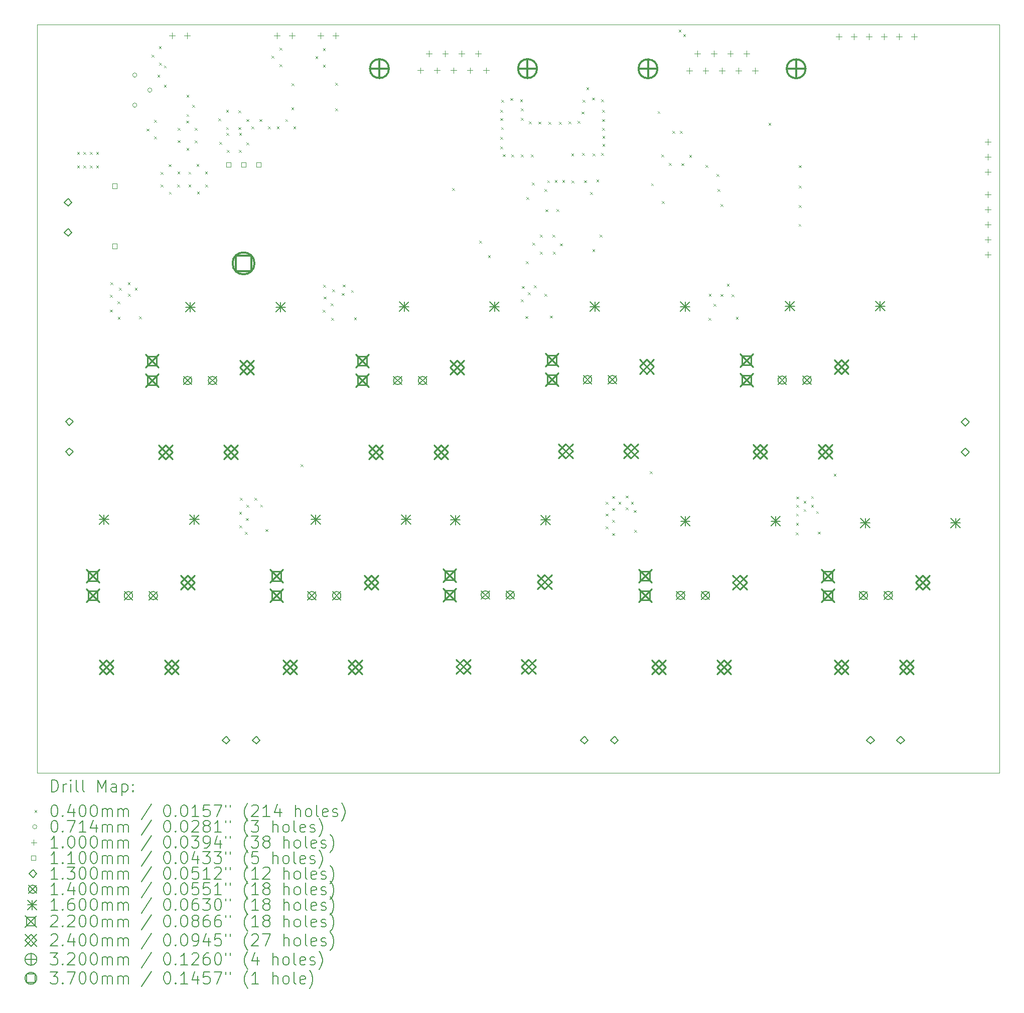
<source format=gbr>
%TF.GenerationSoftware,KiCad,Pcbnew,7.0.2-6a45011f42~172~ubuntu22.04.1*%
%TF.CreationDate,2023-04-27T13:31:00+02:00*%
%TF.ProjectId,Grup3_Tarda_Projecte_Netejaparabrises,47727570-335f-4546-9172-64615f50726f,1.4.27042023*%
%TF.SameCoordinates,Original*%
%TF.FileFunction,Drillmap*%
%TF.FilePolarity,Positive*%
%FSLAX45Y45*%
G04 Gerber Fmt 4.5, Leading zero omitted, Abs format (unit mm)*
G04 Created by KiCad (PCBNEW 7.0.2-6a45011f42~172~ubuntu22.04.1) date 2023-04-27 13:31:00*
%MOMM*%
%LPD*%
G01*
G04 APERTURE LIST*
%ADD10C,0.100000*%
%ADD11C,0.200000*%
%ADD12C,0.040000*%
%ADD13C,0.071400*%
%ADD14C,0.110000*%
%ADD15C,0.130000*%
%ADD16C,0.140000*%
%ADD17C,0.160000*%
%ADD18C,0.220000*%
%ADD19C,0.240000*%
%ADD20C,0.320000*%
%ADD21C,0.370000*%
G04 APERTURE END LIST*
D10*
X5336000Y-3273000D02*
X21572000Y-3273000D01*
X21572000Y-15918000D01*
X5336000Y-15918000D01*
X5336000Y-3273000D01*
D11*
D12*
X6011286Y-5429162D02*
X6051286Y-5469162D01*
X6051286Y-5429162D02*
X6011286Y-5469162D01*
X6011286Y-5659162D02*
X6051286Y-5699162D01*
X6051286Y-5659162D02*
X6011286Y-5699162D01*
X6116286Y-5429162D02*
X6156286Y-5469162D01*
X6156286Y-5429162D02*
X6116286Y-5469162D01*
X6118286Y-5659162D02*
X6158286Y-5699162D01*
X6158286Y-5659162D02*
X6118286Y-5699162D01*
X6226286Y-5659162D02*
X6266286Y-5699162D01*
X6266286Y-5659162D02*
X6226286Y-5699162D01*
X6227286Y-5428162D02*
X6267286Y-5468162D01*
X6267286Y-5428162D02*
X6227286Y-5468162D01*
X6332286Y-5428162D02*
X6372286Y-5468162D01*
X6372286Y-5428162D02*
X6332286Y-5468162D01*
X6332286Y-5659162D02*
X6372286Y-5699162D01*
X6372286Y-5659162D02*
X6332286Y-5699162D01*
X6564000Y-7843000D02*
X6604000Y-7883000D01*
X6604000Y-7843000D02*
X6564000Y-7883000D01*
X6566000Y-8091000D02*
X6606000Y-8131000D01*
X6606000Y-8091000D02*
X6566000Y-8131000D01*
X6571000Y-7632000D02*
X6611000Y-7672000D01*
X6611000Y-7632000D02*
X6571000Y-7672000D01*
X6689000Y-7952000D02*
X6729000Y-7992000D01*
X6729000Y-7952000D02*
X6689000Y-7992000D01*
X6696000Y-8212000D02*
X6736000Y-8252000D01*
X6736000Y-8212000D02*
X6696000Y-8252000D01*
X6717000Y-7723000D02*
X6757000Y-7763000D01*
X6757000Y-7723000D02*
X6717000Y-7763000D01*
X6865000Y-7628000D02*
X6905000Y-7668000D01*
X6905000Y-7628000D02*
X6865000Y-7668000D01*
X6868000Y-7825000D02*
X6908000Y-7865000D01*
X6908000Y-7825000D02*
X6868000Y-7865000D01*
X6984000Y-7725000D02*
X7024000Y-7765000D01*
X7024000Y-7725000D02*
X6984000Y-7765000D01*
X7056000Y-8205000D02*
X7096000Y-8245000D01*
X7096000Y-8205000D02*
X7056000Y-8245000D01*
X7180000Y-5034000D02*
X7220000Y-5074000D01*
X7220000Y-5034000D02*
X7180000Y-5074000D01*
X7265000Y-3784000D02*
X7305000Y-3824000D01*
X7305000Y-3784000D02*
X7265000Y-3824000D01*
X7310000Y-4889000D02*
X7350000Y-4929000D01*
X7350000Y-4889000D02*
X7310000Y-4929000D01*
X7310000Y-5169000D02*
X7350000Y-5209000D01*
X7350000Y-5169000D02*
X7310000Y-5209000D01*
X7365000Y-4124000D02*
X7405000Y-4164000D01*
X7405000Y-4124000D02*
X7365000Y-4164000D01*
X7390000Y-3644000D02*
X7430000Y-3684000D01*
X7430000Y-3644000D02*
X7390000Y-3684000D01*
X7395000Y-3919000D02*
X7435000Y-3959000D01*
X7435000Y-3919000D02*
X7395000Y-3959000D01*
X7419000Y-5766000D02*
X7459000Y-5806000D01*
X7459000Y-5766000D02*
X7419000Y-5806000D01*
X7419000Y-5981000D02*
X7459000Y-6021000D01*
X7459000Y-5981000D02*
X7419000Y-6021000D01*
X7475000Y-3969000D02*
X7515000Y-4009000D01*
X7515000Y-3969000D02*
X7475000Y-4009000D01*
X7475000Y-4294000D02*
X7515000Y-4334000D01*
X7515000Y-4294000D02*
X7475000Y-4334000D01*
X7554000Y-5636000D02*
X7594000Y-5676000D01*
X7594000Y-5636000D02*
X7554000Y-5676000D01*
X7559000Y-6101000D02*
X7599000Y-6141000D01*
X7599000Y-6101000D02*
X7559000Y-6141000D01*
X7699000Y-5976000D02*
X7739000Y-6016000D01*
X7739000Y-5976000D02*
X7699000Y-6016000D01*
X7704000Y-5761000D02*
X7744000Y-5801000D01*
X7744000Y-5761000D02*
X7704000Y-5801000D01*
X7705000Y-5229000D02*
X7745000Y-5269000D01*
X7745000Y-5229000D02*
X7705000Y-5269000D01*
X7710000Y-5024000D02*
X7750000Y-5064000D01*
X7750000Y-5024000D02*
X7710000Y-5064000D01*
X7850000Y-4899000D02*
X7890000Y-4939000D01*
X7890000Y-4899000D02*
X7850000Y-4939000D01*
X7855000Y-4464000D02*
X7895000Y-4504000D01*
X7895000Y-4464000D02*
X7855000Y-4504000D01*
X7855000Y-4789000D02*
X7895000Y-4829000D01*
X7895000Y-4789000D02*
X7855000Y-4829000D01*
X7855000Y-5359000D02*
X7895000Y-5399000D01*
X7895000Y-5359000D02*
X7855000Y-5399000D01*
X7890000Y-5764000D02*
X7930000Y-5804000D01*
X7930000Y-5764000D02*
X7890000Y-5804000D01*
X7890000Y-5979000D02*
X7930000Y-6019000D01*
X7930000Y-5979000D02*
X7890000Y-6019000D01*
X7955000Y-4634000D02*
X7995000Y-4674000D01*
X7995000Y-4634000D02*
X7955000Y-4674000D01*
X7995000Y-5024000D02*
X8035000Y-5064000D01*
X8035000Y-5024000D02*
X7995000Y-5064000D01*
X7995000Y-5234000D02*
X8035000Y-5274000D01*
X8035000Y-5234000D02*
X7995000Y-5274000D01*
X8025000Y-5634000D02*
X8065000Y-5674000D01*
X8065000Y-5634000D02*
X8025000Y-5674000D01*
X8035000Y-6099000D02*
X8075000Y-6139000D01*
X8075000Y-6099000D02*
X8035000Y-6139000D01*
X8170000Y-5759000D02*
X8210000Y-5799000D01*
X8210000Y-5759000D02*
X8170000Y-5799000D01*
X8175000Y-5979000D02*
X8215000Y-6019000D01*
X8215000Y-5979000D02*
X8175000Y-6019000D01*
X8395000Y-4859000D02*
X8435000Y-4899000D01*
X8435000Y-4859000D02*
X8395000Y-4899000D01*
X8410000Y-5259000D02*
X8450000Y-5299000D01*
X8450000Y-5259000D02*
X8410000Y-5299000D01*
X8525000Y-4719000D02*
X8565000Y-4759000D01*
X8565000Y-4719000D02*
X8525000Y-4759000D01*
X8525000Y-5009000D02*
X8565000Y-5049000D01*
X8565000Y-5009000D02*
X8525000Y-5049000D01*
X8530000Y-5109000D02*
X8570000Y-5149000D01*
X8570000Y-5109000D02*
X8530000Y-5149000D01*
X8540000Y-5394000D02*
X8580000Y-5434000D01*
X8580000Y-5394000D02*
X8540000Y-5434000D01*
X8735000Y-4724000D02*
X8775000Y-4764000D01*
X8775000Y-4724000D02*
X8735000Y-4764000D01*
X8735000Y-5009000D02*
X8775000Y-5049000D01*
X8775000Y-5009000D02*
X8735000Y-5049000D01*
X8740000Y-5394000D02*
X8780000Y-5434000D01*
X8780000Y-5394000D02*
X8740000Y-5434000D01*
X8745000Y-5109000D02*
X8785000Y-5149000D01*
X8785000Y-5109000D02*
X8745000Y-5149000D01*
X8746000Y-11505000D02*
X8786000Y-11545000D01*
X8786000Y-11505000D02*
X8746000Y-11545000D01*
X8749000Y-11737000D02*
X8789000Y-11777000D01*
X8789000Y-11737000D02*
X8749000Y-11777000D01*
X8759000Y-11273000D02*
X8799000Y-11313000D01*
X8799000Y-11273000D02*
X8759000Y-11313000D01*
X8843000Y-11849000D02*
X8883000Y-11889000D01*
X8883000Y-11849000D02*
X8843000Y-11889000D01*
X8859000Y-11613000D02*
X8899000Y-11653000D01*
X8899000Y-11613000D02*
X8859000Y-11653000D01*
X8865000Y-4874000D02*
X8905000Y-4914000D01*
X8905000Y-4874000D02*
X8865000Y-4914000D01*
X8870000Y-5269000D02*
X8910000Y-5309000D01*
X8910000Y-5269000D02*
X8870000Y-5309000D01*
X8870000Y-11390000D02*
X8910000Y-11430000D01*
X8910000Y-11390000D02*
X8870000Y-11430000D01*
X8955000Y-4999000D02*
X8995000Y-5039000D01*
X8995000Y-4999000D02*
X8955000Y-5039000D01*
X9004000Y-11269000D02*
X9044000Y-11309000D01*
X9044000Y-11269000D02*
X9004000Y-11309000D01*
X9090000Y-4874000D02*
X9130000Y-4914000D01*
X9130000Y-4874000D02*
X9090000Y-4914000D01*
X9100000Y-11384000D02*
X9140000Y-11424000D01*
X9140000Y-11384000D02*
X9100000Y-11424000D01*
X9192000Y-11799000D02*
X9232000Y-11839000D01*
X9232000Y-11799000D02*
X9192000Y-11839000D01*
X9230000Y-4999000D02*
X9270000Y-5039000D01*
X9270000Y-4999000D02*
X9230000Y-5039000D01*
X9293903Y-3804567D02*
X9333903Y-3844567D01*
X9333903Y-3804567D02*
X9293903Y-3844567D01*
X9380000Y-4994000D02*
X9420000Y-5034000D01*
X9420000Y-4994000D02*
X9380000Y-5034000D01*
X9424000Y-3666467D02*
X9464000Y-3706467D01*
X9464000Y-3666467D02*
X9424000Y-3706467D01*
X9424903Y-3944567D02*
X9464903Y-3984567D01*
X9464903Y-3944567D02*
X9424903Y-3984567D01*
X9525000Y-4874000D02*
X9565000Y-4914000D01*
X9565000Y-4874000D02*
X9525000Y-4914000D01*
X9626000Y-4676000D02*
X9666000Y-4716000D01*
X9666000Y-4676000D02*
X9626000Y-4716000D01*
X9628000Y-4269000D02*
X9668000Y-4309000D01*
X9668000Y-4269000D02*
X9628000Y-4309000D01*
X9660000Y-4999000D02*
X9700000Y-5039000D01*
X9700000Y-4999000D02*
X9660000Y-5039000D01*
X9781000Y-10705000D02*
X9821000Y-10745000D01*
X9821000Y-10705000D02*
X9781000Y-10745000D01*
X10033000Y-3814000D02*
X10073000Y-3854000D01*
X10073000Y-3814000D02*
X10033000Y-3854000D01*
X10155000Y-8097000D02*
X10195000Y-8137000D01*
X10195000Y-8097000D02*
X10155000Y-8137000D01*
X10159000Y-3676000D02*
X10199000Y-3716000D01*
X10199000Y-3676000D02*
X10159000Y-3716000D01*
X10160000Y-3953000D02*
X10200000Y-3993000D01*
X10200000Y-3953000D02*
X10160000Y-3993000D01*
X10161000Y-7675000D02*
X10201000Y-7715000D01*
X10201000Y-7675000D02*
X10161000Y-7715000D01*
X10172000Y-7871000D02*
X10212000Y-7911000D01*
X10212000Y-7871000D02*
X10172000Y-7911000D01*
X10290000Y-7985000D02*
X10330000Y-8025000D01*
X10330000Y-7985000D02*
X10290000Y-8025000D01*
X10296000Y-8230000D02*
X10336000Y-8270000D01*
X10336000Y-8230000D02*
X10296000Y-8270000D01*
X10317000Y-7751000D02*
X10357000Y-7791000D01*
X10357000Y-7751000D02*
X10317000Y-7791000D01*
X10364000Y-4261000D02*
X10404000Y-4301000D01*
X10404000Y-4261000D02*
X10364000Y-4301000D01*
X10364000Y-4689000D02*
X10404000Y-4729000D01*
X10404000Y-4689000D02*
X10364000Y-4729000D01*
X10474000Y-7811000D02*
X10514000Y-7851000D01*
X10514000Y-7811000D02*
X10474000Y-7851000D01*
X10493000Y-7668000D02*
X10533000Y-7708000D01*
X10533000Y-7668000D02*
X10493000Y-7708000D01*
X10634000Y-7762000D02*
X10674000Y-7802000D01*
X10674000Y-7762000D02*
X10634000Y-7802000D01*
X10684000Y-8221000D02*
X10724000Y-8261000D01*
X10724000Y-8221000D02*
X10684000Y-8261000D01*
X12342000Y-6038000D02*
X12382000Y-6078000D01*
X12382000Y-6038000D02*
X12342000Y-6078000D01*
X12797000Y-6927000D02*
X12837000Y-6967000D01*
X12837000Y-6927000D02*
X12797000Y-6967000D01*
X12944000Y-7173000D02*
X12984000Y-7213000D01*
X12984000Y-7173000D02*
X12944000Y-7213000D01*
X13152000Y-4719000D02*
X13192000Y-4759000D01*
X13192000Y-4719000D02*
X13152000Y-4759000D01*
X13152000Y-5335000D02*
X13192000Y-5375000D01*
X13192000Y-5335000D02*
X13152000Y-5375000D01*
X13154000Y-4857000D02*
X13194000Y-4897000D01*
X13194000Y-4857000D02*
X13154000Y-4897000D01*
X13154000Y-5174000D02*
X13194000Y-5214000D01*
X13194000Y-5174000D02*
X13154000Y-5214000D01*
X13164000Y-5009000D02*
X13204000Y-5049000D01*
X13204000Y-5009000D02*
X13164000Y-5049000D01*
X13168000Y-4550000D02*
X13208000Y-4590000D01*
X13208000Y-4550000D02*
X13168000Y-4590000D01*
X13196000Y-5467000D02*
X13236000Y-5507000D01*
X13236000Y-5467000D02*
X13196000Y-5507000D01*
X13321000Y-4519000D02*
X13361000Y-4559000D01*
X13361000Y-4519000D02*
X13321000Y-4559000D01*
X13341000Y-5471000D02*
X13381000Y-5511000D01*
X13381000Y-5471000D02*
X13341000Y-5511000D01*
X13487000Y-4540000D02*
X13527000Y-4580000D01*
X13527000Y-4540000D02*
X13487000Y-4580000D01*
X13498000Y-5471000D02*
X13538000Y-5511000D01*
X13538000Y-5471000D02*
X13498000Y-5511000D01*
X13499000Y-4695000D02*
X13539000Y-4735000D01*
X13539000Y-4695000D02*
X13499000Y-4735000D01*
X13501000Y-4851000D02*
X13541000Y-4891000D01*
X13541000Y-4851000D02*
X13501000Y-4891000D01*
X13502000Y-7917000D02*
X13542000Y-7957000D01*
X13542000Y-7917000D02*
X13502000Y-7957000D01*
X13515000Y-7693000D02*
X13555000Y-7733000D01*
X13555000Y-7693000D02*
X13515000Y-7733000D01*
X13578000Y-8201000D02*
X13618000Y-8241000D01*
X13618000Y-8201000D02*
X13578000Y-8241000D01*
X13585000Y-7274000D02*
X13625000Y-7314000D01*
X13625000Y-7274000D02*
X13585000Y-7314000D01*
X13594000Y-6193000D02*
X13634000Y-6233000D01*
X13634000Y-6193000D02*
X13594000Y-6233000D01*
X13615000Y-7798000D02*
X13655000Y-7838000D01*
X13655000Y-7798000D02*
X13615000Y-7838000D01*
X13633000Y-4914000D02*
X13673000Y-4954000D01*
X13673000Y-4914000D02*
X13633000Y-4954000D01*
X13667000Y-5470000D02*
X13707000Y-5510000D01*
X13707000Y-5470000D02*
X13667000Y-5510000D01*
X13688000Y-5945000D02*
X13728000Y-5985000D01*
X13728000Y-5945000D02*
X13688000Y-5985000D01*
X13695000Y-6964000D02*
X13735000Y-7004000D01*
X13735000Y-6964000D02*
X13695000Y-7004000D01*
X13720000Y-7683000D02*
X13760000Y-7723000D01*
X13760000Y-7683000D02*
X13720000Y-7723000D01*
X13798000Y-4916000D02*
X13838000Y-4956000D01*
X13838000Y-4916000D02*
X13798000Y-4956000D01*
X13820000Y-6824000D02*
X13860000Y-6864000D01*
X13860000Y-6824000D02*
X13820000Y-6864000D01*
X13820000Y-7114000D02*
X13860000Y-7154000D01*
X13860000Y-7114000D02*
X13820000Y-7154000D01*
X13895000Y-6053000D02*
X13935000Y-6093000D01*
X13935000Y-6053000D02*
X13895000Y-6093000D01*
X13897000Y-7823000D02*
X13937000Y-7863000D01*
X13937000Y-7823000D02*
X13897000Y-7863000D01*
X13912000Y-6397000D02*
X13952000Y-6437000D01*
X13952000Y-6397000D02*
X13912000Y-6437000D01*
X13943000Y-5906000D02*
X13983000Y-5946000D01*
X13983000Y-5906000D02*
X13943000Y-5946000D01*
X13967000Y-4918000D02*
X14007000Y-4958000D01*
X14007000Y-4918000D02*
X13967000Y-4958000D01*
X13991000Y-8194000D02*
X14031000Y-8234000D01*
X14031000Y-8194000D02*
X13991000Y-8234000D01*
X14035000Y-6824000D02*
X14075000Y-6864000D01*
X14075000Y-6824000D02*
X14035000Y-6864000D01*
X14040000Y-7114000D02*
X14080000Y-7154000D01*
X14080000Y-7114000D02*
X14040000Y-7154000D01*
X14071000Y-5905000D02*
X14111000Y-5945000D01*
X14111000Y-5905000D02*
X14071000Y-5945000D01*
X14098000Y-6396000D02*
X14138000Y-6436000D01*
X14138000Y-6396000D02*
X14098000Y-6436000D01*
X14141000Y-4920000D02*
X14181000Y-4960000D01*
X14181000Y-4920000D02*
X14141000Y-4960000D01*
X14160000Y-6974000D02*
X14200000Y-7014000D01*
X14200000Y-6974000D02*
X14160000Y-7014000D01*
X14197000Y-5904000D02*
X14237000Y-5944000D01*
X14237000Y-5904000D02*
X14197000Y-5944000D01*
X14304000Y-4912000D02*
X14344000Y-4952000D01*
X14344000Y-4912000D02*
X14304000Y-4952000D01*
X14350000Y-5453000D02*
X14390000Y-5493000D01*
X14390000Y-5453000D02*
X14350000Y-5493000D01*
X14357000Y-5912000D02*
X14397000Y-5952000D01*
X14397000Y-5912000D02*
X14357000Y-5952000D01*
X14458000Y-4906000D02*
X14498000Y-4946000D01*
X14498000Y-4906000D02*
X14458000Y-4946000D01*
X14521000Y-4747000D02*
X14561000Y-4787000D01*
X14561000Y-4747000D02*
X14521000Y-4787000D01*
X14535000Y-5448000D02*
X14575000Y-5488000D01*
X14575000Y-5448000D02*
X14535000Y-5488000D01*
X14539000Y-4551000D02*
X14579000Y-4591000D01*
X14579000Y-4551000D02*
X14539000Y-4591000D01*
X14564000Y-5907000D02*
X14604000Y-5947000D01*
X14604000Y-5907000D02*
X14564000Y-5947000D01*
X14603000Y-4336000D02*
X14643000Y-4376000D01*
X14643000Y-4336000D02*
X14603000Y-4376000D01*
X14668000Y-6104000D02*
X14708000Y-6144000D01*
X14708000Y-6104000D02*
X14668000Y-6144000D01*
X14700000Y-4509000D02*
X14740000Y-4549000D01*
X14740000Y-4509000D02*
X14700000Y-4549000D01*
X14705000Y-7070000D02*
X14745000Y-7110000D01*
X14745000Y-7070000D02*
X14705000Y-7110000D01*
X14710000Y-5452000D02*
X14750000Y-5492000D01*
X14750000Y-5452000D02*
X14710000Y-5492000D01*
X14774000Y-5897000D02*
X14814000Y-5937000D01*
X14814000Y-5897000D02*
X14774000Y-5937000D01*
X14830000Y-6824000D02*
X14870000Y-6864000D01*
X14870000Y-6824000D02*
X14830000Y-6864000D01*
X14854000Y-4540000D02*
X14894000Y-4580000D01*
X14894000Y-4540000D02*
X14854000Y-4580000D01*
X14856000Y-5446000D02*
X14896000Y-5486000D01*
X14896000Y-5446000D02*
X14856000Y-5486000D01*
X14869000Y-4715000D02*
X14909000Y-4755000D01*
X14909000Y-4715000D02*
X14869000Y-4755000D01*
X14873000Y-4875000D02*
X14913000Y-4915000D01*
X14913000Y-4875000D02*
X14873000Y-4915000D01*
X14873000Y-5023000D02*
X14913000Y-5063000D01*
X14913000Y-5023000D02*
X14873000Y-5063000D01*
X14874000Y-5291000D02*
X14914000Y-5331000D01*
X14914000Y-5291000D02*
X14874000Y-5331000D01*
X14876000Y-5159000D02*
X14916000Y-5199000D01*
X14916000Y-5159000D02*
X14876000Y-5199000D01*
X14927000Y-11338000D02*
X14967000Y-11378000D01*
X14967000Y-11338000D02*
X14927000Y-11378000D01*
X14927000Y-11752000D02*
X14967000Y-11792000D01*
X14967000Y-11752000D02*
X14927000Y-11792000D01*
X14928000Y-11537000D02*
X14968000Y-11577000D01*
X14968000Y-11537000D02*
X14928000Y-11577000D01*
X15038000Y-11868000D02*
X15078000Y-11908000D01*
X15078000Y-11868000D02*
X15038000Y-11908000D01*
X15040000Y-11444000D02*
X15080000Y-11484000D01*
X15080000Y-11444000D02*
X15040000Y-11484000D01*
X15040000Y-11644000D02*
X15080000Y-11684000D01*
X15080000Y-11644000D02*
X15040000Y-11684000D01*
X15041000Y-11241000D02*
X15081000Y-11281000D01*
X15081000Y-11241000D02*
X15041000Y-11281000D01*
X15146000Y-11341000D02*
X15186000Y-11381000D01*
X15186000Y-11341000D02*
X15146000Y-11381000D01*
X15267000Y-11434000D02*
X15307000Y-11474000D01*
X15307000Y-11434000D02*
X15267000Y-11474000D01*
X15268000Y-11233000D02*
X15308000Y-11273000D01*
X15308000Y-11233000D02*
X15268000Y-11273000D01*
X15357000Y-11338000D02*
X15397000Y-11378000D01*
X15397000Y-11338000D02*
X15357000Y-11378000D01*
X15405000Y-11478000D02*
X15445000Y-11518000D01*
X15445000Y-11478000D02*
X15405000Y-11518000D01*
X15415000Y-11814000D02*
X15455000Y-11854000D01*
X15455000Y-11814000D02*
X15415000Y-11854000D01*
X15675000Y-10824000D02*
X15715000Y-10864000D01*
X15715000Y-10824000D02*
X15675000Y-10864000D01*
X15696000Y-5958000D02*
X15736000Y-5998000D01*
X15736000Y-5958000D02*
X15696000Y-5998000D01*
X15806500Y-4739500D02*
X15846500Y-4779500D01*
X15846500Y-4739500D02*
X15806500Y-4779500D01*
X15870000Y-5469000D02*
X15910000Y-5509000D01*
X15910000Y-5469000D02*
X15870000Y-5509000D01*
X15876000Y-6258000D02*
X15916000Y-6298000D01*
X15916000Y-6258000D02*
X15876000Y-6298000D01*
X15995000Y-5614000D02*
X16035000Y-5654000D01*
X16035000Y-5614000D02*
X15995000Y-5654000D01*
X16055000Y-5074000D02*
X16095000Y-5114000D01*
X16095000Y-5074000D02*
X16055000Y-5114000D01*
X16162877Y-3361877D02*
X16202877Y-3401877D01*
X16202877Y-3361877D02*
X16162877Y-3401877D01*
X16181000Y-5074000D02*
X16221000Y-5114000D01*
X16221000Y-5074000D02*
X16181000Y-5114000D01*
X16210000Y-5619000D02*
X16250000Y-5659000D01*
X16250000Y-5619000D02*
X16210000Y-5659000D01*
X16237123Y-3436123D02*
X16277123Y-3476123D01*
X16277123Y-3436123D02*
X16237123Y-3476123D01*
X16340000Y-5479000D02*
X16380000Y-5519000D01*
X16380000Y-5479000D02*
X16340000Y-5519000D01*
X16615000Y-5646000D02*
X16655000Y-5686000D01*
X16655000Y-5646000D02*
X16615000Y-5686000D01*
X16665000Y-8234000D02*
X16705000Y-8274000D01*
X16705000Y-8234000D02*
X16665000Y-8274000D01*
X16669000Y-7825000D02*
X16709000Y-7865000D01*
X16709000Y-7825000D02*
X16669000Y-7865000D01*
X16748000Y-7997000D02*
X16788000Y-8037000D01*
X16788000Y-7997000D02*
X16748000Y-8037000D01*
X16802000Y-5803000D02*
X16842000Y-5843000D01*
X16842000Y-5803000D02*
X16802000Y-5843000D01*
X16817000Y-6055000D02*
X16857000Y-6095000D01*
X16857000Y-6055000D02*
X16817000Y-6095000D01*
X16866000Y-6311000D02*
X16906000Y-6351000D01*
X16906000Y-6311000D02*
X16866000Y-6351000D01*
X16871000Y-7830000D02*
X16911000Y-7870000D01*
X16911000Y-7830000D02*
X16871000Y-7870000D01*
X16975000Y-7654000D02*
X17015000Y-7694000D01*
X17015000Y-7654000D02*
X16975000Y-7694000D01*
X17054000Y-7832000D02*
X17094000Y-7872000D01*
X17094000Y-7832000D02*
X17054000Y-7872000D01*
X17128000Y-8217000D02*
X17168000Y-8257000D01*
X17168000Y-8217000D02*
X17128000Y-8257000D01*
X17678000Y-4937000D02*
X17718000Y-4977000D01*
X17718000Y-4937000D02*
X17678000Y-4977000D01*
X18139000Y-11855000D02*
X18179000Y-11895000D01*
X18179000Y-11855000D02*
X18139000Y-11895000D01*
X18142000Y-11538000D02*
X18182000Y-11578000D01*
X18182000Y-11538000D02*
X18142000Y-11578000D01*
X18142000Y-11693000D02*
X18182000Y-11733000D01*
X18182000Y-11693000D02*
X18142000Y-11733000D01*
X18145000Y-11250000D02*
X18185000Y-11290000D01*
X18185000Y-11250000D02*
X18145000Y-11290000D01*
X18147000Y-11388000D02*
X18187000Y-11428000D01*
X18187000Y-11388000D02*
X18147000Y-11428000D01*
X18185000Y-6643000D02*
X18225000Y-6683000D01*
X18225000Y-6643000D02*
X18185000Y-6683000D01*
X18188000Y-5998000D02*
X18228000Y-6038000D01*
X18228000Y-5998000D02*
X18188000Y-6038000D01*
X18188000Y-6329000D02*
X18228000Y-6369000D01*
X18228000Y-6329000D02*
X18188000Y-6369000D01*
X18189000Y-5654000D02*
X18229000Y-5694000D01*
X18229000Y-5654000D02*
X18189000Y-5694000D01*
X18269000Y-11322000D02*
X18309000Y-11362000D01*
X18309000Y-11322000D02*
X18269000Y-11362000D01*
X18271000Y-11462000D02*
X18311000Y-11502000D01*
X18311000Y-11462000D02*
X18271000Y-11502000D01*
X18398000Y-11242000D02*
X18438000Y-11282000D01*
X18438000Y-11242000D02*
X18398000Y-11282000D01*
X18398000Y-11388000D02*
X18438000Y-11428000D01*
X18438000Y-11388000D02*
X18398000Y-11428000D01*
X18482000Y-11495000D02*
X18522000Y-11535000D01*
X18522000Y-11495000D02*
X18482000Y-11535000D01*
X18514000Y-11843000D02*
X18554000Y-11883000D01*
X18554000Y-11843000D02*
X18514000Y-11883000D01*
X18778250Y-10862250D02*
X18818250Y-10902250D01*
X18818250Y-10862250D02*
X18778250Y-10902250D01*
D13*
X7018700Y-4130450D02*
G75*
G03*
X7018700Y-4130450I-35700J0D01*
G01*
X7018700Y-4638450D02*
G75*
G03*
X7018700Y-4638450I-35700J0D01*
G01*
X7272700Y-4384450D02*
G75*
G03*
X7272700Y-4384450I-35700J0D01*
G01*
D10*
X7614000Y-3410500D02*
X7614000Y-3510500D01*
X7564000Y-3460500D02*
X7664000Y-3460500D01*
X7868000Y-3410500D02*
X7868000Y-3510500D01*
X7818000Y-3460500D02*
X7918000Y-3460500D01*
X9386000Y-3410000D02*
X9386000Y-3510000D01*
X9336000Y-3460000D02*
X9436000Y-3460000D01*
X9640000Y-3410000D02*
X9640000Y-3510000D01*
X9590000Y-3460000D02*
X9690000Y-3460000D01*
X10121000Y-3410000D02*
X10121000Y-3510000D01*
X10071000Y-3460000D02*
X10171000Y-3460000D01*
X10375000Y-3410000D02*
X10375000Y-3510000D01*
X10325000Y-3460000D02*
X10425000Y-3460000D01*
X11808000Y-4001000D02*
X11808000Y-4101000D01*
X11758000Y-4051000D02*
X11858000Y-4051000D01*
X11946500Y-3717000D02*
X11946500Y-3817000D01*
X11896500Y-3767000D02*
X11996500Y-3767000D01*
X12085000Y-4001000D02*
X12085000Y-4101000D01*
X12035000Y-4051000D02*
X12135000Y-4051000D01*
X12223500Y-3717000D02*
X12223500Y-3817000D01*
X12173500Y-3767000D02*
X12273500Y-3767000D01*
X12362000Y-4001000D02*
X12362000Y-4101000D01*
X12312000Y-4051000D02*
X12412000Y-4051000D01*
X12500500Y-3717000D02*
X12500500Y-3817000D01*
X12450500Y-3767000D02*
X12550500Y-3767000D01*
X12639000Y-4001000D02*
X12639000Y-4101000D01*
X12589000Y-4051000D02*
X12689000Y-4051000D01*
X12777500Y-3717000D02*
X12777500Y-3817000D01*
X12727500Y-3767000D02*
X12827500Y-3767000D01*
X12916000Y-4001000D02*
X12916000Y-4101000D01*
X12866000Y-4051000D02*
X12966000Y-4051000D01*
X16340500Y-4004000D02*
X16340500Y-4104000D01*
X16290500Y-4054000D02*
X16390500Y-4054000D01*
X16479000Y-3720000D02*
X16479000Y-3820000D01*
X16429000Y-3770000D02*
X16529000Y-3770000D01*
X16617500Y-4004000D02*
X16617500Y-4104000D01*
X16567500Y-4054000D02*
X16667500Y-4054000D01*
X16756000Y-3720000D02*
X16756000Y-3820000D01*
X16706000Y-3770000D02*
X16806000Y-3770000D01*
X16894500Y-4004000D02*
X16894500Y-4104000D01*
X16844500Y-4054000D02*
X16944500Y-4054000D01*
X17033000Y-3720000D02*
X17033000Y-3820000D01*
X16983000Y-3770000D02*
X17083000Y-3770000D01*
X17171500Y-4004000D02*
X17171500Y-4104000D01*
X17121500Y-4054000D02*
X17221500Y-4054000D01*
X17310000Y-3720000D02*
X17310000Y-3820000D01*
X17260000Y-3770000D02*
X17360000Y-3770000D01*
X17448500Y-4004000D02*
X17448500Y-4104000D01*
X17398500Y-4054000D02*
X17498500Y-4054000D01*
X18869000Y-3428000D02*
X18869000Y-3528000D01*
X18819000Y-3478000D02*
X18919000Y-3478000D01*
X19123000Y-3428000D02*
X19123000Y-3528000D01*
X19073000Y-3478000D02*
X19173000Y-3478000D01*
X19377000Y-3428000D02*
X19377000Y-3528000D01*
X19327000Y-3478000D02*
X19427000Y-3478000D01*
X19631000Y-3428000D02*
X19631000Y-3528000D01*
X19581000Y-3478000D02*
X19681000Y-3478000D01*
X19885000Y-3428000D02*
X19885000Y-3528000D01*
X19835000Y-3478000D02*
X19935000Y-3478000D01*
X20139000Y-3428000D02*
X20139000Y-3528000D01*
X20089000Y-3478000D02*
X20189000Y-3478000D01*
X21377000Y-5211000D02*
X21377000Y-5311000D01*
X21327000Y-5261000D02*
X21427000Y-5261000D01*
X21377000Y-5465000D02*
X21377000Y-5565000D01*
X21327000Y-5515000D02*
X21427000Y-5515000D01*
X21377000Y-5719000D02*
X21377000Y-5819000D01*
X21327000Y-5769000D02*
X21427000Y-5769000D01*
X21381000Y-6099000D02*
X21381000Y-6199000D01*
X21331000Y-6149000D02*
X21431000Y-6149000D01*
X21381000Y-6353000D02*
X21381000Y-6453000D01*
X21331000Y-6403000D02*
X21431000Y-6403000D01*
X21381000Y-6607000D02*
X21381000Y-6707000D01*
X21331000Y-6657000D02*
X21431000Y-6657000D01*
X21381000Y-6861000D02*
X21381000Y-6961000D01*
X21331000Y-6911000D02*
X21431000Y-6911000D01*
X21381000Y-7115000D02*
X21381000Y-7215000D01*
X21331000Y-7165000D02*
X21431000Y-7165000D01*
D14*
X6682891Y-6042891D02*
X6682891Y-5965109D01*
X6605109Y-5965109D01*
X6605109Y-6042891D01*
X6682891Y-6042891D01*
X6682891Y-7058891D02*
X6682891Y-6981109D01*
X6605109Y-6981109D01*
X6605109Y-7058891D01*
X6682891Y-7058891D01*
X8604891Y-5684891D02*
X8604891Y-5607109D01*
X8527109Y-5607109D01*
X8527109Y-5684891D01*
X8604891Y-5684891D01*
X8858891Y-5684891D02*
X8858891Y-5607109D01*
X8781109Y-5607109D01*
X8781109Y-5684891D01*
X8858891Y-5684891D01*
X9112891Y-5684891D02*
X9112891Y-5607109D01*
X9035109Y-5607109D01*
X9035109Y-5684891D01*
X9112891Y-5684891D01*
D15*
X5857500Y-6344000D02*
X5922500Y-6279000D01*
X5857500Y-6214000D01*
X5792500Y-6279000D01*
X5857500Y-6344000D01*
X5857500Y-6852000D02*
X5922500Y-6787000D01*
X5857500Y-6722000D01*
X5792500Y-6787000D01*
X5857500Y-6852000D01*
X5879500Y-10049500D02*
X5944500Y-9984500D01*
X5879500Y-9919500D01*
X5814500Y-9984500D01*
X5879500Y-10049500D01*
X5879500Y-10557500D02*
X5944500Y-10492500D01*
X5879500Y-10427500D01*
X5814500Y-10492500D01*
X5879500Y-10557500D01*
X8525500Y-15429500D02*
X8590500Y-15364500D01*
X8525500Y-15299500D01*
X8460500Y-15364500D01*
X8525500Y-15429500D01*
X9033500Y-15429500D02*
X9098500Y-15364500D01*
X9033500Y-15299500D01*
X8968500Y-15364500D01*
X9033500Y-15429500D01*
X14570500Y-15429500D02*
X14635500Y-15364500D01*
X14570500Y-15299500D01*
X14505500Y-15364500D01*
X14570500Y-15429500D01*
X15078500Y-15429500D02*
X15143500Y-15364500D01*
X15078500Y-15299500D01*
X15013500Y-15364500D01*
X15078500Y-15429500D01*
X19400500Y-15429500D02*
X19465500Y-15364500D01*
X19400500Y-15299500D01*
X19335500Y-15364500D01*
X19400500Y-15429500D01*
X19908500Y-15429500D02*
X19973500Y-15364500D01*
X19908500Y-15299500D01*
X19843500Y-15364500D01*
X19908500Y-15429500D01*
X21000500Y-10055500D02*
X21065500Y-9990500D01*
X21000500Y-9925500D01*
X20935500Y-9990500D01*
X21000500Y-10055500D01*
X21000500Y-10563500D02*
X21065500Y-10498500D01*
X21000500Y-10433500D01*
X20935500Y-10498500D01*
X21000500Y-10563500D01*
D16*
X6806000Y-12853000D02*
X6946000Y-12993000D01*
X6946000Y-12853000D02*
X6806000Y-12993000D01*
X6946000Y-12923000D02*
G75*
G03*
X6946000Y-12923000I-70000J0D01*
G01*
X7226000Y-12853000D02*
X7366000Y-12993000D01*
X7366000Y-12853000D02*
X7226000Y-12993000D01*
X7366000Y-12923000D02*
G75*
G03*
X7366000Y-12923000I-70000J0D01*
G01*
X7806000Y-9220000D02*
X7946000Y-9360000D01*
X7946000Y-9220000D02*
X7806000Y-9360000D01*
X7946000Y-9290000D02*
G75*
G03*
X7946000Y-9290000I-70000J0D01*
G01*
X8226000Y-9220000D02*
X8366000Y-9360000D01*
X8366000Y-9220000D02*
X8226000Y-9360000D01*
X8366000Y-9290000D02*
G75*
G03*
X8366000Y-9290000I-70000J0D01*
G01*
X9902500Y-12853000D02*
X10042500Y-12993000D01*
X10042500Y-12853000D02*
X9902500Y-12993000D01*
X10042500Y-12923000D02*
G75*
G03*
X10042500Y-12923000I-70000J0D01*
G01*
X10322500Y-12853000D02*
X10462500Y-12993000D01*
X10462500Y-12853000D02*
X10322500Y-12993000D01*
X10462500Y-12923000D02*
G75*
G03*
X10462500Y-12923000I-70000J0D01*
G01*
X11351000Y-9220000D02*
X11491000Y-9360000D01*
X11491000Y-9220000D02*
X11351000Y-9360000D01*
X11491000Y-9290000D02*
G75*
G03*
X11491000Y-9290000I-70000J0D01*
G01*
X11771000Y-9220000D02*
X11911000Y-9360000D01*
X11911000Y-9220000D02*
X11771000Y-9360000D01*
X11911000Y-9290000D02*
G75*
G03*
X11911000Y-9290000I-70000J0D01*
G01*
X12829000Y-12840500D02*
X12969000Y-12980500D01*
X12969000Y-12840500D02*
X12829000Y-12980500D01*
X12969000Y-12910500D02*
G75*
G03*
X12969000Y-12910500I-70000J0D01*
G01*
X13249000Y-12840500D02*
X13389000Y-12980500D01*
X13389000Y-12840500D02*
X13249000Y-12980500D01*
X13389000Y-12910500D02*
G75*
G03*
X13389000Y-12910500I-70000J0D01*
G01*
X14555000Y-9204000D02*
X14695000Y-9344000D01*
X14695000Y-9204000D02*
X14555000Y-9344000D01*
X14695000Y-9274000D02*
G75*
G03*
X14695000Y-9274000I-70000J0D01*
G01*
X14975000Y-9204000D02*
X15115000Y-9344000D01*
X15115000Y-9204000D02*
X14975000Y-9344000D01*
X15115000Y-9274000D02*
G75*
G03*
X15115000Y-9274000I-70000J0D01*
G01*
X16125000Y-12849000D02*
X16265000Y-12989000D01*
X16265000Y-12849000D02*
X16125000Y-12989000D01*
X16265000Y-12919000D02*
G75*
G03*
X16265000Y-12919000I-70000J0D01*
G01*
X16545000Y-12849000D02*
X16685000Y-12989000D01*
X16685000Y-12849000D02*
X16545000Y-12989000D01*
X16685000Y-12919000D02*
G75*
G03*
X16685000Y-12919000I-70000J0D01*
G01*
X17839000Y-9212000D02*
X17979000Y-9352000D01*
X17979000Y-9212000D02*
X17839000Y-9352000D01*
X17979000Y-9282000D02*
G75*
G03*
X17979000Y-9282000I-70000J0D01*
G01*
X18259000Y-9212000D02*
X18399000Y-9352000D01*
X18399000Y-9212000D02*
X18259000Y-9352000D01*
X18399000Y-9282000D02*
G75*
G03*
X18399000Y-9282000I-70000J0D01*
G01*
X19209000Y-12850000D02*
X19349000Y-12990000D01*
X19349000Y-12850000D02*
X19209000Y-12990000D01*
X19349000Y-12920000D02*
G75*
G03*
X19349000Y-12920000I-70000J0D01*
G01*
X19629000Y-12850000D02*
X19769000Y-12990000D01*
X19769000Y-12850000D02*
X19629000Y-12990000D01*
X19769000Y-12920000D02*
G75*
G03*
X19769000Y-12920000I-70000J0D01*
G01*
D17*
X6383000Y-11554000D02*
X6543000Y-11714000D01*
X6543000Y-11554000D02*
X6383000Y-11714000D01*
X6463000Y-11554000D02*
X6463000Y-11714000D01*
X6383000Y-11634000D02*
X6543000Y-11634000D01*
X7840000Y-7968000D02*
X8000000Y-8128000D01*
X8000000Y-7968000D02*
X7840000Y-8128000D01*
X7920000Y-7968000D02*
X7920000Y-8128000D01*
X7840000Y-8048000D02*
X8000000Y-8048000D01*
X7907000Y-11554000D02*
X8067000Y-11714000D01*
X8067000Y-11554000D02*
X7907000Y-11714000D01*
X7987000Y-11554000D02*
X7987000Y-11714000D01*
X7907000Y-11634000D02*
X8067000Y-11634000D01*
X9364000Y-7968000D02*
X9524000Y-8128000D01*
X9524000Y-7968000D02*
X9364000Y-8128000D01*
X9444000Y-7968000D02*
X9444000Y-8128000D01*
X9364000Y-8048000D02*
X9524000Y-8048000D01*
X9958000Y-11554000D02*
X10118000Y-11714000D01*
X10118000Y-11554000D02*
X9958000Y-11714000D01*
X10038000Y-11554000D02*
X10038000Y-11714000D01*
X9958000Y-11634000D02*
X10118000Y-11634000D01*
X11450000Y-7962500D02*
X11610000Y-8122500D01*
X11610000Y-7962500D02*
X11450000Y-8122500D01*
X11530000Y-7962500D02*
X11530000Y-8122500D01*
X11450000Y-8042500D02*
X11610000Y-8042500D01*
X11482000Y-11554000D02*
X11642000Y-11714000D01*
X11642000Y-11554000D02*
X11482000Y-11714000D01*
X11562000Y-11554000D02*
X11562000Y-11714000D01*
X11482000Y-11634000D02*
X11642000Y-11634000D01*
X12315000Y-11563000D02*
X12475000Y-11723000D01*
X12475000Y-11563000D02*
X12315000Y-11723000D01*
X12395000Y-11563000D02*
X12395000Y-11723000D01*
X12315000Y-11643000D02*
X12475000Y-11643000D01*
X12974000Y-7962500D02*
X13134000Y-8122500D01*
X13134000Y-7962500D02*
X12974000Y-8122500D01*
X13054000Y-7962500D02*
X13054000Y-8122500D01*
X12974000Y-8042500D02*
X13134000Y-8042500D01*
X13839000Y-11563000D02*
X13999000Y-11723000D01*
X13999000Y-11563000D02*
X13839000Y-11723000D01*
X13919000Y-11563000D02*
X13919000Y-11723000D01*
X13839000Y-11643000D02*
X13999000Y-11643000D01*
X14667000Y-7961000D02*
X14827000Y-8121000D01*
X14827000Y-7961000D02*
X14667000Y-8121000D01*
X14747000Y-7961000D02*
X14747000Y-8121000D01*
X14667000Y-8041000D02*
X14827000Y-8041000D01*
X16191000Y-7961000D02*
X16351000Y-8121000D01*
X16351000Y-7961000D02*
X16191000Y-8121000D01*
X16271000Y-7961000D02*
X16271000Y-8121000D01*
X16191000Y-8041000D02*
X16351000Y-8041000D01*
X16195000Y-11584000D02*
X16355000Y-11744000D01*
X16355000Y-11584000D02*
X16195000Y-11744000D01*
X16275000Y-11584000D02*
X16275000Y-11744000D01*
X16195000Y-11664000D02*
X16355000Y-11664000D01*
X17719000Y-11584000D02*
X17879000Y-11744000D01*
X17879000Y-11584000D02*
X17719000Y-11744000D01*
X17799000Y-11584000D02*
X17799000Y-11744000D01*
X17719000Y-11664000D02*
X17879000Y-11664000D01*
X17960000Y-7954000D02*
X18120000Y-8114000D01*
X18120000Y-7954000D02*
X17960000Y-8114000D01*
X18040000Y-7954000D02*
X18040000Y-8114000D01*
X17960000Y-8034000D02*
X18120000Y-8034000D01*
X19231000Y-11614000D02*
X19391000Y-11774000D01*
X19391000Y-11614000D02*
X19231000Y-11774000D01*
X19311000Y-11614000D02*
X19311000Y-11774000D01*
X19231000Y-11694000D02*
X19391000Y-11694000D01*
X19484000Y-7954000D02*
X19644000Y-8114000D01*
X19644000Y-7954000D02*
X19484000Y-8114000D01*
X19564000Y-7954000D02*
X19564000Y-8114000D01*
X19484000Y-8034000D02*
X19644000Y-8034000D01*
X20755000Y-11614000D02*
X20915000Y-11774000D01*
X20915000Y-11614000D02*
X20755000Y-11774000D01*
X20835000Y-11614000D02*
X20835000Y-11774000D01*
X20755000Y-11694000D02*
X20915000Y-11694000D01*
D18*
X6166000Y-12483000D02*
X6386000Y-12703000D01*
X6386000Y-12483000D02*
X6166000Y-12703000D01*
X6353782Y-12670782D02*
X6353782Y-12515217D01*
X6198217Y-12515217D01*
X6198217Y-12670782D01*
X6353782Y-12670782D01*
X6166000Y-12813000D02*
X6386000Y-13033000D01*
X6386000Y-12813000D02*
X6166000Y-13033000D01*
X6353782Y-13000782D02*
X6353782Y-12845217D01*
X6198217Y-12845217D01*
X6198217Y-13000782D01*
X6353782Y-13000782D01*
X7166000Y-8850000D02*
X7386000Y-9070000D01*
X7386000Y-8850000D02*
X7166000Y-9070000D01*
X7353782Y-9037783D02*
X7353782Y-8882218D01*
X7198217Y-8882218D01*
X7198217Y-9037783D01*
X7353782Y-9037783D01*
X7166000Y-9180000D02*
X7386000Y-9400000D01*
X7386000Y-9180000D02*
X7166000Y-9400000D01*
X7353782Y-9367783D02*
X7353782Y-9212218D01*
X7198217Y-9212218D01*
X7198217Y-9367783D01*
X7353782Y-9367783D01*
X9262500Y-12483000D02*
X9482500Y-12703000D01*
X9482500Y-12483000D02*
X9262500Y-12703000D01*
X9450283Y-12670782D02*
X9450283Y-12515217D01*
X9294718Y-12515217D01*
X9294718Y-12670782D01*
X9450283Y-12670782D01*
X9262500Y-12813000D02*
X9482500Y-13033000D01*
X9482500Y-12813000D02*
X9262500Y-13033000D01*
X9450283Y-13000782D02*
X9450283Y-12845217D01*
X9294718Y-12845217D01*
X9294718Y-13000782D01*
X9450283Y-13000782D01*
X10711000Y-8850000D02*
X10931000Y-9070000D01*
X10931000Y-8850000D02*
X10711000Y-9070000D01*
X10898783Y-9037783D02*
X10898783Y-8882218D01*
X10743218Y-8882218D01*
X10743218Y-9037783D01*
X10898783Y-9037783D01*
X10711000Y-9180000D02*
X10931000Y-9400000D01*
X10931000Y-9180000D02*
X10711000Y-9400000D01*
X10898783Y-9367783D02*
X10898783Y-9212218D01*
X10743218Y-9212218D01*
X10743218Y-9367783D01*
X10898783Y-9367783D01*
X12189000Y-12470500D02*
X12409000Y-12690500D01*
X12409000Y-12470500D02*
X12189000Y-12690500D01*
X12376782Y-12658282D02*
X12376782Y-12502717D01*
X12221217Y-12502717D01*
X12221217Y-12658282D01*
X12376782Y-12658282D01*
X12189000Y-12800500D02*
X12409000Y-13020500D01*
X12409000Y-12800500D02*
X12189000Y-13020500D01*
X12376782Y-12988282D02*
X12376782Y-12832717D01*
X12221217Y-12832717D01*
X12221217Y-12988282D01*
X12376782Y-12988282D01*
X13915000Y-8834000D02*
X14135000Y-9054000D01*
X14135000Y-8834000D02*
X13915000Y-9054000D01*
X14102782Y-9021783D02*
X14102782Y-8866218D01*
X13947217Y-8866218D01*
X13947217Y-9021783D01*
X14102782Y-9021783D01*
X13915000Y-9164000D02*
X14135000Y-9384000D01*
X14135000Y-9164000D02*
X13915000Y-9384000D01*
X14102782Y-9351783D02*
X14102782Y-9196218D01*
X13947217Y-9196218D01*
X13947217Y-9351783D01*
X14102782Y-9351783D01*
X15485000Y-12479000D02*
X15705000Y-12699000D01*
X15705000Y-12479000D02*
X15485000Y-12699000D01*
X15672782Y-12666782D02*
X15672782Y-12511217D01*
X15517217Y-12511217D01*
X15517217Y-12666782D01*
X15672782Y-12666782D01*
X15485000Y-12809000D02*
X15705000Y-13029000D01*
X15705000Y-12809000D02*
X15485000Y-13029000D01*
X15672782Y-12996782D02*
X15672782Y-12841217D01*
X15517217Y-12841217D01*
X15517217Y-12996782D01*
X15672782Y-12996782D01*
X17199000Y-8842000D02*
X17419000Y-9062000D01*
X17419000Y-8842000D02*
X17199000Y-9062000D01*
X17386783Y-9029783D02*
X17386783Y-8874218D01*
X17231218Y-8874218D01*
X17231218Y-9029783D01*
X17386783Y-9029783D01*
X17199000Y-9172000D02*
X17419000Y-9392000D01*
X17419000Y-9172000D02*
X17199000Y-9392000D01*
X17386783Y-9359783D02*
X17386783Y-9204218D01*
X17231218Y-9204218D01*
X17231218Y-9359783D01*
X17386783Y-9359783D01*
X18569000Y-12480000D02*
X18789000Y-12700000D01*
X18789000Y-12480000D02*
X18569000Y-12700000D01*
X18756783Y-12667782D02*
X18756783Y-12512217D01*
X18601218Y-12512217D01*
X18601218Y-12667782D01*
X18756783Y-12667782D01*
X18569000Y-12810000D02*
X18789000Y-13030000D01*
X18789000Y-12810000D02*
X18569000Y-13030000D01*
X18756783Y-12997782D02*
X18756783Y-12842217D01*
X18601218Y-12842217D01*
X18601218Y-12997782D01*
X18756783Y-12997782D01*
D19*
X6386000Y-14013000D02*
X6626000Y-14253000D01*
X6626000Y-14013000D02*
X6386000Y-14253000D01*
X6506000Y-14253000D02*
X6626000Y-14133000D01*
X6506000Y-14013000D01*
X6386000Y-14133000D01*
X6506000Y-14253000D01*
X7386000Y-10380000D02*
X7626000Y-10620000D01*
X7626000Y-10380000D02*
X7386000Y-10620000D01*
X7506000Y-10620000D02*
X7626000Y-10500000D01*
X7506000Y-10380000D01*
X7386000Y-10500000D01*
X7506000Y-10620000D01*
X7486000Y-14013000D02*
X7726000Y-14253000D01*
X7726000Y-14013000D02*
X7486000Y-14253000D01*
X7606000Y-14253000D02*
X7726000Y-14133000D01*
X7606000Y-14013000D01*
X7486000Y-14133000D01*
X7606000Y-14253000D01*
X7756000Y-12583000D02*
X7996000Y-12823000D01*
X7996000Y-12583000D02*
X7756000Y-12823000D01*
X7876000Y-12823000D02*
X7996000Y-12703000D01*
X7876000Y-12583000D01*
X7756000Y-12703000D01*
X7876000Y-12823000D01*
X8486000Y-10380000D02*
X8726000Y-10620000D01*
X8726000Y-10380000D02*
X8486000Y-10620000D01*
X8606000Y-10620000D02*
X8726000Y-10500000D01*
X8606000Y-10380000D01*
X8486000Y-10500000D01*
X8606000Y-10620000D01*
X8756000Y-8950000D02*
X8996000Y-9190000D01*
X8996000Y-8950000D02*
X8756000Y-9190000D01*
X8876000Y-9190000D02*
X8996000Y-9070000D01*
X8876000Y-8950000D01*
X8756000Y-9070000D01*
X8876000Y-9190000D01*
X9482500Y-14013000D02*
X9722500Y-14253000D01*
X9722500Y-14013000D02*
X9482500Y-14253000D01*
X9602500Y-14253000D02*
X9722500Y-14133000D01*
X9602500Y-14013000D01*
X9482500Y-14133000D01*
X9602500Y-14253000D01*
X10582500Y-14013000D02*
X10822500Y-14253000D01*
X10822500Y-14013000D02*
X10582500Y-14253000D01*
X10702500Y-14253000D02*
X10822500Y-14133000D01*
X10702500Y-14013000D01*
X10582500Y-14133000D01*
X10702500Y-14253000D01*
X10852500Y-12583000D02*
X11092500Y-12823000D01*
X11092500Y-12583000D02*
X10852500Y-12823000D01*
X10972500Y-12823000D02*
X11092500Y-12703000D01*
X10972500Y-12583000D01*
X10852500Y-12703000D01*
X10972500Y-12823000D01*
X10931000Y-10380000D02*
X11171000Y-10620000D01*
X11171000Y-10380000D02*
X10931000Y-10620000D01*
X11051000Y-10620000D02*
X11171000Y-10500000D01*
X11051000Y-10380000D01*
X10931000Y-10500000D01*
X11051000Y-10620000D01*
X12031000Y-10380000D02*
X12271000Y-10620000D01*
X12271000Y-10380000D02*
X12031000Y-10620000D01*
X12151000Y-10620000D02*
X12271000Y-10500000D01*
X12151000Y-10380000D01*
X12031000Y-10500000D01*
X12151000Y-10620000D01*
X12301000Y-8950000D02*
X12541000Y-9190000D01*
X12541000Y-8950000D02*
X12301000Y-9190000D01*
X12421000Y-9190000D02*
X12541000Y-9070000D01*
X12421000Y-8950000D01*
X12301000Y-9070000D01*
X12421000Y-9190000D01*
X12409000Y-14000500D02*
X12649000Y-14240500D01*
X12649000Y-14000500D02*
X12409000Y-14240500D01*
X12529000Y-14240500D02*
X12649000Y-14120500D01*
X12529000Y-14000500D01*
X12409000Y-14120500D01*
X12529000Y-14240500D01*
X13509000Y-14000500D02*
X13749000Y-14240500D01*
X13749000Y-14000500D02*
X13509000Y-14240500D01*
X13629000Y-14240500D02*
X13749000Y-14120500D01*
X13629000Y-14000500D01*
X13509000Y-14120500D01*
X13629000Y-14240500D01*
X13779000Y-12570500D02*
X14019000Y-12810500D01*
X14019000Y-12570500D02*
X13779000Y-12810500D01*
X13899000Y-12810500D02*
X14019000Y-12690500D01*
X13899000Y-12570500D01*
X13779000Y-12690500D01*
X13899000Y-12810500D01*
X14135000Y-10364000D02*
X14375000Y-10604000D01*
X14375000Y-10364000D02*
X14135000Y-10604000D01*
X14255000Y-10604000D02*
X14375000Y-10484000D01*
X14255000Y-10364000D01*
X14135000Y-10484000D01*
X14255000Y-10604000D01*
X15235000Y-10364000D02*
X15475000Y-10604000D01*
X15475000Y-10364000D02*
X15235000Y-10604000D01*
X15355000Y-10604000D02*
X15475000Y-10484000D01*
X15355000Y-10364000D01*
X15235000Y-10484000D01*
X15355000Y-10604000D01*
X15505000Y-8934000D02*
X15745000Y-9174000D01*
X15745000Y-8934000D02*
X15505000Y-9174000D01*
X15625000Y-9174000D02*
X15745000Y-9054000D01*
X15625000Y-8934000D01*
X15505000Y-9054000D01*
X15625000Y-9174000D01*
X15705000Y-14009000D02*
X15945000Y-14249000D01*
X15945000Y-14009000D02*
X15705000Y-14249000D01*
X15825000Y-14249000D02*
X15945000Y-14129000D01*
X15825000Y-14009000D01*
X15705000Y-14129000D01*
X15825000Y-14249000D01*
X16805000Y-14009000D02*
X17045000Y-14249000D01*
X17045000Y-14009000D02*
X16805000Y-14249000D01*
X16925000Y-14249000D02*
X17045000Y-14129000D01*
X16925000Y-14009000D01*
X16805000Y-14129000D01*
X16925000Y-14249000D01*
X17075000Y-12579000D02*
X17315000Y-12819000D01*
X17315000Y-12579000D02*
X17075000Y-12819000D01*
X17195000Y-12819000D02*
X17315000Y-12699000D01*
X17195000Y-12579000D01*
X17075000Y-12699000D01*
X17195000Y-12819000D01*
X17419000Y-10372000D02*
X17659000Y-10612000D01*
X17659000Y-10372000D02*
X17419000Y-10612000D01*
X17539000Y-10612000D02*
X17659000Y-10492000D01*
X17539000Y-10372000D01*
X17419000Y-10492000D01*
X17539000Y-10612000D01*
X18519000Y-10372000D02*
X18759000Y-10612000D01*
X18759000Y-10372000D02*
X18519000Y-10612000D01*
X18639000Y-10612000D02*
X18759000Y-10492000D01*
X18639000Y-10372000D01*
X18519000Y-10492000D01*
X18639000Y-10612000D01*
X18789000Y-8942000D02*
X19029000Y-9182000D01*
X19029000Y-8942000D02*
X18789000Y-9182000D01*
X18909000Y-9182000D02*
X19029000Y-9062000D01*
X18909000Y-8942000D01*
X18789000Y-9062000D01*
X18909000Y-9182000D01*
X18789000Y-14010000D02*
X19029000Y-14250000D01*
X19029000Y-14010000D02*
X18789000Y-14250000D01*
X18909000Y-14250000D02*
X19029000Y-14130000D01*
X18909000Y-14010000D01*
X18789000Y-14130000D01*
X18909000Y-14250000D01*
X19889000Y-14010000D02*
X20129000Y-14250000D01*
X20129000Y-14010000D02*
X19889000Y-14250000D01*
X20009000Y-14250000D02*
X20129000Y-14130000D01*
X20009000Y-14010000D01*
X19889000Y-14130000D01*
X20009000Y-14250000D01*
X20159000Y-12580000D02*
X20399000Y-12820000D01*
X20399000Y-12580000D02*
X20159000Y-12820000D01*
X20279000Y-12820000D02*
X20399000Y-12700000D01*
X20279000Y-12580000D01*
X20159000Y-12700000D01*
X20279000Y-12820000D01*
D20*
X11112000Y-3861000D02*
X11112000Y-4181000D01*
X10952000Y-4021000D02*
X11272000Y-4021000D01*
X11272000Y-4021000D02*
G75*
G03*
X11272000Y-4021000I-160000J0D01*
G01*
X13612000Y-3861000D02*
X13612000Y-4181000D01*
X13452000Y-4021000D02*
X13772000Y-4021000D01*
X13772000Y-4021000D02*
G75*
G03*
X13772000Y-4021000I-160000J0D01*
G01*
X15644500Y-3864000D02*
X15644500Y-4184000D01*
X15484500Y-4024000D02*
X15804500Y-4024000D01*
X15804500Y-4024000D02*
G75*
G03*
X15804500Y-4024000I-160000J0D01*
G01*
X18144500Y-3864000D02*
X18144500Y-4184000D01*
X17984500Y-4024000D02*
X18304500Y-4024000D01*
X18304500Y-4024000D02*
G75*
G03*
X18304500Y-4024000I-160000J0D01*
G01*
D21*
X8949816Y-7441816D02*
X8949816Y-7180184D01*
X8688184Y-7180184D01*
X8688184Y-7441816D01*
X8949816Y-7441816D01*
X9004000Y-7311000D02*
G75*
G03*
X9004000Y-7311000I-185000J0D01*
G01*
D11*
X5578619Y-16235524D02*
X5578619Y-16035524D01*
X5578619Y-16035524D02*
X5626238Y-16035524D01*
X5626238Y-16035524D02*
X5654809Y-16045048D01*
X5654809Y-16045048D02*
X5673857Y-16064095D01*
X5673857Y-16064095D02*
X5683381Y-16083143D01*
X5683381Y-16083143D02*
X5692905Y-16121238D01*
X5692905Y-16121238D02*
X5692905Y-16149809D01*
X5692905Y-16149809D02*
X5683381Y-16187905D01*
X5683381Y-16187905D02*
X5673857Y-16206952D01*
X5673857Y-16206952D02*
X5654809Y-16226000D01*
X5654809Y-16226000D02*
X5626238Y-16235524D01*
X5626238Y-16235524D02*
X5578619Y-16235524D01*
X5778619Y-16235524D02*
X5778619Y-16102190D01*
X5778619Y-16140286D02*
X5788143Y-16121238D01*
X5788143Y-16121238D02*
X5797667Y-16111714D01*
X5797667Y-16111714D02*
X5816714Y-16102190D01*
X5816714Y-16102190D02*
X5835762Y-16102190D01*
X5902428Y-16235524D02*
X5902428Y-16102190D01*
X5902428Y-16035524D02*
X5892905Y-16045048D01*
X5892905Y-16045048D02*
X5902428Y-16054571D01*
X5902428Y-16054571D02*
X5911952Y-16045048D01*
X5911952Y-16045048D02*
X5902428Y-16035524D01*
X5902428Y-16035524D02*
X5902428Y-16054571D01*
X6026238Y-16235524D02*
X6007190Y-16226000D01*
X6007190Y-16226000D02*
X5997667Y-16206952D01*
X5997667Y-16206952D02*
X5997667Y-16035524D01*
X6131000Y-16235524D02*
X6111952Y-16226000D01*
X6111952Y-16226000D02*
X6102428Y-16206952D01*
X6102428Y-16206952D02*
X6102428Y-16035524D01*
X6359571Y-16235524D02*
X6359571Y-16035524D01*
X6359571Y-16035524D02*
X6426238Y-16178381D01*
X6426238Y-16178381D02*
X6492905Y-16035524D01*
X6492905Y-16035524D02*
X6492905Y-16235524D01*
X6673857Y-16235524D02*
X6673857Y-16130762D01*
X6673857Y-16130762D02*
X6664333Y-16111714D01*
X6664333Y-16111714D02*
X6645286Y-16102190D01*
X6645286Y-16102190D02*
X6607190Y-16102190D01*
X6607190Y-16102190D02*
X6588143Y-16111714D01*
X6673857Y-16226000D02*
X6654809Y-16235524D01*
X6654809Y-16235524D02*
X6607190Y-16235524D01*
X6607190Y-16235524D02*
X6588143Y-16226000D01*
X6588143Y-16226000D02*
X6578619Y-16206952D01*
X6578619Y-16206952D02*
X6578619Y-16187905D01*
X6578619Y-16187905D02*
X6588143Y-16168857D01*
X6588143Y-16168857D02*
X6607190Y-16159333D01*
X6607190Y-16159333D02*
X6654809Y-16159333D01*
X6654809Y-16159333D02*
X6673857Y-16149809D01*
X6769095Y-16102190D02*
X6769095Y-16302190D01*
X6769095Y-16111714D02*
X6788143Y-16102190D01*
X6788143Y-16102190D02*
X6826238Y-16102190D01*
X6826238Y-16102190D02*
X6845286Y-16111714D01*
X6845286Y-16111714D02*
X6854809Y-16121238D01*
X6854809Y-16121238D02*
X6864333Y-16140286D01*
X6864333Y-16140286D02*
X6864333Y-16197428D01*
X6864333Y-16197428D02*
X6854809Y-16216476D01*
X6854809Y-16216476D02*
X6845286Y-16226000D01*
X6845286Y-16226000D02*
X6826238Y-16235524D01*
X6826238Y-16235524D02*
X6788143Y-16235524D01*
X6788143Y-16235524D02*
X6769095Y-16226000D01*
X6950048Y-16216476D02*
X6959571Y-16226000D01*
X6959571Y-16226000D02*
X6950048Y-16235524D01*
X6950048Y-16235524D02*
X6940524Y-16226000D01*
X6940524Y-16226000D02*
X6950048Y-16216476D01*
X6950048Y-16216476D02*
X6950048Y-16235524D01*
X6950048Y-16111714D02*
X6959571Y-16121238D01*
X6959571Y-16121238D02*
X6950048Y-16130762D01*
X6950048Y-16130762D02*
X6940524Y-16121238D01*
X6940524Y-16121238D02*
X6950048Y-16111714D01*
X6950048Y-16111714D02*
X6950048Y-16130762D01*
D12*
X5291000Y-16543000D02*
X5331000Y-16583000D01*
X5331000Y-16543000D02*
X5291000Y-16583000D01*
D11*
X5616714Y-16455524D02*
X5635762Y-16455524D01*
X5635762Y-16455524D02*
X5654809Y-16465048D01*
X5654809Y-16465048D02*
X5664333Y-16474571D01*
X5664333Y-16474571D02*
X5673857Y-16493619D01*
X5673857Y-16493619D02*
X5683381Y-16531714D01*
X5683381Y-16531714D02*
X5683381Y-16579333D01*
X5683381Y-16579333D02*
X5673857Y-16617428D01*
X5673857Y-16617428D02*
X5664333Y-16636476D01*
X5664333Y-16636476D02*
X5654809Y-16646000D01*
X5654809Y-16646000D02*
X5635762Y-16655524D01*
X5635762Y-16655524D02*
X5616714Y-16655524D01*
X5616714Y-16655524D02*
X5597667Y-16646000D01*
X5597667Y-16646000D02*
X5588143Y-16636476D01*
X5588143Y-16636476D02*
X5578619Y-16617428D01*
X5578619Y-16617428D02*
X5569095Y-16579333D01*
X5569095Y-16579333D02*
X5569095Y-16531714D01*
X5569095Y-16531714D02*
X5578619Y-16493619D01*
X5578619Y-16493619D02*
X5588143Y-16474571D01*
X5588143Y-16474571D02*
X5597667Y-16465048D01*
X5597667Y-16465048D02*
X5616714Y-16455524D01*
X5769095Y-16636476D02*
X5778619Y-16646000D01*
X5778619Y-16646000D02*
X5769095Y-16655524D01*
X5769095Y-16655524D02*
X5759571Y-16646000D01*
X5759571Y-16646000D02*
X5769095Y-16636476D01*
X5769095Y-16636476D02*
X5769095Y-16655524D01*
X5950048Y-16522190D02*
X5950048Y-16655524D01*
X5902428Y-16446000D02*
X5854809Y-16588857D01*
X5854809Y-16588857D02*
X5978619Y-16588857D01*
X6092905Y-16455524D02*
X6111952Y-16455524D01*
X6111952Y-16455524D02*
X6131000Y-16465048D01*
X6131000Y-16465048D02*
X6140524Y-16474571D01*
X6140524Y-16474571D02*
X6150048Y-16493619D01*
X6150048Y-16493619D02*
X6159571Y-16531714D01*
X6159571Y-16531714D02*
X6159571Y-16579333D01*
X6159571Y-16579333D02*
X6150048Y-16617428D01*
X6150048Y-16617428D02*
X6140524Y-16636476D01*
X6140524Y-16636476D02*
X6131000Y-16646000D01*
X6131000Y-16646000D02*
X6111952Y-16655524D01*
X6111952Y-16655524D02*
X6092905Y-16655524D01*
X6092905Y-16655524D02*
X6073857Y-16646000D01*
X6073857Y-16646000D02*
X6064333Y-16636476D01*
X6064333Y-16636476D02*
X6054809Y-16617428D01*
X6054809Y-16617428D02*
X6045286Y-16579333D01*
X6045286Y-16579333D02*
X6045286Y-16531714D01*
X6045286Y-16531714D02*
X6054809Y-16493619D01*
X6054809Y-16493619D02*
X6064333Y-16474571D01*
X6064333Y-16474571D02*
X6073857Y-16465048D01*
X6073857Y-16465048D02*
X6092905Y-16455524D01*
X6283381Y-16455524D02*
X6302429Y-16455524D01*
X6302429Y-16455524D02*
X6321476Y-16465048D01*
X6321476Y-16465048D02*
X6331000Y-16474571D01*
X6331000Y-16474571D02*
X6340524Y-16493619D01*
X6340524Y-16493619D02*
X6350048Y-16531714D01*
X6350048Y-16531714D02*
X6350048Y-16579333D01*
X6350048Y-16579333D02*
X6340524Y-16617428D01*
X6340524Y-16617428D02*
X6331000Y-16636476D01*
X6331000Y-16636476D02*
X6321476Y-16646000D01*
X6321476Y-16646000D02*
X6302429Y-16655524D01*
X6302429Y-16655524D02*
X6283381Y-16655524D01*
X6283381Y-16655524D02*
X6264333Y-16646000D01*
X6264333Y-16646000D02*
X6254809Y-16636476D01*
X6254809Y-16636476D02*
X6245286Y-16617428D01*
X6245286Y-16617428D02*
X6235762Y-16579333D01*
X6235762Y-16579333D02*
X6235762Y-16531714D01*
X6235762Y-16531714D02*
X6245286Y-16493619D01*
X6245286Y-16493619D02*
X6254809Y-16474571D01*
X6254809Y-16474571D02*
X6264333Y-16465048D01*
X6264333Y-16465048D02*
X6283381Y-16455524D01*
X6435762Y-16655524D02*
X6435762Y-16522190D01*
X6435762Y-16541238D02*
X6445286Y-16531714D01*
X6445286Y-16531714D02*
X6464333Y-16522190D01*
X6464333Y-16522190D02*
X6492905Y-16522190D01*
X6492905Y-16522190D02*
X6511952Y-16531714D01*
X6511952Y-16531714D02*
X6521476Y-16550762D01*
X6521476Y-16550762D02*
X6521476Y-16655524D01*
X6521476Y-16550762D02*
X6531000Y-16531714D01*
X6531000Y-16531714D02*
X6550048Y-16522190D01*
X6550048Y-16522190D02*
X6578619Y-16522190D01*
X6578619Y-16522190D02*
X6597667Y-16531714D01*
X6597667Y-16531714D02*
X6607190Y-16550762D01*
X6607190Y-16550762D02*
X6607190Y-16655524D01*
X6702429Y-16655524D02*
X6702429Y-16522190D01*
X6702429Y-16541238D02*
X6711952Y-16531714D01*
X6711952Y-16531714D02*
X6731000Y-16522190D01*
X6731000Y-16522190D02*
X6759571Y-16522190D01*
X6759571Y-16522190D02*
X6778619Y-16531714D01*
X6778619Y-16531714D02*
X6788143Y-16550762D01*
X6788143Y-16550762D02*
X6788143Y-16655524D01*
X6788143Y-16550762D02*
X6797667Y-16531714D01*
X6797667Y-16531714D02*
X6816714Y-16522190D01*
X6816714Y-16522190D02*
X6845286Y-16522190D01*
X6845286Y-16522190D02*
X6864333Y-16531714D01*
X6864333Y-16531714D02*
X6873857Y-16550762D01*
X6873857Y-16550762D02*
X6873857Y-16655524D01*
X7264333Y-16446000D02*
X7092905Y-16703143D01*
X7521476Y-16455524D02*
X7540524Y-16455524D01*
X7540524Y-16455524D02*
X7559572Y-16465048D01*
X7559572Y-16465048D02*
X7569095Y-16474571D01*
X7569095Y-16474571D02*
X7578619Y-16493619D01*
X7578619Y-16493619D02*
X7588143Y-16531714D01*
X7588143Y-16531714D02*
X7588143Y-16579333D01*
X7588143Y-16579333D02*
X7578619Y-16617428D01*
X7578619Y-16617428D02*
X7569095Y-16636476D01*
X7569095Y-16636476D02*
X7559572Y-16646000D01*
X7559572Y-16646000D02*
X7540524Y-16655524D01*
X7540524Y-16655524D02*
X7521476Y-16655524D01*
X7521476Y-16655524D02*
X7502429Y-16646000D01*
X7502429Y-16646000D02*
X7492905Y-16636476D01*
X7492905Y-16636476D02*
X7483381Y-16617428D01*
X7483381Y-16617428D02*
X7473857Y-16579333D01*
X7473857Y-16579333D02*
X7473857Y-16531714D01*
X7473857Y-16531714D02*
X7483381Y-16493619D01*
X7483381Y-16493619D02*
X7492905Y-16474571D01*
X7492905Y-16474571D02*
X7502429Y-16465048D01*
X7502429Y-16465048D02*
X7521476Y-16455524D01*
X7673857Y-16636476D02*
X7683381Y-16646000D01*
X7683381Y-16646000D02*
X7673857Y-16655524D01*
X7673857Y-16655524D02*
X7664333Y-16646000D01*
X7664333Y-16646000D02*
X7673857Y-16636476D01*
X7673857Y-16636476D02*
X7673857Y-16655524D01*
X7807191Y-16455524D02*
X7826238Y-16455524D01*
X7826238Y-16455524D02*
X7845286Y-16465048D01*
X7845286Y-16465048D02*
X7854810Y-16474571D01*
X7854810Y-16474571D02*
X7864333Y-16493619D01*
X7864333Y-16493619D02*
X7873857Y-16531714D01*
X7873857Y-16531714D02*
X7873857Y-16579333D01*
X7873857Y-16579333D02*
X7864333Y-16617428D01*
X7864333Y-16617428D02*
X7854810Y-16636476D01*
X7854810Y-16636476D02*
X7845286Y-16646000D01*
X7845286Y-16646000D02*
X7826238Y-16655524D01*
X7826238Y-16655524D02*
X7807191Y-16655524D01*
X7807191Y-16655524D02*
X7788143Y-16646000D01*
X7788143Y-16646000D02*
X7778619Y-16636476D01*
X7778619Y-16636476D02*
X7769095Y-16617428D01*
X7769095Y-16617428D02*
X7759572Y-16579333D01*
X7759572Y-16579333D02*
X7759572Y-16531714D01*
X7759572Y-16531714D02*
X7769095Y-16493619D01*
X7769095Y-16493619D02*
X7778619Y-16474571D01*
X7778619Y-16474571D02*
X7788143Y-16465048D01*
X7788143Y-16465048D02*
X7807191Y-16455524D01*
X8064333Y-16655524D02*
X7950048Y-16655524D01*
X8007191Y-16655524D02*
X8007191Y-16455524D01*
X8007191Y-16455524D02*
X7988143Y-16484095D01*
X7988143Y-16484095D02*
X7969095Y-16503143D01*
X7969095Y-16503143D02*
X7950048Y-16512667D01*
X8245286Y-16455524D02*
X8150048Y-16455524D01*
X8150048Y-16455524D02*
X8140524Y-16550762D01*
X8140524Y-16550762D02*
X8150048Y-16541238D01*
X8150048Y-16541238D02*
X8169095Y-16531714D01*
X8169095Y-16531714D02*
X8216714Y-16531714D01*
X8216714Y-16531714D02*
X8235762Y-16541238D01*
X8235762Y-16541238D02*
X8245286Y-16550762D01*
X8245286Y-16550762D02*
X8254810Y-16569809D01*
X8254810Y-16569809D02*
X8254810Y-16617428D01*
X8254810Y-16617428D02*
X8245286Y-16636476D01*
X8245286Y-16636476D02*
X8235762Y-16646000D01*
X8235762Y-16646000D02*
X8216714Y-16655524D01*
X8216714Y-16655524D02*
X8169095Y-16655524D01*
X8169095Y-16655524D02*
X8150048Y-16646000D01*
X8150048Y-16646000D02*
X8140524Y-16636476D01*
X8321476Y-16455524D02*
X8454810Y-16455524D01*
X8454810Y-16455524D02*
X8369095Y-16655524D01*
X8521476Y-16455524D02*
X8521476Y-16493619D01*
X8597667Y-16455524D02*
X8597667Y-16493619D01*
X8892905Y-16731714D02*
X8883381Y-16722190D01*
X8883381Y-16722190D02*
X8864334Y-16693619D01*
X8864334Y-16693619D02*
X8854810Y-16674571D01*
X8854810Y-16674571D02*
X8845286Y-16646000D01*
X8845286Y-16646000D02*
X8835762Y-16598381D01*
X8835762Y-16598381D02*
X8835762Y-16560286D01*
X8835762Y-16560286D02*
X8845286Y-16512667D01*
X8845286Y-16512667D02*
X8854810Y-16484095D01*
X8854810Y-16484095D02*
X8864334Y-16465048D01*
X8864334Y-16465048D02*
X8883381Y-16436476D01*
X8883381Y-16436476D02*
X8892905Y-16426952D01*
X8959572Y-16474571D02*
X8969096Y-16465048D01*
X8969096Y-16465048D02*
X8988143Y-16455524D01*
X8988143Y-16455524D02*
X9035762Y-16455524D01*
X9035762Y-16455524D02*
X9054810Y-16465048D01*
X9054810Y-16465048D02*
X9064334Y-16474571D01*
X9064334Y-16474571D02*
X9073857Y-16493619D01*
X9073857Y-16493619D02*
X9073857Y-16512667D01*
X9073857Y-16512667D02*
X9064334Y-16541238D01*
X9064334Y-16541238D02*
X8950048Y-16655524D01*
X8950048Y-16655524D02*
X9073857Y-16655524D01*
X9264334Y-16655524D02*
X9150048Y-16655524D01*
X9207191Y-16655524D02*
X9207191Y-16455524D01*
X9207191Y-16455524D02*
X9188143Y-16484095D01*
X9188143Y-16484095D02*
X9169096Y-16503143D01*
X9169096Y-16503143D02*
X9150048Y-16512667D01*
X9435762Y-16522190D02*
X9435762Y-16655524D01*
X9388143Y-16446000D02*
X9340524Y-16588857D01*
X9340524Y-16588857D02*
X9464334Y-16588857D01*
X9692905Y-16655524D02*
X9692905Y-16455524D01*
X9778619Y-16655524D02*
X9778619Y-16550762D01*
X9778619Y-16550762D02*
X9769096Y-16531714D01*
X9769096Y-16531714D02*
X9750048Y-16522190D01*
X9750048Y-16522190D02*
X9721477Y-16522190D01*
X9721477Y-16522190D02*
X9702429Y-16531714D01*
X9702429Y-16531714D02*
X9692905Y-16541238D01*
X9902429Y-16655524D02*
X9883381Y-16646000D01*
X9883381Y-16646000D02*
X9873858Y-16636476D01*
X9873858Y-16636476D02*
X9864334Y-16617428D01*
X9864334Y-16617428D02*
X9864334Y-16560286D01*
X9864334Y-16560286D02*
X9873858Y-16541238D01*
X9873858Y-16541238D02*
X9883381Y-16531714D01*
X9883381Y-16531714D02*
X9902429Y-16522190D01*
X9902429Y-16522190D02*
X9931000Y-16522190D01*
X9931000Y-16522190D02*
X9950048Y-16531714D01*
X9950048Y-16531714D02*
X9959572Y-16541238D01*
X9959572Y-16541238D02*
X9969096Y-16560286D01*
X9969096Y-16560286D02*
X9969096Y-16617428D01*
X9969096Y-16617428D02*
X9959572Y-16636476D01*
X9959572Y-16636476D02*
X9950048Y-16646000D01*
X9950048Y-16646000D02*
X9931000Y-16655524D01*
X9931000Y-16655524D02*
X9902429Y-16655524D01*
X10083381Y-16655524D02*
X10064334Y-16646000D01*
X10064334Y-16646000D02*
X10054810Y-16626952D01*
X10054810Y-16626952D02*
X10054810Y-16455524D01*
X10235762Y-16646000D02*
X10216715Y-16655524D01*
X10216715Y-16655524D02*
X10178619Y-16655524D01*
X10178619Y-16655524D02*
X10159572Y-16646000D01*
X10159572Y-16646000D02*
X10150048Y-16626952D01*
X10150048Y-16626952D02*
X10150048Y-16550762D01*
X10150048Y-16550762D02*
X10159572Y-16531714D01*
X10159572Y-16531714D02*
X10178619Y-16522190D01*
X10178619Y-16522190D02*
X10216715Y-16522190D01*
X10216715Y-16522190D02*
X10235762Y-16531714D01*
X10235762Y-16531714D02*
X10245286Y-16550762D01*
X10245286Y-16550762D02*
X10245286Y-16569809D01*
X10245286Y-16569809D02*
X10150048Y-16588857D01*
X10321477Y-16646000D02*
X10340524Y-16655524D01*
X10340524Y-16655524D02*
X10378619Y-16655524D01*
X10378619Y-16655524D02*
X10397667Y-16646000D01*
X10397667Y-16646000D02*
X10407191Y-16626952D01*
X10407191Y-16626952D02*
X10407191Y-16617428D01*
X10407191Y-16617428D02*
X10397667Y-16598381D01*
X10397667Y-16598381D02*
X10378619Y-16588857D01*
X10378619Y-16588857D02*
X10350048Y-16588857D01*
X10350048Y-16588857D02*
X10331000Y-16579333D01*
X10331000Y-16579333D02*
X10321477Y-16560286D01*
X10321477Y-16560286D02*
X10321477Y-16550762D01*
X10321477Y-16550762D02*
X10331000Y-16531714D01*
X10331000Y-16531714D02*
X10350048Y-16522190D01*
X10350048Y-16522190D02*
X10378619Y-16522190D01*
X10378619Y-16522190D02*
X10397667Y-16531714D01*
X10473858Y-16731714D02*
X10483381Y-16722190D01*
X10483381Y-16722190D02*
X10502429Y-16693619D01*
X10502429Y-16693619D02*
X10511953Y-16674571D01*
X10511953Y-16674571D02*
X10521477Y-16646000D01*
X10521477Y-16646000D02*
X10531000Y-16598381D01*
X10531000Y-16598381D02*
X10531000Y-16560286D01*
X10531000Y-16560286D02*
X10521477Y-16512667D01*
X10521477Y-16512667D02*
X10511953Y-16484095D01*
X10511953Y-16484095D02*
X10502429Y-16465048D01*
X10502429Y-16465048D02*
X10483381Y-16436476D01*
X10483381Y-16436476D02*
X10473858Y-16426952D01*
D13*
X5331000Y-16827000D02*
G75*
G03*
X5331000Y-16827000I-35700J0D01*
G01*
D11*
X5616714Y-16719524D02*
X5635762Y-16719524D01*
X5635762Y-16719524D02*
X5654809Y-16729048D01*
X5654809Y-16729048D02*
X5664333Y-16738571D01*
X5664333Y-16738571D02*
X5673857Y-16757619D01*
X5673857Y-16757619D02*
X5683381Y-16795714D01*
X5683381Y-16795714D02*
X5683381Y-16843333D01*
X5683381Y-16843333D02*
X5673857Y-16881429D01*
X5673857Y-16881429D02*
X5664333Y-16900476D01*
X5664333Y-16900476D02*
X5654809Y-16910000D01*
X5654809Y-16910000D02*
X5635762Y-16919524D01*
X5635762Y-16919524D02*
X5616714Y-16919524D01*
X5616714Y-16919524D02*
X5597667Y-16910000D01*
X5597667Y-16910000D02*
X5588143Y-16900476D01*
X5588143Y-16900476D02*
X5578619Y-16881429D01*
X5578619Y-16881429D02*
X5569095Y-16843333D01*
X5569095Y-16843333D02*
X5569095Y-16795714D01*
X5569095Y-16795714D02*
X5578619Y-16757619D01*
X5578619Y-16757619D02*
X5588143Y-16738571D01*
X5588143Y-16738571D02*
X5597667Y-16729048D01*
X5597667Y-16729048D02*
X5616714Y-16719524D01*
X5769095Y-16900476D02*
X5778619Y-16910000D01*
X5778619Y-16910000D02*
X5769095Y-16919524D01*
X5769095Y-16919524D02*
X5759571Y-16910000D01*
X5759571Y-16910000D02*
X5769095Y-16900476D01*
X5769095Y-16900476D02*
X5769095Y-16919524D01*
X5845286Y-16719524D02*
X5978619Y-16719524D01*
X5978619Y-16719524D02*
X5892905Y-16919524D01*
X6159571Y-16919524D02*
X6045286Y-16919524D01*
X6102428Y-16919524D02*
X6102428Y-16719524D01*
X6102428Y-16719524D02*
X6083381Y-16748095D01*
X6083381Y-16748095D02*
X6064333Y-16767143D01*
X6064333Y-16767143D02*
X6045286Y-16776667D01*
X6331000Y-16786190D02*
X6331000Y-16919524D01*
X6283381Y-16710000D02*
X6235762Y-16852857D01*
X6235762Y-16852857D02*
X6359571Y-16852857D01*
X6435762Y-16919524D02*
X6435762Y-16786190D01*
X6435762Y-16805238D02*
X6445286Y-16795714D01*
X6445286Y-16795714D02*
X6464333Y-16786190D01*
X6464333Y-16786190D02*
X6492905Y-16786190D01*
X6492905Y-16786190D02*
X6511952Y-16795714D01*
X6511952Y-16795714D02*
X6521476Y-16814762D01*
X6521476Y-16814762D02*
X6521476Y-16919524D01*
X6521476Y-16814762D02*
X6531000Y-16795714D01*
X6531000Y-16795714D02*
X6550048Y-16786190D01*
X6550048Y-16786190D02*
X6578619Y-16786190D01*
X6578619Y-16786190D02*
X6597667Y-16795714D01*
X6597667Y-16795714D02*
X6607190Y-16814762D01*
X6607190Y-16814762D02*
X6607190Y-16919524D01*
X6702429Y-16919524D02*
X6702429Y-16786190D01*
X6702429Y-16805238D02*
X6711952Y-16795714D01*
X6711952Y-16795714D02*
X6731000Y-16786190D01*
X6731000Y-16786190D02*
X6759571Y-16786190D01*
X6759571Y-16786190D02*
X6778619Y-16795714D01*
X6778619Y-16795714D02*
X6788143Y-16814762D01*
X6788143Y-16814762D02*
X6788143Y-16919524D01*
X6788143Y-16814762D02*
X6797667Y-16795714D01*
X6797667Y-16795714D02*
X6816714Y-16786190D01*
X6816714Y-16786190D02*
X6845286Y-16786190D01*
X6845286Y-16786190D02*
X6864333Y-16795714D01*
X6864333Y-16795714D02*
X6873857Y-16814762D01*
X6873857Y-16814762D02*
X6873857Y-16919524D01*
X7264333Y-16710000D02*
X7092905Y-16967143D01*
X7521476Y-16719524D02*
X7540524Y-16719524D01*
X7540524Y-16719524D02*
X7559572Y-16729048D01*
X7559572Y-16729048D02*
X7569095Y-16738571D01*
X7569095Y-16738571D02*
X7578619Y-16757619D01*
X7578619Y-16757619D02*
X7588143Y-16795714D01*
X7588143Y-16795714D02*
X7588143Y-16843333D01*
X7588143Y-16843333D02*
X7578619Y-16881429D01*
X7578619Y-16881429D02*
X7569095Y-16900476D01*
X7569095Y-16900476D02*
X7559572Y-16910000D01*
X7559572Y-16910000D02*
X7540524Y-16919524D01*
X7540524Y-16919524D02*
X7521476Y-16919524D01*
X7521476Y-16919524D02*
X7502429Y-16910000D01*
X7502429Y-16910000D02*
X7492905Y-16900476D01*
X7492905Y-16900476D02*
X7483381Y-16881429D01*
X7483381Y-16881429D02*
X7473857Y-16843333D01*
X7473857Y-16843333D02*
X7473857Y-16795714D01*
X7473857Y-16795714D02*
X7483381Y-16757619D01*
X7483381Y-16757619D02*
X7492905Y-16738571D01*
X7492905Y-16738571D02*
X7502429Y-16729048D01*
X7502429Y-16729048D02*
X7521476Y-16719524D01*
X7673857Y-16900476D02*
X7683381Y-16910000D01*
X7683381Y-16910000D02*
X7673857Y-16919524D01*
X7673857Y-16919524D02*
X7664333Y-16910000D01*
X7664333Y-16910000D02*
X7673857Y-16900476D01*
X7673857Y-16900476D02*
X7673857Y-16919524D01*
X7807191Y-16719524D02*
X7826238Y-16719524D01*
X7826238Y-16719524D02*
X7845286Y-16729048D01*
X7845286Y-16729048D02*
X7854810Y-16738571D01*
X7854810Y-16738571D02*
X7864333Y-16757619D01*
X7864333Y-16757619D02*
X7873857Y-16795714D01*
X7873857Y-16795714D02*
X7873857Y-16843333D01*
X7873857Y-16843333D02*
X7864333Y-16881429D01*
X7864333Y-16881429D02*
X7854810Y-16900476D01*
X7854810Y-16900476D02*
X7845286Y-16910000D01*
X7845286Y-16910000D02*
X7826238Y-16919524D01*
X7826238Y-16919524D02*
X7807191Y-16919524D01*
X7807191Y-16919524D02*
X7788143Y-16910000D01*
X7788143Y-16910000D02*
X7778619Y-16900476D01*
X7778619Y-16900476D02*
X7769095Y-16881429D01*
X7769095Y-16881429D02*
X7759572Y-16843333D01*
X7759572Y-16843333D02*
X7759572Y-16795714D01*
X7759572Y-16795714D02*
X7769095Y-16757619D01*
X7769095Y-16757619D02*
X7778619Y-16738571D01*
X7778619Y-16738571D02*
X7788143Y-16729048D01*
X7788143Y-16729048D02*
X7807191Y-16719524D01*
X7950048Y-16738571D02*
X7959572Y-16729048D01*
X7959572Y-16729048D02*
X7978619Y-16719524D01*
X7978619Y-16719524D02*
X8026238Y-16719524D01*
X8026238Y-16719524D02*
X8045286Y-16729048D01*
X8045286Y-16729048D02*
X8054810Y-16738571D01*
X8054810Y-16738571D02*
X8064333Y-16757619D01*
X8064333Y-16757619D02*
X8064333Y-16776667D01*
X8064333Y-16776667D02*
X8054810Y-16805238D01*
X8054810Y-16805238D02*
X7940524Y-16919524D01*
X7940524Y-16919524D02*
X8064333Y-16919524D01*
X8178619Y-16805238D02*
X8159572Y-16795714D01*
X8159572Y-16795714D02*
X8150048Y-16786190D01*
X8150048Y-16786190D02*
X8140524Y-16767143D01*
X8140524Y-16767143D02*
X8140524Y-16757619D01*
X8140524Y-16757619D02*
X8150048Y-16738571D01*
X8150048Y-16738571D02*
X8159572Y-16729048D01*
X8159572Y-16729048D02*
X8178619Y-16719524D01*
X8178619Y-16719524D02*
X8216714Y-16719524D01*
X8216714Y-16719524D02*
X8235762Y-16729048D01*
X8235762Y-16729048D02*
X8245286Y-16738571D01*
X8245286Y-16738571D02*
X8254810Y-16757619D01*
X8254810Y-16757619D02*
X8254810Y-16767143D01*
X8254810Y-16767143D02*
X8245286Y-16786190D01*
X8245286Y-16786190D02*
X8235762Y-16795714D01*
X8235762Y-16795714D02*
X8216714Y-16805238D01*
X8216714Y-16805238D02*
X8178619Y-16805238D01*
X8178619Y-16805238D02*
X8159572Y-16814762D01*
X8159572Y-16814762D02*
X8150048Y-16824286D01*
X8150048Y-16824286D02*
X8140524Y-16843333D01*
X8140524Y-16843333D02*
X8140524Y-16881429D01*
X8140524Y-16881429D02*
X8150048Y-16900476D01*
X8150048Y-16900476D02*
X8159572Y-16910000D01*
X8159572Y-16910000D02*
X8178619Y-16919524D01*
X8178619Y-16919524D02*
X8216714Y-16919524D01*
X8216714Y-16919524D02*
X8235762Y-16910000D01*
X8235762Y-16910000D02*
X8245286Y-16900476D01*
X8245286Y-16900476D02*
X8254810Y-16881429D01*
X8254810Y-16881429D02*
X8254810Y-16843333D01*
X8254810Y-16843333D02*
X8245286Y-16824286D01*
X8245286Y-16824286D02*
X8235762Y-16814762D01*
X8235762Y-16814762D02*
X8216714Y-16805238D01*
X8445286Y-16919524D02*
X8331000Y-16919524D01*
X8388143Y-16919524D02*
X8388143Y-16719524D01*
X8388143Y-16719524D02*
X8369095Y-16748095D01*
X8369095Y-16748095D02*
X8350048Y-16767143D01*
X8350048Y-16767143D02*
X8331000Y-16776667D01*
X8521476Y-16719524D02*
X8521476Y-16757619D01*
X8597667Y-16719524D02*
X8597667Y-16757619D01*
X8892905Y-16995714D02*
X8883381Y-16986190D01*
X8883381Y-16986190D02*
X8864334Y-16957619D01*
X8864334Y-16957619D02*
X8854810Y-16938571D01*
X8854810Y-16938571D02*
X8845286Y-16910000D01*
X8845286Y-16910000D02*
X8835762Y-16862381D01*
X8835762Y-16862381D02*
X8835762Y-16824286D01*
X8835762Y-16824286D02*
X8845286Y-16776667D01*
X8845286Y-16776667D02*
X8854810Y-16748095D01*
X8854810Y-16748095D02*
X8864334Y-16729048D01*
X8864334Y-16729048D02*
X8883381Y-16700476D01*
X8883381Y-16700476D02*
X8892905Y-16690952D01*
X8950048Y-16719524D02*
X9073857Y-16719524D01*
X9073857Y-16719524D02*
X9007191Y-16795714D01*
X9007191Y-16795714D02*
X9035762Y-16795714D01*
X9035762Y-16795714D02*
X9054810Y-16805238D01*
X9054810Y-16805238D02*
X9064334Y-16814762D01*
X9064334Y-16814762D02*
X9073857Y-16833810D01*
X9073857Y-16833810D02*
X9073857Y-16881429D01*
X9073857Y-16881429D02*
X9064334Y-16900476D01*
X9064334Y-16900476D02*
X9054810Y-16910000D01*
X9054810Y-16910000D02*
X9035762Y-16919524D01*
X9035762Y-16919524D02*
X8978619Y-16919524D01*
X8978619Y-16919524D02*
X8959572Y-16910000D01*
X8959572Y-16910000D02*
X8950048Y-16900476D01*
X9311953Y-16919524D02*
X9311953Y-16719524D01*
X9397667Y-16919524D02*
X9397667Y-16814762D01*
X9397667Y-16814762D02*
X9388143Y-16795714D01*
X9388143Y-16795714D02*
X9369096Y-16786190D01*
X9369096Y-16786190D02*
X9340524Y-16786190D01*
X9340524Y-16786190D02*
X9321477Y-16795714D01*
X9321477Y-16795714D02*
X9311953Y-16805238D01*
X9521477Y-16919524D02*
X9502429Y-16910000D01*
X9502429Y-16910000D02*
X9492905Y-16900476D01*
X9492905Y-16900476D02*
X9483381Y-16881429D01*
X9483381Y-16881429D02*
X9483381Y-16824286D01*
X9483381Y-16824286D02*
X9492905Y-16805238D01*
X9492905Y-16805238D02*
X9502429Y-16795714D01*
X9502429Y-16795714D02*
X9521477Y-16786190D01*
X9521477Y-16786190D02*
X9550048Y-16786190D01*
X9550048Y-16786190D02*
X9569096Y-16795714D01*
X9569096Y-16795714D02*
X9578619Y-16805238D01*
X9578619Y-16805238D02*
X9588143Y-16824286D01*
X9588143Y-16824286D02*
X9588143Y-16881429D01*
X9588143Y-16881429D02*
X9578619Y-16900476D01*
X9578619Y-16900476D02*
X9569096Y-16910000D01*
X9569096Y-16910000D02*
X9550048Y-16919524D01*
X9550048Y-16919524D02*
X9521477Y-16919524D01*
X9702429Y-16919524D02*
X9683381Y-16910000D01*
X9683381Y-16910000D02*
X9673858Y-16890952D01*
X9673858Y-16890952D02*
X9673858Y-16719524D01*
X9854810Y-16910000D02*
X9835762Y-16919524D01*
X9835762Y-16919524D02*
X9797667Y-16919524D01*
X9797667Y-16919524D02*
X9778619Y-16910000D01*
X9778619Y-16910000D02*
X9769096Y-16890952D01*
X9769096Y-16890952D02*
X9769096Y-16814762D01*
X9769096Y-16814762D02*
X9778619Y-16795714D01*
X9778619Y-16795714D02*
X9797667Y-16786190D01*
X9797667Y-16786190D02*
X9835762Y-16786190D01*
X9835762Y-16786190D02*
X9854810Y-16795714D01*
X9854810Y-16795714D02*
X9864334Y-16814762D01*
X9864334Y-16814762D02*
X9864334Y-16833810D01*
X9864334Y-16833810D02*
X9769096Y-16852857D01*
X9940524Y-16910000D02*
X9959572Y-16919524D01*
X9959572Y-16919524D02*
X9997667Y-16919524D01*
X9997667Y-16919524D02*
X10016715Y-16910000D01*
X10016715Y-16910000D02*
X10026239Y-16890952D01*
X10026239Y-16890952D02*
X10026239Y-16881429D01*
X10026239Y-16881429D02*
X10016715Y-16862381D01*
X10016715Y-16862381D02*
X9997667Y-16852857D01*
X9997667Y-16852857D02*
X9969096Y-16852857D01*
X9969096Y-16852857D02*
X9950048Y-16843333D01*
X9950048Y-16843333D02*
X9940524Y-16824286D01*
X9940524Y-16824286D02*
X9940524Y-16814762D01*
X9940524Y-16814762D02*
X9950048Y-16795714D01*
X9950048Y-16795714D02*
X9969096Y-16786190D01*
X9969096Y-16786190D02*
X9997667Y-16786190D01*
X9997667Y-16786190D02*
X10016715Y-16795714D01*
X10092905Y-16995714D02*
X10102429Y-16986190D01*
X10102429Y-16986190D02*
X10121477Y-16957619D01*
X10121477Y-16957619D02*
X10131000Y-16938571D01*
X10131000Y-16938571D02*
X10140524Y-16910000D01*
X10140524Y-16910000D02*
X10150048Y-16862381D01*
X10150048Y-16862381D02*
X10150048Y-16824286D01*
X10150048Y-16824286D02*
X10140524Y-16776667D01*
X10140524Y-16776667D02*
X10131000Y-16748095D01*
X10131000Y-16748095D02*
X10121477Y-16729048D01*
X10121477Y-16729048D02*
X10102429Y-16700476D01*
X10102429Y-16700476D02*
X10092905Y-16690952D01*
D10*
X5281000Y-17041000D02*
X5281000Y-17141000D01*
X5231000Y-17091000D02*
X5331000Y-17091000D01*
D11*
X5683381Y-17183524D02*
X5569095Y-17183524D01*
X5626238Y-17183524D02*
X5626238Y-16983524D01*
X5626238Y-16983524D02*
X5607190Y-17012095D01*
X5607190Y-17012095D02*
X5588143Y-17031143D01*
X5588143Y-17031143D02*
X5569095Y-17040667D01*
X5769095Y-17164476D02*
X5778619Y-17174000D01*
X5778619Y-17174000D02*
X5769095Y-17183524D01*
X5769095Y-17183524D02*
X5759571Y-17174000D01*
X5759571Y-17174000D02*
X5769095Y-17164476D01*
X5769095Y-17164476D02*
X5769095Y-17183524D01*
X5902428Y-16983524D02*
X5921476Y-16983524D01*
X5921476Y-16983524D02*
X5940524Y-16993048D01*
X5940524Y-16993048D02*
X5950048Y-17002571D01*
X5950048Y-17002571D02*
X5959571Y-17021619D01*
X5959571Y-17021619D02*
X5969095Y-17059714D01*
X5969095Y-17059714D02*
X5969095Y-17107333D01*
X5969095Y-17107333D02*
X5959571Y-17145429D01*
X5959571Y-17145429D02*
X5950048Y-17164476D01*
X5950048Y-17164476D02*
X5940524Y-17174000D01*
X5940524Y-17174000D02*
X5921476Y-17183524D01*
X5921476Y-17183524D02*
X5902428Y-17183524D01*
X5902428Y-17183524D02*
X5883381Y-17174000D01*
X5883381Y-17174000D02*
X5873857Y-17164476D01*
X5873857Y-17164476D02*
X5864333Y-17145429D01*
X5864333Y-17145429D02*
X5854809Y-17107333D01*
X5854809Y-17107333D02*
X5854809Y-17059714D01*
X5854809Y-17059714D02*
X5864333Y-17021619D01*
X5864333Y-17021619D02*
X5873857Y-17002571D01*
X5873857Y-17002571D02*
X5883381Y-16993048D01*
X5883381Y-16993048D02*
X5902428Y-16983524D01*
X6092905Y-16983524D02*
X6111952Y-16983524D01*
X6111952Y-16983524D02*
X6131000Y-16993048D01*
X6131000Y-16993048D02*
X6140524Y-17002571D01*
X6140524Y-17002571D02*
X6150048Y-17021619D01*
X6150048Y-17021619D02*
X6159571Y-17059714D01*
X6159571Y-17059714D02*
X6159571Y-17107333D01*
X6159571Y-17107333D02*
X6150048Y-17145429D01*
X6150048Y-17145429D02*
X6140524Y-17164476D01*
X6140524Y-17164476D02*
X6131000Y-17174000D01*
X6131000Y-17174000D02*
X6111952Y-17183524D01*
X6111952Y-17183524D02*
X6092905Y-17183524D01*
X6092905Y-17183524D02*
X6073857Y-17174000D01*
X6073857Y-17174000D02*
X6064333Y-17164476D01*
X6064333Y-17164476D02*
X6054809Y-17145429D01*
X6054809Y-17145429D02*
X6045286Y-17107333D01*
X6045286Y-17107333D02*
X6045286Y-17059714D01*
X6045286Y-17059714D02*
X6054809Y-17021619D01*
X6054809Y-17021619D02*
X6064333Y-17002571D01*
X6064333Y-17002571D02*
X6073857Y-16993048D01*
X6073857Y-16993048D02*
X6092905Y-16983524D01*
X6283381Y-16983524D02*
X6302429Y-16983524D01*
X6302429Y-16983524D02*
X6321476Y-16993048D01*
X6321476Y-16993048D02*
X6331000Y-17002571D01*
X6331000Y-17002571D02*
X6340524Y-17021619D01*
X6340524Y-17021619D02*
X6350048Y-17059714D01*
X6350048Y-17059714D02*
X6350048Y-17107333D01*
X6350048Y-17107333D02*
X6340524Y-17145429D01*
X6340524Y-17145429D02*
X6331000Y-17164476D01*
X6331000Y-17164476D02*
X6321476Y-17174000D01*
X6321476Y-17174000D02*
X6302429Y-17183524D01*
X6302429Y-17183524D02*
X6283381Y-17183524D01*
X6283381Y-17183524D02*
X6264333Y-17174000D01*
X6264333Y-17174000D02*
X6254809Y-17164476D01*
X6254809Y-17164476D02*
X6245286Y-17145429D01*
X6245286Y-17145429D02*
X6235762Y-17107333D01*
X6235762Y-17107333D02*
X6235762Y-17059714D01*
X6235762Y-17059714D02*
X6245286Y-17021619D01*
X6245286Y-17021619D02*
X6254809Y-17002571D01*
X6254809Y-17002571D02*
X6264333Y-16993048D01*
X6264333Y-16993048D02*
X6283381Y-16983524D01*
X6435762Y-17183524D02*
X6435762Y-17050190D01*
X6435762Y-17069238D02*
X6445286Y-17059714D01*
X6445286Y-17059714D02*
X6464333Y-17050190D01*
X6464333Y-17050190D02*
X6492905Y-17050190D01*
X6492905Y-17050190D02*
X6511952Y-17059714D01*
X6511952Y-17059714D02*
X6521476Y-17078762D01*
X6521476Y-17078762D02*
X6521476Y-17183524D01*
X6521476Y-17078762D02*
X6531000Y-17059714D01*
X6531000Y-17059714D02*
X6550048Y-17050190D01*
X6550048Y-17050190D02*
X6578619Y-17050190D01*
X6578619Y-17050190D02*
X6597667Y-17059714D01*
X6597667Y-17059714D02*
X6607190Y-17078762D01*
X6607190Y-17078762D02*
X6607190Y-17183524D01*
X6702429Y-17183524D02*
X6702429Y-17050190D01*
X6702429Y-17069238D02*
X6711952Y-17059714D01*
X6711952Y-17059714D02*
X6731000Y-17050190D01*
X6731000Y-17050190D02*
X6759571Y-17050190D01*
X6759571Y-17050190D02*
X6778619Y-17059714D01*
X6778619Y-17059714D02*
X6788143Y-17078762D01*
X6788143Y-17078762D02*
X6788143Y-17183524D01*
X6788143Y-17078762D02*
X6797667Y-17059714D01*
X6797667Y-17059714D02*
X6816714Y-17050190D01*
X6816714Y-17050190D02*
X6845286Y-17050190D01*
X6845286Y-17050190D02*
X6864333Y-17059714D01*
X6864333Y-17059714D02*
X6873857Y-17078762D01*
X6873857Y-17078762D02*
X6873857Y-17183524D01*
X7264333Y-16974000D02*
X7092905Y-17231143D01*
X7521476Y-16983524D02*
X7540524Y-16983524D01*
X7540524Y-16983524D02*
X7559572Y-16993048D01*
X7559572Y-16993048D02*
X7569095Y-17002571D01*
X7569095Y-17002571D02*
X7578619Y-17021619D01*
X7578619Y-17021619D02*
X7588143Y-17059714D01*
X7588143Y-17059714D02*
X7588143Y-17107333D01*
X7588143Y-17107333D02*
X7578619Y-17145429D01*
X7578619Y-17145429D02*
X7569095Y-17164476D01*
X7569095Y-17164476D02*
X7559572Y-17174000D01*
X7559572Y-17174000D02*
X7540524Y-17183524D01*
X7540524Y-17183524D02*
X7521476Y-17183524D01*
X7521476Y-17183524D02*
X7502429Y-17174000D01*
X7502429Y-17174000D02*
X7492905Y-17164476D01*
X7492905Y-17164476D02*
X7483381Y-17145429D01*
X7483381Y-17145429D02*
X7473857Y-17107333D01*
X7473857Y-17107333D02*
X7473857Y-17059714D01*
X7473857Y-17059714D02*
X7483381Y-17021619D01*
X7483381Y-17021619D02*
X7492905Y-17002571D01*
X7492905Y-17002571D02*
X7502429Y-16993048D01*
X7502429Y-16993048D02*
X7521476Y-16983524D01*
X7673857Y-17164476D02*
X7683381Y-17174000D01*
X7683381Y-17174000D02*
X7673857Y-17183524D01*
X7673857Y-17183524D02*
X7664333Y-17174000D01*
X7664333Y-17174000D02*
X7673857Y-17164476D01*
X7673857Y-17164476D02*
X7673857Y-17183524D01*
X7807191Y-16983524D02*
X7826238Y-16983524D01*
X7826238Y-16983524D02*
X7845286Y-16993048D01*
X7845286Y-16993048D02*
X7854810Y-17002571D01*
X7854810Y-17002571D02*
X7864333Y-17021619D01*
X7864333Y-17021619D02*
X7873857Y-17059714D01*
X7873857Y-17059714D02*
X7873857Y-17107333D01*
X7873857Y-17107333D02*
X7864333Y-17145429D01*
X7864333Y-17145429D02*
X7854810Y-17164476D01*
X7854810Y-17164476D02*
X7845286Y-17174000D01*
X7845286Y-17174000D02*
X7826238Y-17183524D01*
X7826238Y-17183524D02*
X7807191Y-17183524D01*
X7807191Y-17183524D02*
X7788143Y-17174000D01*
X7788143Y-17174000D02*
X7778619Y-17164476D01*
X7778619Y-17164476D02*
X7769095Y-17145429D01*
X7769095Y-17145429D02*
X7759572Y-17107333D01*
X7759572Y-17107333D02*
X7759572Y-17059714D01*
X7759572Y-17059714D02*
X7769095Y-17021619D01*
X7769095Y-17021619D02*
X7778619Y-17002571D01*
X7778619Y-17002571D02*
X7788143Y-16993048D01*
X7788143Y-16993048D02*
X7807191Y-16983524D01*
X7940524Y-16983524D02*
X8064333Y-16983524D01*
X8064333Y-16983524D02*
X7997667Y-17059714D01*
X7997667Y-17059714D02*
X8026238Y-17059714D01*
X8026238Y-17059714D02*
X8045286Y-17069238D01*
X8045286Y-17069238D02*
X8054810Y-17078762D01*
X8054810Y-17078762D02*
X8064333Y-17097810D01*
X8064333Y-17097810D02*
X8064333Y-17145429D01*
X8064333Y-17145429D02*
X8054810Y-17164476D01*
X8054810Y-17164476D02*
X8045286Y-17174000D01*
X8045286Y-17174000D02*
X8026238Y-17183524D01*
X8026238Y-17183524D02*
X7969095Y-17183524D01*
X7969095Y-17183524D02*
X7950048Y-17174000D01*
X7950048Y-17174000D02*
X7940524Y-17164476D01*
X8159572Y-17183524D02*
X8197667Y-17183524D01*
X8197667Y-17183524D02*
X8216714Y-17174000D01*
X8216714Y-17174000D02*
X8226238Y-17164476D01*
X8226238Y-17164476D02*
X8245286Y-17135905D01*
X8245286Y-17135905D02*
X8254810Y-17097810D01*
X8254810Y-17097810D02*
X8254810Y-17021619D01*
X8254810Y-17021619D02*
X8245286Y-17002571D01*
X8245286Y-17002571D02*
X8235762Y-16993048D01*
X8235762Y-16993048D02*
X8216714Y-16983524D01*
X8216714Y-16983524D02*
X8178619Y-16983524D01*
X8178619Y-16983524D02*
X8159572Y-16993048D01*
X8159572Y-16993048D02*
X8150048Y-17002571D01*
X8150048Y-17002571D02*
X8140524Y-17021619D01*
X8140524Y-17021619D02*
X8140524Y-17069238D01*
X8140524Y-17069238D02*
X8150048Y-17088286D01*
X8150048Y-17088286D02*
X8159572Y-17097810D01*
X8159572Y-17097810D02*
X8178619Y-17107333D01*
X8178619Y-17107333D02*
X8216714Y-17107333D01*
X8216714Y-17107333D02*
X8235762Y-17097810D01*
X8235762Y-17097810D02*
X8245286Y-17088286D01*
X8245286Y-17088286D02*
X8254810Y-17069238D01*
X8426238Y-17050190D02*
X8426238Y-17183524D01*
X8378619Y-16974000D02*
X8331000Y-17116857D01*
X8331000Y-17116857D02*
X8454810Y-17116857D01*
X8521476Y-16983524D02*
X8521476Y-17021619D01*
X8597667Y-16983524D02*
X8597667Y-17021619D01*
X8892905Y-17259714D02*
X8883381Y-17250190D01*
X8883381Y-17250190D02*
X8864334Y-17221619D01*
X8864334Y-17221619D02*
X8854810Y-17202571D01*
X8854810Y-17202571D02*
X8845286Y-17174000D01*
X8845286Y-17174000D02*
X8835762Y-17126381D01*
X8835762Y-17126381D02*
X8835762Y-17088286D01*
X8835762Y-17088286D02*
X8845286Y-17040667D01*
X8845286Y-17040667D02*
X8854810Y-17012095D01*
X8854810Y-17012095D02*
X8864334Y-16993048D01*
X8864334Y-16993048D02*
X8883381Y-16964476D01*
X8883381Y-16964476D02*
X8892905Y-16954952D01*
X8950048Y-16983524D02*
X9073857Y-16983524D01*
X9073857Y-16983524D02*
X9007191Y-17059714D01*
X9007191Y-17059714D02*
X9035762Y-17059714D01*
X9035762Y-17059714D02*
X9054810Y-17069238D01*
X9054810Y-17069238D02*
X9064334Y-17078762D01*
X9064334Y-17078762D02*
X9073857Y-17097810D01*
X9073857Y-17097810D02*
X9073857Y-17145429D01*
X9073857Y-17145429D02*
X9064334Y-17164476D01*
X9064334Y-17164476D02*
X9054810Y-17174000D01*
X9054810Y-17174000D02*
X9035762Y-17183524D01*
X9035762Y-17183524D02*
X8978619Y-17183524D01*
X8978619Y-17183524D02*
X8959572Y-17174000D01*
X8959572Y-17174000D02*
X8950048Y-17164476D01*
X9188143Y-17069238D02*
X9169096Y-17059714D01*
X9169096Y-17059714D02*
X9159572Y-17050190D01*
X9159572Y-17050190D02*
X9150048Y-17031143D01*
X9150048Y-17031143D02*
X9150048Y-17021619D01*
X9150048Y-17021619D02*
X9159572Y-17002571D01*
X9159572Y-17002571D02*
X9169096Y-16993048D01*
X9169096Y-16993048D02*
X9188143Y-16983524D01*
X9188143Y-16983524D02*
X9226238Y-16983524D01*
X9226238Y-16983524D02*
X9245286Y-16993048D01*
X9245286Y-16993048D02*
X9254810Y-17002571D01*
X9254810Y-17002571D02*
X9264334Y-17021619D01*
X9264334Y-17021619D02*
X9264334Y-17031143D01*
X9264334Y-17031143D02*
X9254810Y-17050190D01*
X9254810Y-17050190D02*
X9245286Y-17059714D01*
X9245286Y-17059714D02*
X9226238Y-17069238D01*
X9226238Y-17069238D02*
X9188143Y-17069238D01*
X9188143Y-17069238D02*
X9169096Y-17078762D01*
X9169096Y-17078762D02*
X9159572Y-17088286D01*
X9159572Y-17088286D02*
X9150048Y-17107333D01*
X9150048Y-17107333D02*
X9150048Y-17145429D01*
X9150048Y-17145429D02*
X9159572Y-17164476D01*
X9159572Y-17164476D02*
X9169096Y-17174000D01*
X9169096Y-17174000D02*
X9188143Y-17183524D01*
X9188143Y-17183524D02*
X9226238Y-17183524D01*
X9226238Y-17183524D02*
X9245286Y-17174000D01*
X9245286Y-17174000D02*
X9254810Y-17164476D01*
X9254810Y-17164476D02*
X9264334Y-17145429D01*
X9264334Y-17145429D02*
X9264334Y-17107333D01*
X9264334Y-17107333D02*
X9254810Y-17088286D01*
X9254810Y-17088286D02*
X9245286Y-17078762D01*
X9245286Y-17078762D02*
X9226238Y-17069238D01*
X9502429Y-17183524D02*
X9502429Y-16983524D01*
X9588143Y-17183524D02*
X9588143Y-17078762D01*
X9588143Y-17078762D02*
X9578619Y-17059714D01*
X9578619Y-17059714D02*
X9559572Y-17050190D01*
X9559572Y-17050190D02*
X9531000Y-17050190D01*
X9531000Y-17050190D02*
X9511953Y-17059714D01*
X9511953Y-17059714D02*
X9502429Y-17069238D01*
X9711953Y-17183524D02*
X9692905Y-17174000D01*
X9692905Y-17174000D02*
X9683381Y-17164476D01*
X9683381Y-17164476D02*
X9673858Y-17145429D01*
X9673858Y-17145429D02*
X9673858Y-17088286D01*
X9673858Y-17088286D02*
X9683381Y-17069238D01*
X9683381Y-17069238D02*
X9692905Y-17059714D01*
X9692905Y-17059714D02*
X9711953Y-17050190D01*
X9711953Y-17050190D02*
X9740524Y-17050190D01*
X9740524Y-17050190D02*
X9759572Y-17059714D01*
X9759572Y-17059714D02*
X9769096Y-17069238D01*
X9769096Y-17069238D02*
X9778619Y-17088286D01*
X9778619Y-17088286D02*
X9778619Y-17145429D01*
X9778619Y-17145429D02*
X9769096Y-17164476D01*
X9769096Y-17164476D02*
X9759572Y-17174000D01*
X9759572Y-17174000D02*
X9740524Y-17183524D01*
X9740524Y-17183524D02*
X9711953Y-17183524D01*
X9892905Y-17183524D02*
X9873858Y-17174000D01*
X9873858Y-17174000D02*
X9864334Y-17154952D01*
X9864334Y-17154952D02*
X9864334Y-16983524D01*
X10045286Y-17174000D02*
X10026239Y-17183524D01*
X10026239Y-17183524D02*
X9988143Y-17183524D01*
X9988143Y-17183524D02*
X9969096Y-17174000D01*
X9969096Y-17174000D02*
X9959572Y-17154952D01*
X9959572Y-17154952D02*
X9959572Y-17078762D01*
X9959572Y-17078762D02*
X9969096Y-17059714D01*
X9969096Y-17059714D02*
X9988143Y-17050190D01*
X9988143Y-17050190D02*
X10026239Y-17050190D01*
X10026239Y-17050190D02*
X10045286Y-17059714D01*
X10045286Y-17059714D02*
X10054810Y-17078762D01*
X10054810Y-17078762D02*
X10054810Y-17097810D01*
X10054810Y-17097810D02*
X9959572Y-17116857D01*
X10131000Y-17174000D02*
X10150048Y-17183524D01*
X10150048Y-17183524D02*
X10188143Y-17183524D01*
X10188143Y-17183524D02*
X10207191Y-17174000D01*
X10207191Y-17174000D02*
X10216715Y-17154952D01*
X10216715Y-17154952D02*
X10216715Y-17145429D01*
X10216715Y-17145429D02*
X10207191Y-17126381D01*
X10207191Y-17126381D02*
X10188143Y-17116857D01*
X10188143Y-17116857D02*
X10159572Y-17116857D01*
X10159572Y-17116857D02*
X10140524Y-17107333D01*
X10140524Y-17107333D02*
X10131000Y-17088286D01*
X10131000Y-17088286D02*
X10131000Y-17078762D01*
X10131000Y-17078762D02*
X10140524Y-17059714D01*
X10140524Y-17059714D02*
X10159572Y-17050190D01*
X10159572Y-17050190D02*
X10188143Y-17050190D01*
X10188143Y-17050190D02*
X10207191Y-17059714D01*
X10283381Y-17259714D02*
X10292905Y-17250190D01*
X10292905Y-17250190D02*
X10311953Y-17221619D01*
X10311953Y-17221619D02*
X10321477Y-17202571D01*
X10321477Y-17202571D02*
X10331000Y-17174000D01*
X10331000Y-17174000D02*
X10340524Y-17126381D01*
X10340524Y-17126381D02*
X10340524Y-17088286D01*
X10340524Y-17088286D02*
X10331000Y-17040667D01*
X10331000Y-17040667D02*
X10321477Y-17012095D01*
X10321477Y-17012095D02*
X10311953Y-16993048D01*
X10311953Y-16993048D02*
X10292905Y-16964476D01*
X10292905Y-16964476D02*
X10283381Y-16954952D01*
D14*
X5314891Y-17393891D02*
X5314891Y-17316109D01*
X5237109Y-17316109D01*
X5237109Y-17393891D01*
X5314891Y-17393891D01*
D11*
X5683381Y-17447524D02*
X5569095Y-17447524D01*
X5626238Y-17447524D02*
X5626238Y-17247524D01*
X5626238Y-17247524D02*
X5607190Y-17276095D01*
X5607190Y-17276095D02*
X5588143Y-17295143D01*
X5588143Y-17295143D02*
X5569095Y-17304667D01*
X5769095Y-17428476D02*
X5778619Y-17438000D01*
X5778619Y-17438000D02*
X5769095Y-17447524D01*
X5769095Y-17447524D02*
X5759571Y-17438000D01*
X5759571Y-17438000D02*
X5769095Y-17428476D01*
X5769095Y-17428476D02*
X5769095Y-17447524D01*
X5969095Y-17447524D02*
X5854809Y-17447524D01*
X5911952Y-17447524D02*
X5911952Y-17247524D01*
X5911952Y-17247524D02*
X5892905Y-17276095D01*
X5892905Y-17276095D02*
X5873857Y-17295143D01*
X5873857Y-17295143D02*
X5854809Y-17304667D01*
X6092905Y-17247524D02*
X6111952Y-17247524D01*
X6111952Y-17247524D02*
X6131000Y-17257048D01*
X6131000Y-17257048D02*
X6140524Y-17266571D01*
X6140524Y-17266571D02*
X6150048Y-17285619D01*
X6150048Y-17285619D02*
X6159571Y-17323714D01*
X6159571Y-17323714D02*
X6159571Y-17371333D01*
X6159571Y-17371333D02*
X6150048Y-17409429D01*
X6150048Y-17409429D02*
X6140524Y-17428476D01*
X6140524Y-17428476D02*
X6131000Y-17438000D01*
X6131000Y-17438000D02*
X6111952Y-17447524D01*
X6111952Y-17447524D02*
X6092905Y-17447524D01*
X6092905Y-17447524D02*
X6073857Y-17438000D01*
X6073857Y-17438000D02*
X6064333Y-17428476D01*
X6064333Y-17428476D02*
X6054809Y-17409429D01*
X6054809Y-17409429D02*
X6045286Y-17371333D01*
X6045286Y-17371333D02*
X6045286Y-17323714D01*
X6045286Y-17323714D02*
X6054809Y-17285619D01*
X6054809Y-17285619D02*
X6064333Y-17266571D01*
X6064333Y-17266571D02*
X6073857Y-17257048D01*
X6073857Y-17257048D02*
X6092905Y-17247524D01*
X6283381Y-17247524D02*
X6302429Y-17247524D01*
X6302429Y-17247524D02*
X6321476Y-17257048D01*
X6321476Y-17257048D02*
X6331000Y-17266571D01*
X6331000Y-17266571D02*
X6340524Y-17285619D01*
X6340524Y-17285619D02*
X6350048Y-17323714D01*
X6350048Y-17323714D02*
X6350048Y-17371333D01*
X6350048Y-17371333D02*
X6340524Y-17409429D01*
X6340524Y-17409429D02*
X6331000Y-17428476D01*
X6331000Y-17428476D02*
X6321476Y-17438000D01*
X6321476Y-17438000D02*
X6302429Y-17447524D01*
X6302429Y-17447524D02*
X6283381Y-17447524D01*
X6283381Y-17447524D02*
X6264333Y-17438000D01*
X6264333Y-17438000D02*
X6254809Y-17428476D01*
X6254809Y-17428476D02*
X6245286Y-17409429D01*
X6245286Y-17409429D02*
X6235762Y-17371333D01*
X6235762Y-17371333D02*
X6235762Y-17323714D01*
X6235762Y-17323714D02*
X6245286Y-17285619D01*
X6245286Y-17285619D02*
X6254809Y-17266571D01*
X6254809Y-17266571D02*
X6264333Y-17257048D01*
X6264333Y-17257048D02*
X6283381Y-17247524D01*
X6435762Y-17447524D02*
X6435762Y-17314190D01*
X6435762Y-17333238D02*
X6445286Y-17323714D01*
X6445286Y-17323714D02*
X6464333Y-17314190D01*
X6464333Y-17314190D02*
X6492905Y-17314190D01*
X6492905Y-17314190D02*
X6511952Y-17323714D01*
X6511952Y-17323714D02*
X6521476Y-17342762D01*
X6521476Y-17342762D02*
X6521476Y-17447524D01*
X6521476Y-17342762D02*
X6531000Y-17323714D01*
X6531000Y-17323714D02*
X6550048Y-17314190D01*
X6550048Y-17314190D02*
X6578619Y-17314190D01*
X6578619Y-17314190D02*
X6597667Y-17323714D01*
X6597667Y-17323714D02*
X6607190Y-17342762D01*
X6607190Y-17342762D02*
X6607190Y-17447524D01*
X6702429Y-17447524D02*
X6702429Y-17314190D01*
X6702429Y-17333238D02*
X6711952Y-17323714D01*
X6711952Y-17323714D02*
X6731000Y-17314190D01*
X6731000Y-17314190D02*
X6759571Y-17314190D01*
X6759571Y-17314190D02*
X6778619Y-17323714D01*
X6778619Y-17323714D02*
X6788143Y-17342762D01*
X6788143Y-17342762D02*
X6788143Y-17447524D01*
X6788143Y-17342762D02*
X6797667Y-17323714D01*
X6797667Y-17323714D02*
X6816714Y-17314190D01*
X6816714Y-17314190D02*
X6845286Y-17314190D01*
X6845286Y-17314190D02*
X6864333Y-17323714D01*
X6864333Y-17323714D02*
X6873857Y-17342762D01*
X6873857Y-17342762D02*
X6873857Y-17447524D01*
X7264333Y-17238000D02*
X7092905Y-17495143D01*
X7521476Y-17247524D02*
X7540524Y-17247524D01*
X7540524Y-17247524D02*
X7559572Y-17257048D01*
X7559572Y-17257048D02*
X7569095Y-17266571D01*
X7569095Y-17266571D02*
X7578619Y-17285619D01*
X7578619Y-17285619D02*
X7588143Y-17323714D01*
X7588143Y-17323714D02*
X7588143Y-17371333D01*
X7588143Y-17371333D02*
X7578619Y-17409429D01*
X7578619Y-17409429D02*
X7569095Y-17428476D01*
X7569095Y-17428476D02*
X7559572Y-17438000D01*
X7559572Y-17438000D02*
X7540524Y-17447524D01*
X7540524Y-17447524D02*
X7521476Y-17447524D01*
X7521476Y-17447524D02*
X7502429Y-17438000D01*
X7502429Y-17438000D02*
X7492905Y-17428476D01*
X7492905Y-17428476D02*
X7483381Y-17409429D01*
X7483381Y-17409429D02*
X7473857Y-17371333D01*
X7473857Y-17371333D02*
X7473857Y-17323714D01*
X7473857Y-17323714D02*
X7483381Y-17285619D01*
X7483381Y-17285619D02*
X7492905Y-17266571D01*
X7492905Y-17266571D02*
X7502429Y-17257048D01*
X7502429Y-17257048D02*
X7521476Y-17247524D01*
X7673857Y-17428476D02*
X7683381Y-17438000D01*
X7683381Y-17438000D02*
X7673857Y-17447524D01*
X7673857Y-17447524D02*
X7664333Y-17438000D01*
X7664333Y-17438000D02*
X7673857Y-17428476D01*
X7673857Y-17428476D02*
X7673857Y-17447524D01*
X7807191Y-17247524D02*
X7826238Y-17247524D01*
X7826238Y-17247524D02*
X7845286Y-17257048D01*
X7845286Y-17257048D02*
X7854810Y-17266571D01*
X7854810Y-17266571D02*
X7864333Y-17285619D01*
X7864333Y-17285619D02*
X7873857Y-17323714D01*
X7873857Y-17323714D02*
X7873857Y-17371333D01*
X7873857Y-17371333D02*
X7864333Y-17409429D01*
X7864333Y-17409429D02*
X7854810Y-17428476D01*
X7854810Y-17428476D02*
X7845286Y-17438000D01*
X7845286Y-17438000D02*
X7826238Y-17447524D01*
X7826238Y-17447524D02*
X7807191Y-17447524D01*
X7807191Y-17447524D02*
X7788143Y-17438000D01*
X7788143Y-17438000D02*
X7778619Y-17428476D01*
X7778619Y-17428476D02*
X7769095Y-17409429D01*
X7769095Y-17409429D02*
X7759572Y-17371333D01*
X7759572Y-17371333D02*
X7759572Y-17323714D01*
X7759572Y-17323714D02*
X7769095Y-17285619D01*
X7769095Y-17285619D02*
X7778619Y-17266571D01*
X7778619Y-17266571D02*
X7788143Y-17257048D01*
X7788143Y-17257048D02*
X7807191Y-17247524D01*
X8045286Y-17314190D02*
X8045286Y-17447524D01*
X7997667Y-17238000D02*
X7950048Y-17380857D01*
X7950048Y-17380857D02*
X8073857Y-17380857D01*
X8131000Y-17247524D02*
X8254810Y-17247524D01*
X8254810Y-17247524D02*
X8188143Y-17323714D01*
X8188143Y-17323714D02*
X8216714Y-17323714D01*
X8216714Y-17323714D02*
X8235762Y-17333238D01*
X8235762Y-17333238D02*
X8245286Y-17342762D01*
X8245286Y-17342762D02*
X8254810Y-17361810D01*
X8254810Y-17361810D02*
X8254810Y-17409429D01*
X8254810Y-17409429D02*
X8245286Y-17428476D01*
X8245286Y-17428476D02*
X8235762Y-17438000D01*
X8235762Y-17438000D02*
X8216714Y-17447524D01*
X8216714Y-17447524D02*
X8159572Y-17447524D01*
X8159572Y-17447524D02*
X8140524Y-17438000D01*
X8140524Y-17438000D02*
X8131000Y-17428476D01*
X8321476Y-17247524D02*
X8445286Y-17247524D01*
X8445286Y-17247524D02*
X8378619Y-17323714D01*
X8378619Y-17323714D02*
X8407191Y-17323714D01*
X8407191Y-17323714D02*
X8426238Y-17333238D01*
X8426238Y-17333238D02*
X8435762Y-17342762D01*
X8435762Y-17342762D02*
X8445286Y-17361810D01*
X8445286Y-17361810D02*
X8445286Y-17409429D01*
X8445286Y-17409429D02*
X8435762Y-17428476D01*
X8435762Y-17428476D02*
X8426238Y-17438000D01*
X8426238Y-17438000D02*
X8407191Y-17447524D01*
X8407191Y-17447524D02*
X8350048Y-17447524D01*
X8350048Y-17447524D02*
X8331000Y-17438000D01*
X8331000Y-17438000D02*
X8321476Y-17428476D01*
X8521476Y-17247524D02*
X8521476Y-17285619D01*
X8597667Y-17247524D02*
X8597667Y-17285619D01*
X8892905Y-17523714D02*
X8883381Y-17514190D01*
X8883381Y-17514190D02*
X8864334Y-17485619D01*
X8864334Y-17485619D02*
X8854810Y-17466571D01*
X8854810Y-17466571D02*
X8845286Y-17438000D01*
X8845286Y-17438000D02*
X8835762Y-17390381D01*
X8835762Y-17390381D02*
X8835762Y-17352286D01*
X8835762Y-17352286D02*
X8845286Y-17304667D01*
X8845286Y-17304667D02*
X8854810Y-17276095D01*
X8854810Y-17276095D02*
X8864334Y-17257048D01*
X8864334Y-17257048D02*
X8883381Y-17228476D01*
X8883381Y-17228476D02*
X8892905Y-17218952D01*
X9064334Y-17247524D02*
X8969096Y-17247524D01*
X8969096Y-17247524D02*
X8959572Y-17342762D01*
X8959572Y-17342762D02*
X8969096Y-17333238D01*
X8969096Y-17333238D02*
X8988143Y-17323714D01*
X8988143Y-17323714D02*
X9035762Y-17323714D01*
X9035762Y-17323714D02*
X9054810Y-17333238D01*
X9054810Y-17333238D02*
X9064334Y-17342762D01*
X9064334Y-17342762D02*
X9073857Y-17361810D01*
X9073857Y-17361810D02*
X9073857Y-17409429D01*
X9073857Y-17409429D02*
X9064334Y-17428476D01*
X9064334Y-17428476D02*
X9054810Y-17438000D01*
X9054810Y-17438000D02*
X9035762Y-17447524D01*
X9035762Y-17447524D02*
X8988143Y-17447524D01*
X8988143Y-17447524D02*
X8969096Y-17438000D01*
X8969096Y-17438000D02*
X8959572Y-17428476D01*
X9311953Y-17447524D02*
X9311953Y-17247524D01*
X9397667Y-17447524D02*
X9397667Y-17342762D01*
X9397667Y-17342762D02*
X9388143Y-17323714D01*
X9388143Y-17323714D02*
X9369096Y-17314190D01*
X9369096Y-17314190D02*
X9340524Y-17314190D01*
X9340524Y-17314190D02*
X9321477Y-17323714D01*
X9321477Y-17323714D02*
X9311953Y-17333238D01*
X9521477Y-17447524D02*
X9502429Y-17438000D01*
X9502429Y-17438000D02*
X9492905Y-17428476D01*
X9492905Y-17428476D02*
X9483381Y-17409429D01*
X9483381Y-17409429D02*
X9483381Y-17352286D01*
X9483381Y-17352286D02*
X9492905Y-17333238D01*
X9492905Y-17333238D02*
X9502429Y-17323714D01*
X9502429Y-17323714D02*
X9521477Y-17314190D01*
X9521477Y-17314190D02*
X9550048Y-17314190D01*
X9550048Y-17314190D02*
X9569096Y-17323714D01*
X9569096Y-17323714D02*
X9578619Y-17333238D01*
X9578619Y-17333238D02*
X9588143Y-17352286D01*
X9588143Y-17352286D02*
X9588143Y-17409429D01*
X9588143Y-17409429D02*
X9578619Y-17428476D01*
X9578619Y-17428476D02*
X9569096Y-17438000D01*
X9569096Y-17438000D02*
X9550048Y-17447524D01*
X9550048Y-17447524D02*
X9521477Y-17447524D01*
X9702429Y-17447524D02*
X9683381Y-17438000D01*
X9683381Y-17438000D02*
X9673858Y-17418952D01*
X9673858Y-17418952D02*
X9673858Y-17247524D01*
X9854810Y-17438000D02*
X9835762Y-17447524D01*
X9835762Y-17447524D02*
X9797667Y-17447524D01*
X9797667Y-17447524D02*
X9778619Y-17438000D01*
X9778619Y-17438000D02*
X9769096Y-17418952D01*
X9769096Y-17418952D02*
X9769096Y-17342762D01*
X9769096Y-17342762D02*
X9778619Y-17323714D01*
X9778619Y-17323714D02*
X9797667Y-17314190D01*
X9797667Y-17314190D02*
X9835762Y-17314190D01*
X9835762Y-17314190D02*
X9854810Y-17323714D01*
X9854810Y-17323714D02*
X9864334Y-17342762D01*
X9864334Y-17342762D02*
X9864334Y-17361810D01*
X9864334Y-17361810D02*
X9769096Y-17380857D01*
X9940524Y-17438000D02*
X9959572Y-17447524D01*
X9959572Y-17447524D02*
X9997667Y-17447524D01*
X9997667Y-17447524D02*
X10016715Y-17438000D01*
X10016715Y-17438000D02*
X10026239Y-17418952D01*
X10026239Y-17418952D02*
X10026239Y-17409429D01*
X10026239Y-17409429D02*
X10016715Y-17390381D01*
X10016715Y-17390381D02*
X9997667Y-17380857D01*
X9997667Y-17380857D02*
X9969096Y-17380857D01*
X9969096Y-17380857D02*
X9950048Y-17371333D01*
X9950048Y-17371333D02*
X9940524Y-17352286D01*
X9940524Y-17352286D02*
X9940524Y-17342762D01*
X9940524Y-17342762D02*
X9950048Y-17323714D01*
X9950048Y-17323714D02*
X9969096Y-17314190D01*
X9969096Y-17314190D02*
X9997667Y-17314190D01*
X9997667Y-17314190D02*
X10016715Y-17323714D01*
X10092905Y-17523714D02*
X10102429Y-17514190D01*
X10102429Y-17514190D02*
X10121477Y-17485619D01*
X10121477Y-17485619D02*
X10131000Y-17466571D01*
X10131000Y-17466571D02*
X10140524Y-17438000D01*
X10140524Y-17438000D02*
X10150048Y-17390381D01*
X10150048Y-17390381D02*
X10150048Y-17352286D01*
X10150048Y-17352286D02*
X10140524Y-17304667D01*
X10140524Y-17304667D02*
X10131000Y-17276095D01*
X10131000Y-17276095D02*
X10121477Y-17257048D01*
X10121477Y-17257048D02*
X10102429Y-17228476D01*
X10102429Y-17228476D02*
X10092905Y-17218952D01*
D15*
X5266000Y-17684000D02*
X5331000Y-17619000D01*
X5266000Y-17554000D01*
X5201000Y-17619000D01*
X5266000Y-17684000D01*
D11*
X5683381Y-17711524D02*
X5569095Y-17711524D01*
X5626238Y-17711524D02*
X5626238Y-17511524D01*
X5626238Y-17511524D02*
X5607190Y-17540095D01*
X5607190Y-17540095D02*
X5588143Y-17559143D01*
X5588143Y-17559143D02*
X5569095Y-17568667D01*
X5769095Y-17692476D02*
X5778619Y-17702000D01*
X5778619Y-17702000D02*
X5769095Y-17711524D01*
X5769095Y-17711524D02*
X5759571Y-17702000D01*
X5759571Y-17702000D02*
X5769095Y-17692476D01*
X5769095Y-17692476D02*
X5769095Y-17711524D01*
X5845286Y-17511524D02*
X5969095Y-17511524D01*
X5969095Y-17511524D02*
X5902428Y-17587714D01*
X5902428Y-17587714D02*
X5931000Y-17587714D01*
X5931000Y-17587714D02*
X5950048Y-17597238D01*
X5950048Y-17597238D02*
X5959571Y-17606762D01*
X5959571Y-17606762D02*
X5969095Y-17625810D01*
X5969095Y-17625810D02*
X5969095Y-17673429D01*
X5969095Y-17673429D02*
X5959571Y-17692476D01*
X5959571Y-17692476D02*
X5950048Y-17702000D01*
X5950048Y-17702000D02*
X5931000Y-17711524D01*
X5931000Y-17711524D02*
X5873857Y-17711524D01*
X5873857Y-17711524D02*
X5854809Y-17702000D01*
X5854809Y-17702000D02*
X5845286Y-17692476D01*
X6092905Y-17511524D02*
X6111952Y-17511524D01*
X6111952Y-17511524D02*
X6131000Y-17521048D01*
X6131000Y-17521048D02*
X6140524Y-17530571D01*
X6140524Y-17530571D02*
X6150048Y-17549619D01*
X6150048Y-17549619D02*
X6159571Y-17587714D01*
X6159571Y-17587714D02*
X6159571Y-17635333D01*
X6159571Y-17635333D02*
X6150048Y-17673429D01*
X6150048Y-17673429D02*
X6140524Y-17692476D01*
X6140524Y-17692476D02*
X6131000Y-17702000D01*
X6131000Y-17702000D02*
X6111952Y-17711524D01*
X6111952Y-17711524D02*
X6092905Y-17711524D01*
X6092905Y-17711524D02*
X6073857Y-17702000D01*
X6073857Y-17702000D02*
X6064333Y-17692476D01*
X6064333Y-17692476D02*
X6054809Y-17673429D01*
X6054809Y-17673429D02*
X6045286Y-17635333D01*
X6045286Y-17635333D02*
X6045286Y-17587714D01*
X6045286Y-17587714D02*
X6054809Y-17549619D01*
X6054809Y-17549619D02*
X6064333Y-17530571D01*
X6064333Y-17530571D02*
X6073857Y-17521048D01*
X6073857Y-17521048D02*
X6092905Y-17511524D01*
X6283381Y-17511524D02*
X6302429Y-17511524D01*
X6302429Y-17511524D02*
X6321476Y-17521048D01*
X6321476Y-17521048D02*
X6331000Y-17530571D01*
X6331000Y-17530571D02*
X6340524Y-17549619D01*
X6340524Y-17549619D02*
X6350048Y-17587714D01*
X6350048Y-17587714D02*
X6350048Y-17635333D01*
X6350048Y-17635333D02*
X6340524Y-17673429D01*
X6340524Y-17673429D02*
X6331000Y-17692476D01*
X6331000Y-17692476D02*
X6321476Y-17702000D01*
X6321476Y-17702000D02*
X6302429Y-17711524D01*
X6302429Y-17711524D02*
X6283381Y-17711524D01*
X6283381Y-17711524D02*
X6264333Y-17702000D01*
X6264333Y-17702000D02*
X6254809Y-17692476D01*
X6254809Y-17692476D02*
X6245286Y-17673429D01*
X6245286Y-17673429D02*
X6235762Y-17635333D01*
X6235762Y-17635333D02*
X6235762Y-17587714D01*
X6235762Y-17587714D02*
X6245286Y-17549619D01*
X6245286Y-17549619D02*
X6254809Y-17530571D01*
X6254809Y-17530571D02*
X6264333Y-17521048D01*
X6264333Y-17521048D02*
X6283381Y-17511524D01*
X6435762Y-17711524D02*
X6435762Y-17578190D01*
X6435762Y-17597238D02*
X6445286Y-17587714D01*
X6445286Y-17587714D02*
X6464333Y-17578190D01*
X6464333Y-17578190D02*
X6492905Y-17578190D01*
X6492905Y-17578190D02*
X6511952Y-17587714D01*
X6511952Y-17587714D02*
X6521476Y-17606762D01*
X6521476Y-17606762D02*
X6521476Y-17711524D01*
X6521476Y-17606762D02*
X6531000Y-17587714D01*
X6531000Y-17587714D02*
X6550048Y-17578190D01*
X6550048Y-17578190D02*
X6578619Y-17578190D01*
X6578619Y-17578190D02*
X6597667Y-17587714D01*
X6597667Y-17587714D02*
X6607190Y-17606762D01*
X6607190Y-17606762D02*
X6607190Y-17711524D01*
X6702429Y-17711524D02*
X6702429Y-17578190D01*
X6702429Y-17597238D02*
X6711952Y-17587714D01*
X6711952Y-17587714D02*
X6731000Y-17578190D01*
X6731000Y-17578190D02*
X6759571Y-17578190D01*
X6759571Y-17578190D02*
X6778619Y-17587714D01*
X6778619Y-17587714D02*
X6788143Y-17606762D01*
X6788143Y-17606762D02*
X6788143Y-17711524D01*
X6788143Y-17606762D02*
X6797667Y-17587714D01*
X6797667Y-17587714D02*
X6816714Y-17578190D01*
X6816714Y-17578190D02*
X6845286Y-17578190D01*
X6845286Y-17578190D02*
X6864333Y-17587714D01*
X6864333Y-17587714D02*
X6873857Y-17606762D01*
X6873857Y-17606762D02*
X6873857Y-17711524D01*
X7264333Y-17502000D02*
X7092905Y-17759143D01*
X7521476Y-17511524D02*
X7540524Y-17511524D01*
X7540524Y-17511524D02*
X7559572Y-17521048D01*
X7559572Y-17521048D02*
X7569095Y-17530571D01*
X7569095Y-17530571D02*
X7578619Y-17549619D01*
X7578619Y-17549619D02*
X7588143Y-17587714D01*
X7588143Y-17587714D02*
X7588143Y-17635333D01*
X7588143Y-17635333D02*
X7578619Y-17673429D01*
X7578619Y-17673429D02*
X7569095Y-17692476D01*
X7569095Y-17692476D02*
X7559572Y-17702000D01*
X7559572Y-17702000D02*
X7540524Y-17711524D01*
X7540524Y-17711524D02*
X7521476Y-17711524D01*
X7521476Y-17711524D02*
X7502429Y-17702000D01*
X7502429Y-17702000D02*
X7492905Y-17692476D01*
X7492905Y-17692476D02*
X7483381Y-17673429D01*
X7483381Y-17673429D02*
X7473857Y-17635333D01*
X7473857Y-17635333D02*
X7473857Y-17587714D01*
X7473857Y-17587714D02*
X7483381Y-17549619D01*
X7483381Y-17549619D02*
X7492905Y-17530571D01*
X7492905Y-17530571D02*
X7502429Y-17521048D01*
X7502429Y-17521048D02*
X7521476Y-17511524D01*
X7673857Y-17692476D02*
X7683381Y-17702000D01*
X7683381Y-17702000D02*
X7673857Y-17711524D01*
X7673857Y-17711524D02*
X7664333Y-17702000D01*
X7664333Y-17702000D02*
X7673857Y-17692476D01*
X7673857Y-17692476D02*
X7673857Y-17711524D01*
X7807191Y-17511524D02*
X7826238Y-17511524D01*
X7826238Y-17511524D02*
X7845286Y-17521048D01*
X7845286Y-17521048D02*
X7854810Y-17530571D01*
X7854810Y-17530571D02*
X7864333Y-17549619D01*
X7864333Y-17549619D02*
X7873857Y-17587714D01*
X7873857Y-17587714D02*
X7873857Y-17635333D01*
X7873857Y-17635333D02*
X7864333Y-17673429D01*
X7864333Y-17673429D02*
X7854810Y-17692476D01*
X7854810Y-17692476D02*
X7845286Y-17702000D01*
X7845286Y-17702000D02*
X7826238Y-17711524D01*
X7826238Y-17711524D02*
X7807191Y-17711524D01*
X7807191Y-17711524D02*
X7788143Y-17702000D01*
X7788143Y-17702000D02*
X7778619Y-17692476D01*
X7778619Y-17692476D02*
X7769095Y-17673429D01*
X7769095Y-17673429D02*
X7759572Y-17635333D01*
X7759572Y-17635333D02*
X7759572Y-17587714D01*
X7759572Y-17587714D02*
X7769095Y-17549619D01*
X7769095Y-17549619D02*
X7778619Y-17530571D01*
X7778619Y-17530571D02*
X7788143Y-17521048D01*
X7788143Y-17521048D02*
X7807191Y-17511524D01*
X8054810Y-17511524D02*
X7959572Y-17511524D01*
X7959572Y-17511524D02*
X7950048Y-17606762D01*
X7950048Y-17606762D02*
X7959572Y-17597238D01*
X7959572Y-17597238D02*
X7978619Y-17587714D01*
X7978619Y-17587714D02*
X8026238Y-17587714D01*
X8026238Y-17587714D02*
X8045286Y-17597238D01*
X8045286Y-17597238D02*
X8054810Y-17606762D01*
X8054810Y-17606762D02*
X8064333Y-17625810D01*
X8064333Y-17625810D02*
X8064333Y-17673429D01*
X8064333Y-17673429D02*
X8054810Y-17692476D01*
X8054810Y-17692476D02*
X8045286Y-17702000D01*
X8045286Y-17702000D02*
X8026238Y-17711524D01*
X8026238Y-17711524D02*
X7978619Y-17711524D01*
X7978619Y-17711524D02*
X7959572Y-17702000D01*
X7959572Y-17702000D02*
X7950048Y-17692476D01*
X8254810Y-17711524D02*
X8140524Y-17711524D01*
X8197667Y-17711524D02*
X8197667Y-17511524D01*
X8197667Y-17511524D02*
X8178619Y-17540095D01*
X8178619Y-17540095D02*
X8159572Y-17559143D01*
X8159572Y-17559143D02*
X8140524Y-17568667D01*
X8331000Y-17530571D02*
X8340524Y-17521048D01*
X8340524Y-17521048D02*
X8359572Y-17511524D01*
X8359572Y-17511524D02*
X8407191Y-17511524D01*
X8407191Y-17511524D02*
X8426238Y-17521048D01*
X8426238Y-17521048D02*
X8435762Y-17530571D01*
X8435762Y-17530571D02*
X8445286Y-17549619D01*
X8445286Y-17549619D02*
X8445286Y-17568667D01*
X8445286Y-17568667D02*
X8435762Y-17597238D01*
X8435762Y-17597238D02*
X8321476Y-17711524D01*
X8321476Y-17711524D02*
X8445286Y-17711524D01*
X8521476Y-17511524D02*
X8521476Y-17549619D01*
X8597667Y-17511524D02*
X8597667Y-17549619D01*
X8892905Y-17787714D02*
X8883381Y-17778190D01*
X8883381Y-17778190D02*
X8864334Y-17749619D01*
X8864334Y-17749619D02*
X8854810Y-17730571D01*
X8854810Y-17730571D02*
X8845286Y-17702000D01*
X8845286Y-17702000D02*
X8835762Y-17654381D01*
X8835762Y-17654381D02*
X8835762Y-17616286D01*
X8835762Y-17616286D02*
X8845286Y-17568667D01*
X8845286Y-17568667D02*
X8854810Y-17540095D01*
X8854810Y-17540095D02*
X8864334Y-17521048D01*
X8864334Y-17521048D02*
X8883381Y-17492476D01*
X8883381Y-17492476D02*
X8892905Y-17482952D01*
X9073857Y-17711524D02*
X8959572Y-17711524D01*
X9016715Y-17711524D02*
X9016715Y-17511524D01*
X9016715Y-17511524D02*
X8997667Y-17540095D01*
X8997667Y-17540095D02*
X8978619Y-17559143D01*
X8978619Y-17559143D02*
X8959572Y-17568667D01*
X9150048Y-17530571D02*
X9159572Y-17521048D01*
X9159572Y-17521048D02*
X9178619Y-17511524D01*
X9178619Y-17511524D02*
X9226238Y-17511524D01*
X9226238Y-17511524D02*
X9245286Y-17521048D01*
X9245286Y-17521048D02*
X9254810Y-17530571D01*
X9254810Y-17530571D02*
X9264334Y-17549619D01*
X9264334Y-17549619D02*
X9264334Y-17568667D01*
X9264334Y-17568667D02*
X9254810Y-17597238D01*
X9254810Y-17597238D02*
X9140524Y-17711524D01*
X9140524Y-17711524D02*
X9264334Y-17711524D01*
X9502429Y-17711524D02*
X9502429Y-17511524D01*
X9588143Y-17711524D02*
X9588143Y-17606762D01*
X9588143Y-17606762D02*
X9578619Y-17587714D01*
X9578619Y-17587714D02*
X9559572Y-17578190D01*
X9559572Y-17578190D02*
X9531000Y-17578190D01*
X9531000Y-17578190D02*
X9511953Y-17587714D01*
X9511953Y-17587714D02*
X9502429Y-17597238D01*
X9711953Y-17711524D02*
X9692905Y-17702000D01*
X9692905Y-17702000D02*
X9683381Y-17692476D01*
X9683381Y-17692476D02*
X9673858Y-17673429D01*
X9673858Y-17673429D02*
X9673858Y-17616286D01*
X9673858Y-17616286D02*
X9683381Y-17597238D01*
X9683381Y-17597238D02*
X9692905Y-17587714D01*
X9692905Y-17587714D02*
X9711953Y-17578190D01*
X9711953Y-17578190D02*
X9740524Y-17578190D01*
X9740524Y-17578190D02*
X9759572Y-17587714D01*
X9759572Y-17587714D02*
X9769096Y-17597238D01*
X9769096Y-17597238D02*
X9778619Y-17616286D01*
X9778619Y-17616286D02*
X9778619Y-17673429D01*
X9778619Y-17673429D02*
X9769096Y-17692476D01*
X9769096Y-17692476D02*
X9759572Y-17702000D01*
X9759572Y-17702000D02*
X9740524Y-17711524D01*
X9740524Y-17711524D02*
X9711953Y-17711524D01*
X9892905Y-17711524D02*
X9873858Y-17702000D01*
X9873858Y-17702000D02*
X9864334Y-17682952D01*
X9864334Y-17682952D02*
X9864334Y-17511524D01*
X10045286Y-17702000D02*
X10026239Y-17711524D01*
X10026239Y-17711524D02*
X9988143Y-17711524D01*
X9988143Y-17711524D02*
X9969096Y-17702000D01*
X9969096Y-17702000D02*
X9959572Y-17682952D01*
X9959572Y-17682952D02*
X9959572Y-17606762D01*
X9959572Y-17606762D02*
X9969096Y-17587714D01*
X9969096Y-17587714D02*
X9988143Y-17578190D01*
X9988143Y-17578190D02*
X10026239Y-17578190D01*
X10026239Y-17578190D02*
X10045286Y-17587714D01*
X10045286Y-17587714D02*
X10054810Y-17606762D01*
X10054810Y-17606762D02*
X10054810Y-17625810D01*
X10054810Y-17625810D02*
X9959572Y-17644857D01*
X10131000Y-17702000D02*
X10150048Y-17711524D01*
X10150048Y-17711524D02*
X10188143Y-17711524D01*
X10188143Y-17711524D02*
X10207191Y-17702000D01*
X10207191Y-17702000D02*
X10216715Y-17682952D01*
X10216715Y-17682952D02*
X10216715Y-17673429D01*
X10216715Y-17673429D02*
X10207191Y-17654381D01*
X10207191Y-17654381D02*
X10188143Y-17644857D01*
X10188143Y-17644857D02*
X10159572Y-17644857D01*
X10159572Y-17644857D02*
X10140524Y-17635333D01*
X10140524Y-17635333D02*
X10131000Y-17616286D01*
X10131000Y-17616286D02*
X10131000Y-17606762D01*
X10131000Y-17606762D02*
X10140524Y-17587714D01*
X10140524Y-17587714D02*
X10159572Y-17578190D01*
X10159572Y-17578190D02*
X10188143Y-17578190D01*
X10188143Y-17578190D02*
X10207191Y-17587714D01*
X10283381Y-17787714D02*
X10292905Y-17778190D01*
X10292905Y-17778190D02*
X10311953Y-17749619D01*
X10311953Y-17749619D02*
X10321477Y-17730571D01*
X10321477Y-17730571D02*
X10331000Y-17702000D01*
X10331000Y-17702000D02*
X10340524Y-17654381D01*
X10340524Y-17654381D02*
X10340524Y-17616286D01*
X10340524Y-17616286D02*
X10331000Y-17568667D01*
X10331000Y-17568667D02*
X10321477Y-17540095D01*
X10321477Y-17540095D02*
X10311953Y-17521048D01*
X10311953Y-17521048D02*
X10292905Y-17492476D01*
X10292905Y-17492476D02*
X10283381Y-17482952D01*
D16*
X5191000Y-17813000D02*
X5331000Y-17953000D01*
X5331000Y-17813000D02*
X5191000Y-17953000D01*
X5331000Y-17883000D02*
G75*
G03*
X5331000Y-17883000I-70000J0D01*
G01*
D11*
X5683381Y-17975524D02*
X5569095Y-17975524D01*
X5626238Y-17975524D02*
X5626238Y-17775524D01*
X5626238Y-17775524D02*
X5607190Y-17804095D01*
X5607190Y-17804095D02*
X5588143Y-17823143D01*
X5588143Y-17823143D02*
X5569095Y-17832667D01*
X5769095Y-17956476D02*
X5778619Y-17966000D01*
X5778619Y-17966000D02*
X5769095Y-17975524D01*
X5769095Y-17975524D02*
X5759571Y-17966000D01*
X5759571Y-17966000D02*
X5769095Y-17956476D01*
X5769095Y-17956476D02*
X5769095Y-17975524D01*
X5950048Y-17842190D02*
X5950048Y-17975524D01*
X5902428Y-17766000D02*
X5854809Y-17908857D01*
X5854809Y-17908857D02*
X5978619Y-17908857D01*
X6092905Y-17775524D02*
X6111952Y-17775524D01*
X6111952Y-17775524D02*
X6131000Y-17785048D01*
X6131000Y-17785048D02*
X6140524Y-17794571D01*
X6140524Y-17794571D02*
X6150048Y-17813619D01*
X6150048Y-17813619D02*
X6159571Y-17851714D01*
X6159571Y-17851714D02*
X6159571Y-17899333D01*
X6159571Y-17899333D02*
X6150048Y-17937429D01*
X6150048Y-17937429D02*
X6140524Y-17956476D01*
X6140524Y-17956476D02*
X6131000Y-17966000D01*
X6131000Y-17966000D02*
X6111952Y-17975524D01*
X6111952Y-17975524D02*
X6092905Y-17975524D01*
X6092905Y-17975524D02*
X6073857Y-17966000D01*
X6073857Y-17966000D02*
X6064333Y-17956476D01*
X6064333Y-17956476D02*
X6054809Y-17937429D01*
X6054809Y-17937429D02*
X6045286Y-17899333D01*
X6045286Y-17899333D02*
X6045286Y-17851714D01*
X6045286Y-17851714D02*
X6054809Y-17813619D01*
X6054809Y-17813619D02*
X6064333Y-17794571D01*
X6064333Y-17794571D02*
X6073857Y-17785048D01*
X6073857Y-17785048D02*
X6092905Y-17775524D01*
X6283381Y-17775524D02*
X6302429Y-17775524D01*
X6302429Y-17775524D02*
X6321476Y-17785048D01*
X6321476Y-17785048D02*
X6331000Y-17794571D01*
X6331000Y-17794571D02*
X6340524Y-17813619D01*
X6340524Y-17813619D02*
X6350048Y-17851714D01*
X6350048Y-17851714D02*
X6350048Y-17899333D01*
X6350048Y-17899333D02*
X6340524Y-17937429D01*
X6340524Y-17937429D02*
X6331000Y-17956476D01*
X6331000Y-17956476D02*
X6321476Y-17966000D01*
X6321476Y-17966000D02*
X6302429Y-17975524D01*
X6302429Y-17975524D02*
X6283381Y-17975524D01*
X6283381Y-17975524D02*
X6264333Y-17966000D01*
X6264333Y-17966000D02*
X6254809Y-17956476D01*
X6254809Y-17956476D02*
X6245286Y-17937429D01*
X6245286Y-17937429D02*
X6235762Y-17899333D01*
X6235762Y-17899333D02*
X6235762Y-17851714D01*
X6235762Y-17851714D02*
X6245286Y-17813619D01*
X6245286Y-17813619D02*
X6254809Y-17794571D01*
X6254809Y-17794571D02*
X6264333Y-17785048D01*
X6264333Y-17785048D02*
X6283381Y-17775524D01*
X6435762Y-17975524D02*
X6435762Y-17842190D01*
X6435762Y-17861238D02*
X6445286Y-17851714D01*
X6445286Y-17851714D02*
X6464333Y-17842190D01*
X6464333Y-17842190D02*
X6492905Y-17842190D01*
X6492905Y-17842190D02*
X6511952Y-17851714D01*
X6511952Y-17851714D02*
X6521476Y-17870762D01*
X6521476Y-17870762D02*
X6521476Y-17975524D01*
X6521476Y-17870762D02*
X6531000Y-17851714D01*
X6531000Y-17851714D02*
X6550048Y-17842190D01*
X6550048Y-17842190D02*
X6578619Y-17842190D01*
X6578619Y-17842190D02*
X6597667Y-17851714D01*
X6597667Y-17851714D02*
X6607190Y-17870762D01*
X6607190Y-17870762D02*
X6607190Y-17975524D01*
X6702429Y-17975524D02*
X6702429Y-17842190D01*
X6702429Y-17861238D02*
X6711952Y-17851714D01*
X6711952Y-17851714D02*
X6731000Y-17842190D01*
X6731000Y-17842190D02*
X6759571Y-17842190D01*
X6759571Y-17842190D02*
X6778619Y-17851714D01*
X6778619Y-17851714D02*
X6788143Y-17870762D01*
X6788143Y-17870762D02*
X6788143Y-17975524D01*
X6788143Y-17870762D02*
X6797667Y-17851714D01*
X6797667Y-17851714D02*
X6816714Y-17842190D01*
X6816714Y-17842190D02*
X6845286Y-17842190D01*
X6845286Y-17842190D02*
X6864333Y-17851714D01*
X6864333Y-17851714D02*
X6873857Y-17870762D01*
X6873857Y-17870762D02*
X6873857Y-17975524D01*
X7264333Y-17766000D02*
X7092905Y-18023143D01*
X7521476Y-17775524D02*
X7540524Y-17775524D01*
X7540524Y-17775524D02*
X7559572Y-17785048D01*
X7559572Y-17785048D02*
X7569095Y-17794571D01*
X7569095Y-17794571D02*
X7578619Y-17813619D01*
X7578619Y-17813619D02*
X7588143Y-17851714D01*
X7588143Y-17851714D02*
X7588143Y-17899333D01*
X7588143Y-17899333D02*
X7578619Y-17937429D01*
X7578619Y-17937429D02*
X7569095Y-17956476D01*
X7569095Y-17956476D02*
X7559572Y-17966000D01*
X7559572Y-17966000D02*
X7540524Y-17975524D01*
X7540524Y-17975524D02*
X7521476Y-17975524D01*
X7521476Y-17975524D02*
X7502429Y-17966000D01*
X7502429Y-17966000D02*
X7492905Y-17956476D01*
X7492905Y-17956476D02*
X7483381Y-17937429D01*
X7483381Y-17937429D02*
X7473857Y-17899333D01*
X7473857Y-17899333D02*
X7473857Y-17851714D01*
X7473857Y-17851714D02*
X7483381Y-17813619D01*
X7483381Y-17813619D02*
X7492905Y-17794571D01*
X7492905Y-17794571D02*
X7502429Y-17785048D01*
X7502429Y-17785048D02*
X7521476Y-17775524D01*
X7673857Y-17956476D02*
X7683381Y-17966000D01*
X7683381Y-17966000D02*
X7673857Y-17975524D01*
X7673857Y-17975524D02*
X7664333Y-17966000D01*
X7664333Y-17966000D02*
X7673857Y-17956476D01*
X7673857Y-17956476D02*
X7673857Y-17975524D01*
X7807191Y-17775524D02*
X7826238Y-17775524D01*
X7826238Y-17775524D02*
X7845286Y-17785048D01*
X7845286Y-17785048D02*
X7854810Y-17794571D01*
X7854810Y-17794571D02*
X7864333Y-17813619D01*
X7864333Y-17813619D02*
X7873857Y-17851714D01*
X7873857Y-17851714D02*
X7873857Y-17899333D01*
X7873857Y-17899333D02*
X7864333Y-17937429D01*
X7864333Y-17937429D02*
X7854810Y-17956476D01*
X7854810Y-17956476D02*
X7845286Y-17966000D01*
X7845286Y-17966000D02*
X7826238Y-17975524D01*
X7826238Y-17975524D02*
X7807191Y-17975524D01*
X7807191Y-17975524D02*
X7788143Y-17966000D01*
X7788143Y-17966000D02*
X7778619Y-17956476D01*
X7778619Y-17956476D02*
X7769095Y-17937429D01*
X7769095Y-17937429D02*
X7759572Y-17899333D01*
X7759572Y-17899333D02*
X7759572Y-17851714D01*
X7759572Y-17851714D02*
X7769095Y-17813619D01*
X7769095Y-17813619D02*
X7778619Y-17794571D01*
X7778619Y-17794571D02*
X7788143Y-17785048D01*
X7788143Y-17785048D02*
X7807191Y-17775524D01*
X8054810Y-17775524D02*
X7959572Y-17775524D01*
X7959572Y-17775524D02*
X7950048Y-17870762D01*
X7950048Y-17870762D02*
X7959572Y-17861238D01*
X7959572Y-17861238D02*
X7978619Y-17851714D01*
X7978619Y-17851714D02*
X8026238Y-17851714D01*
X8026238Y-17851714D02*
X8045286Y-17861238D01*
X8045286Y-17861238D02*
X8054810Y-17870762D01*
X8054810Y-17870762D02*
X8064333Y-17889810D01*
X8064333Y-17889810D02*
X8064333Y-17937429D01*
X8064333Y-17937429D02*
X8054810Y-17956476D01*
X8054810Y-17956476D02*
X8045286Y-17966000D01*
X8045286Y-17966000D02*
X8026238Y-17975524D01*
X8026238Y-17975524D02*
X7978619Y-17975524D01*
X7978619Y-17975524D02*
X7959572Y-17966000D01*
X7959572Y-17966000D02*
X7950048Y-17956476D01*
X8245286Y-17775524D02*
X8150048Y-17775524D01*
X8150048Y-17775524D02*
X8140524Y-17870762D01*
X8140524Y-17870762D02*
X8150048Y-17861238D01*
X8150048Y-17861238D02*
X8169095Y-17851714D01*
X8169095Y-17851714D02*
X8216714Y-17851714D01*
X8216714Y-17851714D02*
X8235762Y-17861238D01*
X8235762Y-17861238D02*
X8245286Y-17870762D01*
X8245286Y-17870762D02*
X8254810Y-17889810D01*
X8254810Y-17889810D02*
X8254810Y-17937429D01*
X8254810Y-17937429D02*
X8245286Y-17956476D01*
X8245286Y-17956476D02*
X8235762Y-17966000D01*
X8235762Y-17966000D02*
X8216714Y-17975524D01*
X8216714Y-17975524D02*
X8169095Y-17975524D01*
X8169095Y-17975524D02*
X8150048Y-17966000D01*
X8150048Y-17966000D02*
X8140524Y-17956476D01*
X8445286Y-17975524D02*
X8331000Y-17975524D01*
X8388143Y-17975524D02*
X8388143Y-17775524D01*
X8388143Y-17775524D02*
X8369095Y-17804095D01*
X8369095Y-17804095D02*
X8350048Y-17823143D01*
X8350048Y-17823143D02*
X8331000Y-17832667D01*
X8521476Y-17775524D02*
X8521476Y-17813619D01*
X8597667Y-17775524D02*
X8597667Y-17813619D01*
X8892905Y-18051714D02*
X8883381Y-18042190D01*
X8883381Y-18042190D02*
X8864334Y-18013619D01*
X8864334Y-18013619D02*
X8854810Y-17994571D01*
X8854810Y-17994571D02*
X8845286Y-17966000D01*
X8845286Y-17966000D02*
X8835762Y-17918381D01*
X8835762Y-17918381D02*
X8835762Y-17880286D01*
X8835762Y-17880286D02*
X8845286Y-17832667D01*
X8845286Y-17832667D02*
X8854810Y-17804095D01*
X8854810Y-17804095D02*
X8864334Y-17785048D01*
X8864334Y-17785048D02*
X8883381Y-17756476D01*
X8883381Y-17756476D02*
X8892905Y-17746952D01*
X9073857Y-17975524D02*
X8959572Y-17975524D01*
X9016715Y-17975524D02*
X9016715Y-17775524D01*
X9016715Y-17775524D02*
X8997667Y-17804095D01*
X8997667Y-17804095D02*
X8978619Y-17823143D01*
X8978619Y-17823143D02*
X8959572Y-17832667D01*
X9188143Y-17861238D02*
X9169096Y-17851714D01*
X9169096Y-17851714D02*
X9159572Y-17842190D01*
X9159572Y-17842190D02*
X9150048Y-17823143D01*
X9150048Y-17823143D02*
X9150048Y-17813619D01*
X9150048Y-17813619D02*
X9159572Y-17794571D01*
X9159572Y-17794571D02*
X9169096Y-17785048D01*
X9169096Y-17785048D02*
X9188143Y-17775524D01*
X9188143Y-17775524D02*
X9226238Y-17775524D01*
X9226238Y-17775524D02*
X9245286Y-17785048D01*
X9245286Y-17785048D02*
X9254810Y-17794571D01*
X9254810Y-17794571D02*
X9264334Y-17813619D01*
X9264334Y-17813619D02*
X9264334Y-17823143D01*
X9264334Y-17823143D02*
X9254810Y-17842190D01*
X9254810Y-17842190D02*
X9245286Y-17851714D01*
X9245286Y-17851714D02*
X9226238Y-17861238D01*
X9226238Y-17861238D02*
X9188143Y-17861238D01*
X9188143Y-17861238D02*
X9169096Y-17870762D01*
X9169096Y-17870762D02*
X9159572Y-17880286D01*
X9159572Y-17880286D02*
X9150048Y-17899333D01*
X9150048Y-17899333D02*
X9150048Y-17937429D01*
X9150048Y-17937429D02*
X9159572Y-17956476D01*
X9159572Y-17956476D02*
X9169096Y-17966000D01*
X9169096Y-17966000D02*
X9188143Y-17975524D01*
X9188143Y-17975524D02*
X9226238Y-17975524D01*
X9226238Y-17975524D02*
X9245286Y-17966000D01*
X9245286Y-17966000D02*
X9254810Y-17956476D01*
X9254810Y-17956476D02*
X9264334Y-17937429D01*
X9264334Y-17937429D02*
X9264334Y-17899333D01*
X9264334Y-17899333D02*
X9254810Y-17880286D01*
X9254810Y-17880286D02*
X9245286Y-17870762D01*
X9245286Y-17870762D02*
X9226238Y-17861238D01*
X9502429Y-17975524D02*
X9502429Y-17775524D01*
X9588143Y-17975524D02*
X9588143Y-17870762D01*
X9588143Y-17870762D02*
X9578619Y-17851714D01*
X9578619Y-17851714D02*
X9559572Y-17842190D01*
X9559572Y-17842190D02*
X9531000Y-17842190D01*
X9531000Y-17842190D02*
X9511953Y-17851714D01*
X9511953Y-17851714D02*
X9502429Y-17861238D01*
X9711953Y-17975524D02*
X9692905Y-17966000D01*
X9692905Y-17966000D02*
X9683381Y-17956476D01*
X9683381Y-17956476D02*
X9673858Y-17937429D01*
X9673858Y-17937429D02*
X9673858Y-17880286D01*
X9673858Y-17880286D02*
X9683381Y-17861238D01*
X9683381Y-17861238D02*
X9692905Y-17851714D01*
X9692905Y-17851714D02*
X9711953Y-17842190D01*
X9711953Y-17842190D02*
X9740524Y-17842190D01*
X9740524Y-17842190D02*
X9759572Y-17851714D01*
X9759572Y-17851714D02*
X9769096Y-17861238D01*
X9769096Y-17861238D02*
X9778619Y-17880286D01*
X9778619Y-17880286D02*
X9778619Y-17937429D01*
X9778619Y-17937429D02*
X9769096Y-17956476D01*
X9769096Y-17956476D02*
X9759572Y-17966000D01*
X9759572Y-17966000D02*
X9740524Y-17975524D01*
X9740524Y-17975524D02*
X9711953Y-17975524D01*
X9892905Y-17975524D02*
X9873858Y-17966000D01*
X9873858Y-17966000D02*
X9864334Y-17946952D01*
X9864334Y-17946952D02*
X9864334Y-17775524D01*
X10045286Y-17966000D02*
X10026239Y-17975524D01*
X10026239Y-17975524D02*
X9988143Y-17975524D01*
X9988143Y-17975524D02*
X9969096Y-17966000D01*
X9969096Y-17966000D02*
X9959572Y-17946952D01*
X9959572Y-17946952D02*
X9959572Y-17870762D01*
X9959572Y-17870762D02*
X9969096Y-17851714D01*
X9969096Y-17851714D02*
X9988143Y-17842190D01*
X9988143Y-17842190D02*
X10026239Y-17842190D01*
X10026239Y-17842190D02*
X10045286Y-17851714D01*
X10045286Y-17851714D02*
X10054810Y-17870762D01*
X10054810Y-17870762D02*
X10054810Y-17889810D01*
X10054810Y-17889810D02*
X9959572Y-17908857D01*
X10131000Y-17966000D02*
X10150048Y-17975524D01*
X10150048Y-17975524D02*
X10188143Y-17975524D01*
X10188143Y-17975524D02*
X10207191Y-17966000D01*
X10207191Y-17966000D02*
X10216715Y-17946952D01*
X10216715Y-17946952D02*
X10216715Y-17937429D01*
X10216715Y-17937429D02*
X10207191Y-17918381D01*
X10207191Y-17918381D02*
X10188143Y-17908857D01*
X10188143Y-17908857D02*
X10159572Y-17908857D01*
X10159572Y-17908857D02*
X10140524Y-17899333D01*
X10140524Y-17899333D02*
X10131000Y-17880286D01*
X10131000Y-17880286D02*
X10131000Y-17870762D01*
X10131000Y-17870762D02*
X10140524Y-17851714D01*
X10140524Y-17851714D02*
X10159572Y-17842190D01*
X10159572Y-17842190D02*
X10188143Y-17842190D01*
X10188143Y-17842190D02*
X10207191Y-17851714D01*
X10283381Y-18051714D02*
X10292905Y-18042190D01*
X10292905Y-18042190D02*
X10311953Y-18013619D01*
X10311953Y-18013619D02*
X10321477Y-17994571D01*
X10321477Y-17994571D02*
X10331000Y-17966000D01*
X10331000Y-17966000D02*
X10340524Y-17918381D01*
X10340524Y-17918381D02*
X10340524Y-17880286D01*
X10340524Y-17880286D02*
X10331000Y-17832667D01*
X10331000Y-17832667D02*
X10321477Y-17804095D01*
X10321477Y-17804095D02*
X10311953Y-17785048D01*
X10311953Y-17785048D02*
X10292905Y-17756476D01*
X10292905Y-17756476D02*
X10283381Y-17746952D01*
D17*
X5171000Y-18067000D02*
X5331000Y-18227000D01*
X5331000Y-18067000D02*
X5171000Y-18227000D01*
X5251000Y-18067000D02*
X5251000Y-18227000D01*
X5171000Y-18147000D02*
X5331000Y-18147000D01*
D11*
X5683381Y-18239524D02*
X5569095Y-18239524D01*
X5626238Y-18239524D02*
X5626238Y-18039524D01*
X5626238Y-18039524D02*
X5607190Y-18068095D01*
X5607190Y-18068095D02*
X5588143Y-18087143D01*
X5588143Y-18087143D02*
X5569095Y-18096667D01*
X5769095Y-18220476D02*
X5778619Y-18230000D01*
X5778619Y-18230000D02*
X5769095Y-18239524D01*
X5769095Y-18239524D02*
X5759571Y-18230000D01*
X5759571Y-18230000D02*
X5769095Y-18220476D01*
X5769095Y-18220476D02*
X5769095Y-18239524D01*
X5950048Y-18039524D02*
X5911952Y-18039524D01*
X5911952Y-18039524D02*
X5892905Y-18049048D01*
X5892905Y-18049048D02*
X5883381Y-18058571D01*
X5883381Y-18058571D02*
X5864333Y-18087143D01*
X5864333Y-18087143D02*
X5854809Y-18125238D01*
X5854809Y-18125238D02*
X5854809Y-18201429D01*
X5854809Y-18201429D02*
X5864333Y-18220476D01*
X5864333Y-18220476D02*
X5873857Y-18230000D01*
X5873857Y-18230000D02*
X5892905Y-18239524D01*
X5892905Y-18239524D02*
X5931000Y-18239524D01*
X5931000Y-18239524D02*
X5950048Y-18230000D01*
X5950048Y-18230000D02*
X5959571Y-18220476D01*
X5959571Y-18220476D02*
X5969095Y-18201429D01*
X5969095Y-18201429D02*
X5969095Y-18153810D01*
X5969095Y-18153810D02*
X5959571Y-18134762D01*
X5959571Y-18134762D02*
X5950048Y-18125238D01*
X5950048Y-18125238D02*
X5931000Y-18115714D01*
X5931000Y-18115714D02*
X5892905Y-18115714D01*
X5892905Y-18115714D02*
X5873857Y-18125238D01*
X5873857Y-18125238D02*
X5864333Y-18134762D01*
X5864333Y-18134762D02*
X5854809Y-18153810D01*
X6092905Y-18039524D02*
X6111952Y-18039524D01*
X6111952Y-18039524D02*
X6131000Y-18049048D01*
X6131000Y-18049048D02*
X6140524Y-18058571D01*
X6140524Y-18058571D02*
X6150048Y-18077619D01*
X6150048Y-18077619D02*
X6159571Y-18115714D01*
X6159571Y-18115714D02*
X6159571Y-18163333D01*
X6159571Y-18163333D02*
X6150048Y-18201429D01*
X6150048Y-18201429D02*
X6140524Y-18220476D01*
X6140524Y-18220476D02*
X6131000Y-18230000D01*
X6131000Y-18230000D02*
X6111952Y-18239524D01*
X6111952Y-18239524D02*
X6092905Y-18239524D01*
X6092905Y-18239524D02*
X6073857Y-18230000D01*
X6073857Y-18230000D02*
X6064333Y-18220476D01*
X6064333Y-18220476D02*
X6054809Y-18201429D01*
X6054809Y-18201429D02*
X6045286Y-18163333D01*
X6045286Y-18163333D02*
X6045286Y-18115714D01*
X6045286Y-18115714D02*
X6054809Y-18077619D01*
X6054809Y-18077619D02*
X6064333Y-18058571D01*
X6064333Y-18058571D02*
X6073857Y-18049048D01*
X6073857Y-18049048D02*
X6092905Y-18039524D01*
X6283381Y-18039524D02*
X6302429Y-18039524D01*
X6302429Y-18039524D02*
X6321476Y-18049048D01*
X6321476Y-18049048D02*
X6331000Y-18058571D01*
X6331000Y-18058571D02*
X6340524Y-18077619D01*
X6340524Y-18077619D02*
X6350048Y-18115714D01*
X6350048Y-18115714D02*
X6350048Y-18163333D01*
X6350048Y-18163333D02*
X6340524Y-18201429D01*
X6340524Y-18201429D02*
X6331000Y-18220476D01*
X6331000Y-18220476D02*
X6321476Y-18230000D01*
X6321476Y-18230000D02*
X6302429Y-18239524D01*
X6302429Y-18239524D02*
X6283381Y-18239524D01*
X6283381Y-18239524D02*
X6264333Y-18230000D01*
X6264333Y-18230000D02*
X6254809Y-18220476D01*
X6254809Y-18220476D02*
X6245286Y-18201429D01*
X6245286Y-18201429D02*
X6235762Y-18163333D01*
X6235762Y-18163333D02*
X6235762Y-18115714D01*
X6235762Y-18115714D02*
X6245286Y-18077619D01*
X6245286Y-18077619D02*
X6254809Y-18058571D01*
X6254809Y-18058571D02*
X6264333Y-18049048D01*
X6264333Y-18049048D02*
X6283381Y-18039524D01*
X6435762Y-18239524D02*
X6435762Y-18106190D01*
X6435762Y-18125238D02*
X6445286Y-18115714D01*
X6445286Y-18115714D02*
X6464333Y-18106190D01*
X6464333Y-18106190D02*
X6492905Y-18106190D01*
X6492905Y-18106190D02*
X6511952Y-18115714D01*
X6511952Y-18115714D02*
X6521476Y-18134762D01*
X6521476Y-18134762D02*
X6521476Y-18239524D01*
X6521476Y-18134762D02*
X6531000Y-18115714D01*
X6531000Y-18115714D02*
X6550048Y-18106190D01*
X6550048Y-18106190D02*
X6578619Y-18106190D01*
X6578619Y-18106190D02*
X6597667Y-18115714D01*
X6597667Y-18115714D02*
X6607190Y-18134762D01*
X6607190Y-18134762D02*
X6607190Y-18239524D01*
X6702429Y-18239524D02*
X6702429Y-18106190D01*
X6702429Y-18125238D02*
X6711952Y-18115714D01*
X6711952Y-18115714D02*
X6731000Y-18106190D01*
X6731000Y-18106190D02*
X6759571Y-18106190D01*
X6759571Y-18106190D02*
X6778619Y-18115714D01*
X6778619Y-18115714D02*
X6788143Y-18134762D01*
X6788143Y-18134762D02*
X6788143Y-18239524D01*
X6788143Y-18134762D02*
X6797667Y-18115714D01*
X6797667Y-18115714D02*
X6816714Y-18106190D01*
X6816714Y-18106190D02*
X6845286Y-18106190D01*
X6845286Y-18106190D02*
X6864333Y-18115714D01*
X6864333Y-18115714D02*
X6873857Y-18134762D01*
X6873857Y-18134762D02*
X6873857Y-18239524D01*
X7264333Y-18030000D02*
X7092905Y-18287143D01*
X7521476Y-18039524D02*
X7540524Y-18039524D01*
X7540524Y-18039524D02*
X7559572Y-18049048D01*
X7559572Y-18049048D02*
X7569095Y-18058571D01*
X7569095Y-18058571D02*
X7578619Y-18077619D01*
X7578619Y-18077619D02*
X7588143Y-18115714D01*
X7588143Y-18115714D02*
X7588143Y-18163333D01*
X7588143Y-18163333D02*
X7578619Y-18201429D01*
X7578619Y-18201429D02*
X7569095Y-18220476D01*
X7569095Y-18220476D02*
X7559572Y-18230000D01*
X7559572Y-18230000D02*
X7540524Y-18239524D01*
X7540524Y-18239524D02*
X7521476Y-18239524D01*
X7521476Y-18239524D02*
X7502429Y-18230000D01*
X7502429Y-18230000D02*
X7492905Y-18220476D01*
X7492905Y-18220476D02*
X7483381Y-18201429D01*
X7483381Y-18201429D02*
X7473857Y-18163333D01*
X7473857Y-18163333D02*
X7473857Y-18115714D01*
X7473857Y-18115714D02*
X7483381Y-18077619D01*
X7483381Y-18077619D02*
X7492905Y-18058571D01*
X7492905Y-18058571D02*
X7502429Y-18049048D01*
X7502429Y-18049048D02*
X7521476Y-18039524D01*
X7673857Y-18220476D02*
X7683381Y-18230000D01*
X7683381Y-18230000D02*
X7673857Y-18239524D01*
X7673857Y-18239524D02*
X7664333Y-18230000D01*
X7664333Y-18230000D02*
X7673857Y-18220476D01*
X7673857Y-18220476D02*
X7673857Y-18239524D01*
X7807191Y-18039524D02*
X7826238Y-18039524D01*
X7826238Y-18039524D02*
X7845286Y-18049048D01*
X7845286Y-18049048D02*
X7854810Y-18058571D01*
X7854810Y-18058571D02*
X7864333Y-18077619D01*
X7864333Y-18077619D02*
X7873857Y-18115714D01*
X7873857Y-18115714D02*
X7873857Y-18163333D01*
X7873857Y-18163333D02*
X7864333Y-18201429D01*
X7864333Y-18201429D02*
X7854810Y-18220476D01*
X7854810Y-18220476D02*
X7845286Y-18230000D01*
X7845286Y-18230000D02*
X7826238Y-18239524D01*
X7826238Y-18239524D02*
X7807191Y-18239524D01*
X7807191Y-18239524D02*
X7788143Y-18230000D01*
X7788143Y-18230000D02*
X7778619Y-18220476D01*
X7778619Y-18220476D02*
X7769095Y-18201429D01*
X7769095Y-18201429D02*
X7759572Y-18163333D01*
X7759572Y-18163333D02*
X7759572Y-18115714D01*
X7759572Y-18115714D02*
X7769095Y-18077619D01*
X7769095Y-18077619D02*
X7778619Y-18058571D01*
X7778619Y-18058571D02*
X7788143Y-18049048D01*
X7788143Y-18049048D02*
X7807191Y-18039524D01*
X8045286Y-18039524D02*
X8007191Y-18039524D01*
X8007191Y-18039524D02*
X7988143Y-18049048D01*
X7988143Y-18049048D02*
X7978619Y-18058571D01*
X7978619Y-18058571D02*
X7959572Y-18087143D01*
X7959572Y-18087143D02*
X7950048Y-18125238D01*
X7950048Y-18125238D02*
X7950048Y-18201429D01*
X7950048Y-18201429D02*
X7959572Y-18220476D01*
X7959572Y-18220476D02*
X7969095Y-18230000D01*
X7969095Y-18230000D02*
X7988143Y-18239524D01*
X7988143Y-18239524D02*
X8026238Y-18239524D01*
X8026238Y-18239524D02*
X8045286Y-18230000D01*
X8045286Y-18230000D02*
X8054810Y-18220476D01*
X8054810Y-18220476D02*
X8064333Y-18201429D01*
X8064333Y-18201429D02*
X8064333Y-18153810D01*
X8064333Y-18153810D02*
X8054810Y-18134762D01*
X8054810Y-18134762D02*
X8045286Y-18125238D01*
X8045286Y-18125238D02*
X8026238Y-18115714D01*
X8026238Y-18115714D02*
X7988143Y-18115714D01*
X7988143Y-18115714D02*
X7969095Y-18125238D01*
X7969095Y-18125238D02*
X7959572Y-18134762D01*
X7959572Y-18134762D02*
X7950048Y-18153810D01*
X8131000Y-18039524D02*
X8254810Y-18039524D01*
X8254810Y-18039524D02*
X8188143Y-18115714D01*
X8188143Y-18115714D02*
X8216714Y-18115714D01*
X8216714Y-18115714D02*
X8235762Y-18125238D01*
X8235762Y-18125238D02*
X8245286Y-18134762D01*
X8245286Y-18134762D02*
X8254810Y-18153810D01*
X8254810Y-18153810D02*
X8254810Y-18201429D01*
X8254810Y-18201429D02*
X8245286Y-18220476D01*
X8245286Y-18220476D02*
X8235762Y-18230000D01*
X8235762Y-18230000D02*
X8216714Y-18239524D01*
X8216714Y-18239524D02*
X8159572Y-18239524D01*
X8159572Y-18239524D02*
X8140524Y-18230000D01*
X8140524Y-18230000D02*
X8131000Y-18220476D01*
X8378619Y-18039524D02*
X8397667Y-18039524D01*
X8397667Y-18039524D02*
X8416715Y-18049048D01*
X8416715Y-18049048D02*
X8426238Y-18058571D01*
X8426238Y-18058571D02*
X8435762Y-18077619D01*
X8435762Y-18077619D02*
X8445286Y-18115714D01*
X8445286Y-18115714D02*
X8445286Y-18163333D01*
X8445286Y-18163333D02*
X8435762Y-18201429D01*
X8435762Y-18201429D02*
X8426238Y-18220476D01*
X8426238Y-18220476D02*
X8416715Y-18230000D01*
X8416715Y-18230000D02*
X8397667Y-18239524D01*
X8397667Y-18239524D02*
X8378619Y-18239524D01*
X8378619Y-18239524D02*
X8359572Y-18230000D01*
X8359572Y-18230000D02*
X8350048Y-18220476D01*
X8350048Y-18220476D02*
X8340524Y-18201429D01*
X8340524Y-18201429D02*
X8331000Y-18163333D01*
X8331000Y-18163333D02*
X8331000Y-18115714D01*
X8331000Y-18115714D02*
X8340524Y-18077619D01*
X8340524Y-18077619D02*
X8350048Y-18058571D01*
X8350048Y-18058571D02*
X8359572Y-18049048D01*
X8359572Y-18049048D02*
X8378619Y-18039524D01*
X8521476Y-18039524D02*
X8521476Y-18077619D01*
X8597667Y-18039524D02*
X8597667Y-18077619D01*
X8892905Y-18315714D02*
X8883381Y-18306190D01*
X8883381Y-18306190D02*
X8864334Y-18277619D01*
X8864334Y-18277619D02*
X8854810Y-18258571D01*
X8854810Y-18258571D02*
X8845286Y-18230000D01*
X8845286Y-18230000D02*
X8835762Y-18182381D01*
X8835762Y-18182381D02*
X8835762Y-18144286D01*
X8835762Y-18144286D02*
X8845286Y-18096667D01*
X8845286Y-18096667D02*
X8854810Y-18068095D01*
X8854810Y-18068095D02*
X8864334Y-18049048D01*
X8864334Y-18049048D02*
X8883381Y-18020476D01*
X8883381Y-18020476D02*
X8892905Y-18010952D01*
X9073857Y-18239524D02*
X8959572Y-18239524D01*
X9016715Y-18239524D02*
X9016715Y-18039524D01*
X9016715Y-18039524D02*
X8997667Y-18068095D01*
X8997667Y-18068095D02*
X8978619Y-18087143D01*
X8978619Y-18087143D02*
X8959572Y-18096667D01*
X9188143Y-18125238D02*
X9169096Y-18115714D01*
X9169096Y-18115714D02*
X9159572Y-18106190D01*
X9159572Y-18106190D02*
X9150048Y-18087143D01*
X9150048Y-18087143D02*
X9150048Y-18077619D01*
X9150048Y-18077619D02*
X9159572Y-18058571D01*
X9159572Y-18058571D02*
X9169096Y-18049048D01*
X9169096Y-18049048D02*
X9188143Y-18039524D01*
X9188143Y-18039524D02*
X9226238Y-18039524D01*
X9226238Y-18039524D02*
X9245286Y-18049048D01*
X9245286Y-18049048D02*
X9254810Y-18058571D01*
X9254810Y-18058571D02*
X9264334Y-18077619D01*
X9264334Y-18077619D02*
X9264334Y-18087143D01*
X9264334Y-18087143D02*
X9254810Y-18106190D01*
X9254810Y-18106190D02*
X9245286Y-18115714D01*
X9245286Y-18115714D02*
X9226238Y-18125238D01*
X9226238Y-18125238D02*
X9188143Y-18125238D01*
X9188143Y-18125238D02*
X9169096Y-18134762D01*
X9169096Y-18134762D02*
X9159572Y-18144286D01*
X9159572Y-18144286D02*
X9150048Y-18163333D01*
X9150048Y-18163333D02*
X9150048Y-18201429D01*
X9150048Y-18201429D02*
X9159572Y-18220476D01*
X9159572Y-18220476D02*
X9169096Y-18230000D01*
X9169096Y-18230000D02*
X9188143Y-18239524D01*
X9188143Y-18239524D02*
X9226238Y-18239524D01*
X9226238Y-18239524D02*
X9245286Y-18230000D01*
X9245286Y-18230000D02*
X9254810Y-18220476D01*
X9254810Y-18220476D02*
X9264334Y-18201429D01*
X9264334Y-18201429D02*
X9264334Y-18163333D01*
X9264334Y-18163333D02*
X9254810Y-18144286D01*
X9254810Y-18144286D02*
X9245286Y-18134762D01*
X9245286Y-18134762D02*
X9226238Y-18125238D01*
X9502429Y-18239524D02*
X9502429Y-18039524D01*
X9588143Y-18239524D02*
X9588143Y-18134762D01*
X9588143Y-18134762D02*
X9578619Y-18115714D01*
X9578619Y-18115714D02*
X9559572Y-18106190D01*
X9559572Y-18106190D02*
X9531000Y-18106190D01*
X9531000Y-18106190D02*
X9511953Y-18115714D01*
X9511953Y-18115714D02*
X9502429Y-18125238D01*
X9711953Y-18239524D02*
X9692905Y-18230000D01*
X9692905Y-18230000D02*
X9683381Y-18220476D01*
X9683381Y-18220476D02*
X9673858Y-18201429D01*
X9673858Y-18201429D02*
X9673858Y-18144286D01*
X9673858Y-18144286D02*
X9683381Y-18125238D01*
X9683381Y-18125238D02*
X9692905Y-18115714D01*
X9692905Y-18115714D02*
X9711953Y-18106190D01*
X9711953Y-18106190D02*
X9740524Y-18106190D01*
X9740524Y-18106190D02*
X9759572Y-18115714D01*
X9759572Y-18115714D02*
X9769096Y-18125238D01*
X9769096Y-18125238D02*
X9778619Y-18144286D01*
X9778619Y-18144286D02*
X9778619Y-18201429D01*
X9778619Y-18201429D02*
X9769096Y-18220476D01*
X9769096Y-18220476D02*
X9759572Y-18230000D01*
X9759572Y-18230000D02*
X9740524Y-18239524D01*
X9740524Y-18239524D02*
X9711953Y-18239524D01*
X9892905Y-18239524D02*
X9873858Y-18230000D01*
X9873858Y-18230000D02*
X9864334Y-18210952D01*
X9864334Y-18210952D02*
X9864334Y-18039524D01*
X10045286Y-18230000D02*
X10026239Y-18239524D01*
X10026239Y-18239524D02*
X9988143Y-18239524D01*
X9988143Y-18239524D02*
X9969096Y-18230000D01*
X9969096Y-18230000D02*
X9959572Y-18210952D01*
X9959572Y-18210952D02*
X9959572Y-18134762D01*
X9959572Y-18134762D02*
X9969096Y-18115714D01*
X9969096Y-18115714D02*
X9988143Y-18106190D01*
X9988143Y-18106190D02*
X10026239Y-18106190D01*
X10026239Y-18106190D02*
X10045286Y-18115714D01*
X10045286Y-18115714D02*
X10054810Y-18134762D01*
X10054810Y-18134762D02*
X10054810Y-18153810D01*
X10054810Y-18153810D02*
X9959572Y-18172857D01*
X10131000Y-18230000D02*
X10150048Y-18239524D01*
X10150048Y-18239524D02*
X10188143Y-18239524D01*
X10188143Y-18239524D02*
X10207191Y-18230000D01*
X10207191Y-18230000D02*
X10216715Y-18210952D01*
X10216715Y-18210952D02*
X10216715Y-18201429D01*
X10216715Y-18201429D02*
X10207191Y-18182381D01*
X10207191Y-18182381D02*
X10188143Y-18172857D01*
X10188143Y-18172857D02*
X10159572Y-18172857D01*
X10159572Y-18172857D02*
X10140524Y-18163333D01*
X10140524Y-18163333D02*
X10131000Y-18144286D01*
X10131000Y-18144286D02*
X10131000Y-18134762D01*
X10131000Y-18134762D02*
X10140524Y-18115714D01*
X10140524Y-18115714D02*
X10159572Y-18106190D01*
X10159572Y-18106190D02*
X10188143Y-18106190D01*
X10188143Y-18106190D02*
X10207191Y-18115714D01*
X10283381Y-18315714D02*
X10292905Y-18306190D01*
X10292905Y-18306190D02*
X10311953Y-18277619D01*
X10311953Y-18277619D02*
X10321477Y-18258571D01*
X10321477Y-18258571D02*
X10331000Y-18230000D01*
X10331000Y-18230000D02*
X10340524Y-18182381D01*
X10340524Y-18182381D02*
X10340524Y-18144286D01*
X10340524Y-18144286D02*
X10331000Y-18096667D01*
X10331000Y-18096667D02*
X10321477Y-18068095D01*
X10321477Y-18068095D02*
X10311953Y-18049048D01*
X10311953Y-18049048D02*
X10292905Y-18020476D01*
X10292905Y-18020476D02*
X10283381Y-18010952D01*
X5131000Y-18327000D02*
X5331000Y-18527000D01*
X5331000Y-18327000D02*
X5131000Y-18527000D01*
X5301711Y-18497711D02*
X5301711Y-18356289D01*
X5160289Y-18356289D01*
X5160289Y-18497711D01*
X5301711Y-18497711D01*
X5569095Y-18338571D02*
X5578619Y-18329048D01*
X5578619Y-18329048D02*
X5597667Y-18319524D01*
X5597667Y-18319524D02*
X5645286Y-18319524D01*
X5645286Y-18319524D02*
X5664333Y-18329048D01*
X5664333Y-18329048D02*
X5673857Y-18338571D01*
X5673857Y-18338571D02*
X5683381Y-18357619D01*
X5683381Y-18357619D02*
X5683381Y-18376667D01*
X5683381Y-18376667D02*
X5673857Y-18405238D01*
X5673857Y-18405238D02*
X5559571Y-18519524D01*
X5559571Y-18519524D02*
X5683381Y-18519524D01*
X5769095Y-18500476D02*
X5778619Y-18510000D01*
X5778619Y-18510000D02*
X5769095Y-18519524D01*
X5769095Y-18519524D02*
X5759571Y-18510000D01*
X5759571Y-18510000D02*
X5769095Y-18500476D01*
X5769095Y-18500476D02*
X5769095Y-18519524D01*
X5854809Y-18338571D02*
X5864333Y-18329048D01*
X5864333Y-18329048D02*
X5883381Y-18319524D01*
X5883381Y-18319524D02*
X5931000Y-18319524D01*
X5931000Y-18319524D02*
X5950048Y-18329048D01*
X5950048Y-18329048D02*
X5959571Y-18338571D01*
X5959571Y-18338571D02*
X5969095Y-18357619D01*
X5969095Y-18357619D02*
X5969095Y-18376667D01*
X5969095Y-18376667D02*
X5959571Y-18405238D01*
X5959571Y-18405238D02*
X5845286Y-18519524D01*
X5845286Y-18519524D02*
X5969095Y-18519524D01*
X6092905Y-18319524D02*
X6111952Y-18319524D01*
X6111952Y-18319524D02*
X6131000Y-18329048D01*
X6131000Y-18329048D02*
X6140524Y-18338571D01*
X6140524Y-18338571D02*
X6150048Y-18357619D01*
X6150048Y-18357619D02*
X6159571Y-18395714D01*
X6159571Y-18395714D02*
X6159571Y-18443333D01*
X6159571Y-18443333D02*
X6150048Y-18481429D01*
X6150048Y-18481429D02*
X6140524Y-18500476D01*
X6140524Y-18500476D02*
X6131000Y-18510000D01*
X6131000Y-18510000D02*
X6111952Y-18519524D01*
X6111952Y-18519524D02*
X6092905Y-18519524D01*
X6092905Y-18519524D02*
X6073857Y-18510000D01*
X6073857Y-18510000D02*
X6064333Y-18500476D01*
X6064333Y-18500476D02*
X6054809Y-18481429D01*
X6054809Y-18481429D02*
X6045286Y-18443333D01*
X6045286Y-18443333D02*
X6045286Y-18395714D01*
X6045286Y-18395714D02*
X6054809Y-18357619D01*
X6054809Y-18357619D02*
X6064333Y-18338571D01*
X6064333Y-18338571D02*
X6073857Y-18329048D01*
X6073857Y-18329048D02*
X6092905Y-18319524D01*
X6283381Y-18319524D02*
X6302429Y-18319524D01*
X6302429Y-18319524D02*
X6321476Y-18329048D01*
X6321476Y-18329048D02*
X6331000Y-18338571D01*
X6331000Y-18338571D02*
X6340524Y-18357619D01*
X6340524Y-18357619D02*
X6350048Y-18395714D01*
X6350048Y-18395714D02*
X6350048Y-18443333D01*
X6350048Y-18443333D02*
X6340524Y-18481429D01*
X6340524Y-18481429D02*
X6331000Y-18500476D01*
X6331000Y-18500476D02*
X6321476Y-18510000D01*
X6321476Y-18510000D02*
X6302429Y-18519524D01*
X6302429Y-18519524D02*
X6283381Y-18519524D01*
X6283381Y-18519524D02*
X6264333Y-18510000D01*
X6264333Y-18510000D02*
X6254809Y-18500476D01*
X6254809Y-18500476D02*
X6245286Y-18481429D01*
X6245286Y-18481429D02*
X6235762Y-18443333D01*
X6235762Y-18443333D02*
X6235762Y-18395714D01*
X6235762Y-18395714D02*
X6245286Y-18357619D01*
X6245286Y-18357619D02*
X6254809Y-18338571D01*
X6254809Y-18338571D02*
X6264333Y-18329048D01*
X6264333Y-18329048D02*
X6283381Y-18319524D01*
X6435762Y-18519524D02*
X6435762Y-18386190D01*
X6435762Y-18405238D02*
X6445286Y-18395714D01*
X6445286Y-18395714D02*
X6464333Y-18386190D01*
X6464333Y-18386190D02*
X6492905Y-18386190D01*
X6492905Y-18386190D02*
X6511952Y-18395714D01*
X6511952Y-18395714D02*
X6521476Y-18414762D01*
X6521476Y-18414762D02*
X6521476Y-18519524D01*
X6521476Y-18414762D02*
X6531000Y-18395714D01*
X6531000Y-18395714D02*
X6550048Y-18386190D01*
X6550048Y-18386190D02*
X6578619Y-18386190D01*
X6578619Y-18386190D02*
X6597667Y-18395714D01*
X6597667Y-18395714D02*
X6607190Y-18414762D01*
X6607190Y-18414762D02*
X6607190Y-18519524D01*
X6702429Y-18519524D02*
X6702429Y-18386190D01*
X6702429Y-18405238D02*
X6711952Y-18395714D01*
X6711952Y-18395714D02*
X6731000Y-18386190D01*
X6731000Y-18386190D02*
X6759571Y-18386190D01*
X6759571Y-18386190D02*
X6778619Y-18395714D01*
X6778619Y-18395714D02*
X6788143Y-18414762D01*
X6788143Y-18414762D02*
X6788143Y-18519524D01*
X6788143Y-18414762D02*
X6797667Y-18395714D01*
X6797667Y-18395714D02*
X6816714Y-18386190D01*
X6816714Y-18386190D02*
X6845286Y-18386190D01*
X6845286Y-18386190D02*
X6864333Y-18395714D01*
X6864333Y-18395714D02*
X6873857Y-18414762D01*
X6873857Y-18414762D02*
X6873857Y-18519524D01*
X7264333Y-18310000D02*
X7092905Y-18567143D01*
X7521476Y-18319524D02*
X7540524Y-18319524D01*
X7540524Y-18319524D02*
X7559572Y-18329048D01*
X7559572Y-18329048D02*
X7569095Y-18338571D01*
X7569095Y-18338571D02*
X7578619Y-18357619D01*
X7578619Y-18357619D02*
X7588143Y-18395714D01*
X7588143Y-18395714D02*
X7588143Y-18443333D01*
X7588143Y-18443333D02*
X7578619Y-18481429D01*
X7578619Y-18481429D02*
X7569095Y-18500476D01*
X7569095Y-18500476D02*
X7559572Y-18510000D01*
X7559572Y-18510000D02*
X7540524Y-18519524D01*
X7540524Y-18519524D02*
X7521476Y-18519524D01*
X7521476Y-18519524D02*
X7502429Y-18510000D01*
X7502429Y-18510000D02*
X7492905Y-18500476D01*
X7492905Y-18500476D02*
X7483381Y-18481429D01*
X7483381Y-18481429D02*
X7473857Y-18443333D01*
X7473857Y-18443333D02*
X7473857Y-18395714D01*
X7473857Y-18395714D02*
X7483381Y-18357619D01*
X7483381Y-18357619D02*
X7492905Y-18338571D01*
X7492905Y-18338571D02*
X7502429Y-18329048D01*
X7502429Y-18329048D02*
X7521476Y-18319524D01*
X7673857Y-18500476D02*
X7683381Y-18510000D01*
X7683381Y-18510000D02*
X7673857Y-18519524D01*
X7673857Y-18519524D02*
X7664333Y-18510000D01*
X7664333Y-18510000D02*
X7673857Y-18500476D01*
X7673857Y-18500476D02*
X7673857Y-18519524D01*
X7807191Y-18319524D02*
X7826238Y-18319524D01*
X7826238Y-18319524D02*
X7845286Y-18329048D01*
X7845286Y-18329048D02*
X7854810Y-18338571D01*
X7854810Y-18338571D02*
X7864333Y-18357619D01*
X7864333Y-18357619D02*
X7873857Y-18395714D01*
X7873857Y-18395714D02*
X7873857Y-18443333D01*
X7873857Y-18443333D02*
X7864333Y-18481429D01*
X7864333Y-18481429D02*
X7854810Y-18500476D01*
X7854810Y-18500476D02*
X7845286Y-18510000D01*
X7845286Y-18510000D02*
X7826238Y-18519524D01*
X7826238Y-18519524D02*
X7807191Y-18519524D01*
X7807191Y-18519524D02*
X7788143Y-18510000D01*
X7788143Y-18510000D02*
X7778619Y-18500476D01*
X7778619Y-18500476D02*
X7769095Y-18481429D01*
X7769095Y-18481429D02*
X7759572Y-18443333D01*
X7759572Y-18443333D02*
X7759572Y-18395714D01*
X7759572Y-18395714D02*
X7769095Y-18357619D01*
X7769095Y-18357619D02*
X7778619Y-18338571D01*
X7778619Y-18338571D02*
X7788143Y-18329048D01*
X7788143Y-18329048D02*
X7807191Y-18319524D01*
X7988143Y-18405238D02*
X7969095Y-18395714D01*
X7969095Y-18395714D02*
X7959572Y-18386190D01*
X7959572Y-18386190D02*
X7950048Y-18367143D01*
X7950048Y-18367143D02*
X7950048Y-18357619D01*
X7950048Y-18357619D02*
X7959572Y-18338571D01*
X7959572Y-18338571D02*
X7969095Y-18329048D01*
X7969095Y-18329048D02*
X7988143Y-18319524D01*
X7988143Y-18319524D02*
X8026238Y-18319524D01*
X8026238Y-18319524D02*
X8045286Y-18329048D01*
X8045286Y-18329048D02*
X8054810Y-18338571D01*
X8054810Y-18338571D02*
X8064333Y-18357619D01*
X8064333Y-18357619D02*
X8064333Y-18367143D01*
X8064333Y-18367143D02*
X8054810Y-18386190D01*
X8054810Y-18386190D02*
X8045286Y-18395714D01*
X8045286Y-18395714D02*
X8026238Y-18405238D01*
X8026238Y-18405238D02*
X7988143Y-18405238D01*
X7988143Y-18405238D02*
X7969095Y-18414762D01*
X7969095Y-18414762D02*
X7959572Y-18424286D01*
X7959572Y-18424286D02*
X7950048Y-18443333D01*
X7950048Y-18443333D02*
X7950048Y-18481429D01*
X7950048Y-18481429D02*
X7959572Y-18500476D01*
X7959572Y-18500476D02*
X7969095Y-18510000D01*
X7969095Y-18510000D02*
X7988143Y-18519524D01*
X7988143Y-18519524D02*
X8026238Y-18519524D01*
X8026238Y-18519524D02*
X8045286Y-18510000D01*
X8045286Y-18510000D02*
X8054810Y-18500476D01*
X8054810Y-18500476D02*
X8064333Y-18481429D01*
X8064333Y-18481429D02*
X8064333Y-18443333D01*
X8064333Y-18443333D02*
X8054810Y-18424286D01*
X8054810Y-18424286D02*
X8045286Y-18414762D01*
X8045286Y-18414762D02*
X8026238Y-18405238D01*
X8235762Y-18319524D02*
X8197667Y-18319524D01*
X8197667Y-18319524D02*
X8178619Y-18329048D01*
X8178619Y-18329048D02*
X8169095Y-18338571D01*
X8169095Y-18338571D02*
X8150048Y-18367143D01*
X8150048Y-18367143D02*
X8140524Y-18405238D01*
X8140524Y-18405238D02*
X8140524Y-18481429D01*
X8140524Y-18481429D02*
X8150048Y-18500476D01*
X8150048Y-18500476D02*
X8159572Y-18510000D01*
X8159572Y-18510000D02*
X8178619Y-18519524D01*
X8178619Y-18519524D02*
X8216714Y-18519524D01*
X8216714Y-18519524D02*
X8235762Y-18510000D01*
X8235762Y-18510000D02*
X8245286Y-18500476D01*
X8245286Y-18500476D02*
X8254810Y-18481429D01*
X8254810Y-18481429D02*
X8254810Y-18433810D01*
X8254810Y-18433810D02*
X8245286Y-18414762D01*
X8245286Y-18414762D02*
X8235762Y-18405238D01*
X8235762Y-18405238D02*
X8216714Y-18395714D01*
X8216714Y-18395714D02*
X8178619Y-18395714D01*
X8178619Y-18395714D02*
X8159572Y-18405238D01*
X8159572Y-18405238D02*
X8150048Y-18414762D01*
X8150048Y-18414762D02*
X8140524Y-18433810D01*
X8426238Y-18319524D02*
X8388143Y-18319524D01*
X8388143Y-18319524D02*
X8369095Y-18329048D01*
X8369095Y-18329048D02*
X8359572Y-18338571D01*
X8359572Y-18338571D02*
X8340524Y-18367143D01*
X8340524Y-18367143D02*
X8331000Y-18405238D01*
X8331000Y-18405238D02*
X8331000Y-18481429D01*
X8331000Y-18481429D02*
X8340524Y-18500476D01*
X8340524Y-18500476D02*
X8350048Y-18510000D01*
X8350048Y-18510000D02*
X8369095Y-18519524D01*
X8369095Y-18519524D02*
X8407191Y-18519524D01*
X8407191Y-18519524D02*
X8426238Y-18510000D01*
X8426238Y-18510000D02*
X8435762Y-18500476D01*
X8435762Y-18500476D02*
X8445286Y-18481429D01*
X8445286Y-18481429D02*
X8445286Y-18433810D01*
X8445286Y-18433810D02*
X8435762Y-18414762D01*
X8435762Y-18414762D02*
X8426238Y-18405238D01*
X8426238Y-18405238D02*
X8407191Y-18395714D01*
X8407191Y-18395714D02*
X8369095Y-18395714D01*
X8369095Y-18395714D02*
X8350048Y-18405238D01*
X8350048Y-18405238D02*
X8340524Y-18414762D01*
X8340524Y-18414762D02*
X8331000Y-18433810D01*
X8521476Y-18319524D02*
X8521476Y-18357619D01*
X8597667Y-18319524D02*
X8597667Y-18357619D01*
X8892905Y-18595714D02*
X8883381Y-18586190D01*
X8883381Y-18586190D02*
X8864334Y-18557619D01*
X8864334Y-18557619D02*
X8854810Y-18538571D01*
X8854810Y-18538571D02*
X8845286Y-18510000D01*
X8845286Y-18510000D02*
X8835762Y-18462381D01*
X8835762Y-18462381D02*
X8835762Y-18424286D01*
X8835762Y-18424286D02*
X8845286Y-18376667D01*
X8845286Y-18376667D02*
X8854810Y-18348095D01*
X8854810Y-18348095D02*
X8864334Y-18329048D01*
X8864334Y-18329048D02*
X8883381Y-18300476D01*
X8883381Y-18300476D02*
X8892905Y-18290952D01*
X9073857Y-18519524D02*
X8959572Y-18519524D01*
X9016715Y-18519524D02*
X9016715Y-18319524D01*
X9016715Y-18319524D02*
X8997667Y-18348095D01*
X8997667Y-18348095D02*
X8978619Y-18367143D01*
X8978619Y-18367143D02*
X8959572Y-18376667D01*
X9188143Y-18405238D02*
X9169096Y-18395714D01*
X9169096Y-18395714D02*
X9159572Y-18386190D01*
X9159572Y-18386190D02*
X9150048Y-18367143D01*
X9150048Y-18367143D02*
X9150048Y-18357619D01*
X9150048Y-18357619D02*
X9159572Y-18338571D01*
X9159572Y-18338571D02*
X9169096Y-18329048D01*
X9169096Y-18329048D02*
X9188143Y-18319524D01*
X9188143Y-18319524D02*
X9226238Y-18319524D01*
X9226238Y-18319524D02*
X9245286Y-18329048D01*
X9245286Y-18329048D02*
X9254810Y-18338571D01*
X9254810Y-18338571D02*
X9264334Y-18357619D01*
X9264334Y-18357619D02*
X9264334Y-18367143D01*
X9264334Y-18367143D02*
X9254810Y-18386190D01*
X9254810Y-18386190D02*
X9245286Y-18395714D01*
X9245286Y-18395714D02*
X9226238Y-18405238D01*
X9226238Y-18405238D02*
X9188143Y-18405238D01*
X9188143Y-18405238D02*
X9169096Y-18414762D01*
X9169096Y-18414762D02*
X9159572Y-18424286D01*
X9159572Y-18424286D02*
X9150048Y-18443333D01*
X9150048Y-18443333D02*
X9150048Y-18481429D01*
X9150048Y-18481429D02*
X9159572Y-18500476D01*
X9159572Y-18500476D02*
X9169096Y-18510000D01*
X9169096Y-18510000D02*
X9188143Y-18519524D01*
X9188143Y-18519524D02*
X9226238Y-18519524D01*
X9226238Y-18519524D02*
X9245286Y-18510000D01*
X9245286Y-18510000D02*
X9254810Y-18500476D01*
X9254810Y-18500476D02*
X9264334Y-18481429D01*
X9264334Y-18481429D02*
X9264334Y-18443333D01*
X9264334Y-18443333D02*
X9254810Y-18424286D01*
X9254810Y-18424286D02*
X9245286Y-18414762D01*
X9245286Y-18414762D02*
X9226238Y-18405238D01*
X9502429Y-18519524D02*
X9502429Y-18319524D01*
X9588143Y-18519524D02*
X9588143Y-18414762D01*
X9588143Y-18414762D02*
X9578619Y-18395714D01*
X9578619Y-18395714D02*
X9559572Y-18386190D01*
X9559572Y-18386190D02*
X9531000Y-18386190D01*
X9531000Y-18386190D02*
X9511953Y-18395714D01*
X9511953Y-18395714D02*
X9502429Y-18405238D01*
X9711953Y-18519524D02*
X9692905Y-18510000D01*
X9692905Y-18510000D02*
X9683381Y-18500476D01*
X9683381Y-18500476D02*
X9673858Y-18481429D01*
X9673858Y-18481429D02*
X9673858Y-18424286D01*
X9673858Y-18424286D02*
X9683381Y-18405238D01*
X9683381Y-18405238D02*
X9692905Y-18395714D01*
X9692905Y-18395714D02*
X9711953Y-18386190D01*
X9711953Y-18386190D02*
X9740524Y-18386190D01*
X9740524Y-18386190D02*
X9759572Y-18395714D01*
X9759572Y-18395714D02*
X9769096Y-18405238D01*
X9769096Y-18405238D02*
X9778619Y-18424286D01*
X9778619Y-18424286D02*
X9778619Y-18481429D01*
X9778619Y-18481429D02*
X9769096Y-18500476D01*
X9769096Y-18500476D02*
X9759572Y-18510000D01*
X9759572Y-18510000D02*
X9740524Y-18519524D01*
X9740524Y-18519524D02*
X9711953Y-18519524D01*
X9892905Y-18519524D02*
X9873858Y-18510000D01*
X9873858Y-18510000D02*
X9864334Y-18490952D01*
X9864334Y-18490952D02*
X9864334Y-18319524D01*
X10045286Y-18510000D02*
X10026239Y-18519524D01*
X10026239Y-18519524D02*
X9988143Y-18519524D01*
X9988143Y-18519524D02*
X9969096Y-18510000D01*
X9969096Y-18510000D02*
X9959572Y-18490952D01*
X9959572Y-18490952D02*
X9959572Y-18414762D01*
X9959572Y-18414762D02*
X9969096Y-18395714D01*
X9969096Y-18395714D02*
X9988143Y-18386190D01*
X9988143Y-18386190D02*
X10026239Y-18386190D01*
X10026239Y-18386190D02*
X10045286Y-18395714D01*
X10045286Y-18395714D02*
X10054810Y-18414762D01*
X10054810Y-18414762D02*
X10054810Y-18433810D01*
X10054810Y-18433810D02*
X9959572Y-18452857D01*
X10131000Y-18510000D02*
X10150048Y-18519524D01*
X10150048Y-18519524D02*
X10188143Y-18519524D01*
X10188143Y-18519524D02*
X10207191Y-18510000D01*
X10207191Y-18510000D02*
X10216715Y-18490952D01*
X10216715Y-18490952D02*
X10216715Y-18481429D01*
X10216715Y-18481429D02*
X10207191Y-18462381D01*
X10207191Y-18462381D02*
X10188143Y-18452857D01*
X10188143Y-18452857D02*
X10159572Y-18452857D01*
X10159572Y-18452857D02*
X10140524Y-18443333D01*
X10140524Y-18443333D02*
X10131000Y-18424286D01*
X10131000Y-18424286D02*
X10131000Y-18414762D01*
X10131000Y-18414762D02*
X10140524Y-18395714D01*
X10140524Y-18395714D02*
X10159572Y-18386190D01*
X10159572Y-18386190D02*
X10188143Y-18386190D01*
X10188143Y-18386190D02*
X10207191Y-18395714D01*
X10283381Y-18595714D02*
X10292905Y-18586190D01*
X10292905Y-18586190D02*
X10311953Y-18557619D01*
X10311953Y-18557619D02*
X10321477Y-18538571D01*
X10321477Y-18538571D02*
X10331000Y-18510000D01*
X10331000Y-18510000D02*
X10340524Y-18462381D01*
X10340524Y-18462381D02*
X10340524Y-18424286D01*
X10340524Y-18424286D02*
X10331000Y-18376667D01*
X10331000Y-18376667D02*
X10321477Y-18348095D01*
X10321477Y-18348095D02*
X10311953Y-18329048D01*
X10311953Y-18329048D02*
X10292905Y-18300476D01*
X10292905Y-18300476D02*
X10283381Y-18290952D01*
X5131000Y-18647000D02*
X5331000Y-18847000D01*
X5331000Y-18647000D02*
X5131000Y-18847000D01*
X5231000Y-18847000D02*
X5331000Y-18747000D01*
X5231000Y-18647000D01*
X5131000Y-18747000D01*
X5231000Y-18847000D01*
X5569095Y-18658571D02*
X5578619Y-18649048D01*
X5578619Y-18649048D02*
X5597667Y-18639524D01*
X5597667Y-18639524D02*
X5645286Y-18639524D01*
X5645286Y-18639524D02*
X5664333Y-18649048D01*
X5664333Y-18649048D02*
X5673857Y-18658571D01*
X5673857Y-18658571D02*
X5683381Y-18677619D01*
X5683381Y-18677619D02*
X5683381Y-18696667D01*
X5683381Y-18696667D02*
X5673857Y-18725238D01*
X5673857Y-18725238D02*
X5559571Y-18839524D01*
X5559571Y-18839524D02*
X5683381Y-18839524D01*
X5769095Y-18820476D02*
X5778619Y-18830000D01*
X5778619Y-18830000D02*
X5769095Y-18839524D01*
X5769095Y-18839524D02*
X5759571Y-18830000D01*
X5759571Y-18830000D02*
X5769095Y-18820476D01*
X5769095Y-18820476D02*
X5769095Y-18839524D01*
X5950048Y-18706190D02*
X5950048Y-18839524D01*
X5902428Y-18630000D02*
X5854809Y-18772857D01*
X5854809Y-18772857D02*
X5978619Y-18772857D01*
X6092905Y-18639524D02*
X6111952Y-18639524D01*
X6111952Y-18639524D02*
X6131000Y-18649048D01*
X6131000Y-18649048D02*
X6140524Y-18658571D01*
X6140524Y-18658571D02*
X6150048Y-18677619D01*
X6150048Y-18677619D02*
X6159571Y-18715714D01*
X6159571Y-18715714D02*
X6159571Y-18763333D01*
X6159571Y-18763333D02*
X6150048Y-18801429D01*
X6150048Y-18801429D02*
X6140524Y-18820476D01*
X6140524Y-18820476D02*
X6131000Y-18830000D01*
X6131000Y-18830000D02*
X6111952Y-18839524D01*
X6111952Y-18839524D02*
X6092905Y-18839524D01*
X6092905Y-18839524D02*
X6073857Y-18830000D01*
X6073857Y-18830000D02*
X6064333Y-18820476D01*
X6064333Y-18820476D02*
X6054809Y-18801429D01*
X6054809Y-18801429D02*
X6045286Y-18763333D01*
X6045286Y-18763333D02*
X6045286Y-18715714D01*
X6045286Y-18715714D02*
X6054809Y-18677619D01*
X6054809Y-18677619D02*
X6064333Y-18658571D01*
X6064333Y-18658571D02*
X6073857Y-18649048D01*
X6073857Y-18649048D02*
X6092905Y-18639524D01*
X6283381Y-18639524D02*
X6302429Y-18639524D01*
X6302429Y-18639524D02*
X6321476Y-18649048D01*
X6321476Y-18649048D02*
X6331000Y-18658571D01*
X6331000Y-18658571D02*
X6340524Y-18677619D01*
X6340524Y-18677619D02*
X6350048Y-18715714D01*
X6350048Y-18715714D02*
X6350048Y-18763333D01*
X6350048Y-18763333D02*
X6340524Y-18801429D01*
X6340524Y-18801429D02*
X6331000Y-18820476D01*
X6331000Y-18820476D02*
X6321476Y-18830000D01*
X6321476Y-18830000D02*
X6302429Y-18839524D01*
X6302429Y-18839524D02*
X6283381Y-18839524D01*
X6283381Y-18839524D02*
X6264333Y-18830000D01*
X6264333Y-18830000D02*
X6254809Y-18820476D01*
X6254809Y-18820476D02*
X6245286Y-18801429D01*
X6245286Y-18801429D02*
X6235762Y-18763333D01*
X6235762Y-18763333D02*
X6235762Y-18715714D01*
X6235762Y-18715714D02*
X6245286Y-18677619D01*
X6245286Y-18677619D02*
X6254809Y-18658571D01*
X6254809Y-18658571D02*
X6264333Y-18649048D01*
X6264333Y-18649048D02*
X6283381Y-18639524D01*
X6435762Y-18839524D02*
X6435762Y-18706190D01*
X6435762Y-18725238D02*
X6445286Y-18715714D01*
X6445286Y-18715714D02*
X6464333Y-18706190D01*
X6464333Y-18706190D02*
X6492905Y-18706190D01*
X6492905Y-18706190D02*
X6511952Y-18715714D01*
X6511952Y-18715714D02*
X6521476Y-18734762D01*
X6521476Y-18734762D02*
X6521476Y-18839524D01*
X6521476Y-18734762D02*
X6531000Y-18715714D01*
X6531000Y-18715714D02*
X6550048Y-18706190D01*
X6550048Y-18706190D02*
X6578619Y-18706190D01*
X6578619Y-18706190D02*
X6597667Y-18715714D01*
X6597667Y-18715714D02*
X6607190Y-18734762D01*
X6607190Y-18734762D02*
X6607190Y-18839524D01*
X6702429Y-18839524D02*
X6702429Y-18706190D01*
X6702429Y-18725238D02*
X6711952Y-18715714D01*
X6711952Y-18715714D02*
X6731000Y-18706190D01*
X6731000Y-18706190D02*
X6759571Y-18706190D01*
X6759571Y-18706190D02*
X6778619Y-18715714D01*
X6778619Y-18715714D02*
X6788143Y-18734762D01*
X6788143Y-18734762D02*
X6788143Y-18839524D01*
X6788143Y-18734762D02*
X6797667Y-18715714D01*
X6797667Y-18715714D02*
X6816714Y-18706190D01*
X6816714Y-18706190D02*
X6845286Y-18706190D01*
X6845286Y-18706190D02*
X6864333Y-18715714D01*
X6864333Y-18715714D02*
X6873857Y-18734762D01*
X6873857Y-18734762D02*
X6873857Y-18839524D01*
X7264333Y-18630000D02*
X7092905Y-18887143D01*
X7521476Y-18639524D02*
X7540524Y-18639524D01*
X7540524Y-18639524D02*
X7559572Y-18649048D01*
X7559572Y-18649048D02*
X7569095Y-18658571D01*
X7569095Y-18658571D02*
X7578619Y-18677619D01*
X7578619Y-18677619D02*
X7588143Y-18715714D01*
X7588143Y-18715714D02*
X7588143Y-18763333D01*
X7588143Y-18763333D02*
X7578619Y-18801429D01*
X7578619Y-18801429D02*
X7569095Y-18820476D01*
X7569095Y-18820476D02*
X7559572Y-18830000D01*
X7559572Y-18830000D02*
X7540524Y-18839524D01*
X7540524Y-18839524D02*
X7521476Y-18839524D01*
X7521476Y-18839524D02*
X7502429Y-18830000D01*
X7502429Y-18830000D02*
X7492905Y-18820476D01*
X7492905Y-18820476D02*
X7483381Y-18801429D01*
X7483381Y-18801429D02*
X7473857Y-18763333D01*
X7473857Y-18763333D02*
X7473857Y-18715714D01*
X7473857Y-18715714D02*
X7483381Y-18677619D01*
X7483381Y-18677619D02*
X7492905Y-18658571D01*
X7492905Y-18658571D02*
X7502429Y-18649048D01*
X7502429Y-18649048D02*
X7521476Y-18639524D01*
X7673857Y-18820476D02*
X7683381Y-18830000D01*
X7683381Y-18830000D02*
X7673857Y-18839524D01*
X7673857Y-18839524D02*
X7664333Y-18830000D01*
X7664333Y-18830000D02*
X7673857Y-18820476D01*
X7673857Y-18820476D02*
X7673857Y-18839524D01*
X7807191Y-18639524D02*
X7826238Y-18639524D01*
X7826238Y-18639524D02*
X7845286Y-18649048D01*
X7845286Y-18649048D02*
X7854810Y-18658571D01*
X7854810Y-18658571D02*
X7864333Y-18677619D01*
X7864333Y-18677619D02*
X7873857Y-18715714D01*
X7873857Y-18715714D02*
X7873857Y-18763333D01*
X7873857Y-18763333D02*
X7864333Y-18801429D01*
X7864333Y-18801429D02*
X7854810Y-18820476D01*
X7854810Y-18820476D02*
X7845286Y-18830000D01*
X7845286Y-18830000D02*
X7826238Y-18839524D01*
X7826238Y-18839524D02*
X7807191Y-18839524D01*
X7807191Y-18839524D02*
X7788143Y-18830000D01*
X7788143Y-18830000D02*
X7778619Y-18820476D01*
X7778619Y-18820476D02*
X7769095Y-18801429D01*
X7769095Y-18801429D02*
X7759572Y-18763333D01*
X7759572Y-18763333D02*
X7759572Y-18715714D01*
X7759572Y-18715714D02*
X7769095Y-18677619D01*
X7769095Y-18677619D02*
X7778619Y-18658571D01*
X7778619Y-18658571D02*
X7788143Y-18649048D01*
X7788143Y-18649048D02*
X7807191Y-18639524D01*
X7969095Y-18839524D02*
X8007191Y-18839524D01*
X8007191Y-18839524D02*
X8026238Y-18830000D01*
X8026238Y-18830000D02*
X8035762Y-18820476D01*
X8035762Y-18820476D02*
X8054810Y-18791905D01*
X8054810Y-18791905D02*
X8064333Y-18753810D01*
X8064333Y-18753810D02*
X8064333Y-18677619D01*
X8064333Y-18677619D02*
X8054810Y-18658571D01*
X8054810Y-18658571D02*
X8045286Y-18649048D01*
X8045286Y-18649048D02*
X8026238Y-18639524D01*
X8026238Y-18639524D02*
X7988143Y-18639524D01*
X7988143Y-18639524D02*
X7969095Y-18649048D01*
X7969095Y-18649048D02*
X7959572Y-18658571D01*
X7959572Y-18658571D02*
X7950048Y-18677619D01*
X7950048Y-18677619D02*
X7950048Y-18725238D01*
X7950048Y-18725238D02*
X7959572Y-18744286D01*
X7959572Y-18744286D02*
X7969095Y-18753810D01*
X7969095Y-18753810D02*
X7988143Y-18763333D01*
X7988143Y-18763333D02*
X8026238Y-18763333D01*
X8026238Y-18763333D02*
X8045286Y-18753810D01*
X8045286Y-18753810D02*
X8054810Y-18744286D01*
X8054810Y-18744286D02*
X8064333Y-18725238D01*
X8235762Y-18706190D02*
X8235762Y-18839524D01*
X8188143Y-18630000D02*
X8140524Y-18772857D01*
X8140524Y-18772857D02*
X8264333Y-18772857D01*
X8435762Y-18639524D02*
X8340524Y-18639524D01*
X8340524Y-18639524D02*
X8331000Y-18734762D01*
X8331000Y-18734762D02*
X8340524Y-18725238D01*
X8340524Y-18725238D02*
X8359572Y-18715714D01*
X8359572Y-18715714D02*
X8407191Y-18715714D01*
X8407191Y-18715714D02*
X8426238Y-18725238D01*
X8426238Y-18725238D02*
X8435762Y-18734762D01*
X8435762Y-18734762D02*
X8445286Y-18753810D01*
X8445286Y-18753810D02*
X8445286Y-18801429D01*
X8445286Y-18801429D02*
X8435762Y-18820476D01*
X8435762Y-18820476D02*
X8426238Y-18830000D01*
X8426238Y-18830000D02*
X8407191Y-18839524D01*
X8407191Y-18839524D02*
X8359572Y-18839524D01*
X8359572Y-18839524D02*
X8340524Y-18830000D01*
X8340524Y-18830000D02*
X8331000Y-18820476D01*
X8521476Y-18639524D02*
X8521476Y-18677619D01*
X8597667Y-18639524D02*
X8597667Y-18677619D01*
X8892905Y-18915714D02*
X8883381Y-18906190D01*
X8883381Y-18906190D02*
X8864334Y-18877619D01*
X8864334Y-18877619D02*
X8854810Y-18858571D01*
X8854810Y-18858571D02*
X8845286Y-18830000D01*
X8845286Y-18830000D02*
X8835762Y-18782381D01*
X8835762Y-18782381D02*
X8835762Y-18744286D01*
X8835762Y-18744286D02*
X8845286Y-18696667D01*
X8845286Y-18696667D02*
X8854810Y-18668095D01*
X8854810Y-18668095D02*
X8864334Y-18649048D01*
X8864334Y-18649048D02*
X8883381Y-18620476D01*
X8883381Y-18620476D02*
X8892905Y-18610952D01*
X8959572Y-18658571D02*
X8969096Y-18649048D01*
X8969096Y-18649048D02*
X8988143Y-18639524D01*
X8988143Y-18639524D02*
X9035762Y-18639524D01*
X9035762Y-18639524D02*
X9054810Y-18649048D01*
X9054810Y-18649048D02*
X9064334Y-18658571D01*
X9064334Y-18658571D02*
X9073857Y-18677619D01*
X9073857Y-18677619D02*
X9073857Y-18696667D01*
X9073857Y-18696667D02*
X9064334Y-18725238D01*
X9064334Y-18725238D02*
X8950048Y-18839524D01*
X8950048Y-18839524D02*
X9073857Y-18839524D01*
X9140524Y-18639524D02*
X9273857Y-18639524D01*
X9273857Y-18639524D02*
X9188143Y-18839524D01*
X9502429Y-18839524D02*
X9502429Y-18639524D01*
X9588143Y-18839524D02*
X9588143Y-18734762D01*
X9588143Y-18734762D02*
X9578619Y-18715714D01*
X9578619Y-18715714D02*
X9559572Y-18706190D01*
X9559572Y-18706190D02*
X9531000Y-18706190D01*
X9531000Y-18706190D02*
X9511953Y-18715714D01*
X9511953Y-18715714D02*
X9502429Y-18725238D01*
X9711953Y-18839524D02*
X9692905Y-18830000D01*
X9692905Y-18830000D02*
X9683381Y-18820476D01*
X9683381Y-18820476D02*
X9673858Y-18801429D01*
X9673858Y-18801429D02*
X9673858Y-18744286D01*
X9673858Y-18744286D02*
X9683381Y-18725238D01*
X9683381Y-18725238D02*
X9692905Y-18715714D01*
X9692905Y-18715714D02*
X9711953Y-18706190D01*
X9711953Y-18706190D02*
X9740524Y-18706190D01*
X9740524Y-18706190D02*
X9759572Y-18715714D01*
X9759572Y-18715714D02*
X9769096Y-18725238D01*
X9769096Y-18725238D02*
X9778619Y-18744286D01*
X9778619Y-18744286D02*
X9778619Y-18801429D01*
X9778619Y-18801429D02*
X9769096Y-18820476D01*
X9769096Y-18820476D02*
X9759572Y-18830000D01*
X9759572Y-18830000D02*
X9740524Y-18839524D01*
X9740524Y-18839524D02*
X9711953Y-18839524D01*
X9892905Y-18839524D02*
X9873858Y-18830000D01*
X9873858Y-18830000D02*
X9864334Y-18810952D01*
X9864334Y-18810952D02*
X9864334Y-18639524D01*
X10045286Y-18830000D02*
X10026239Y-18839524D01*
X10026239Y-18839524D02*
X9988143Y-18839524D01*
X9988143Y-18839524D02*
X9969096Y-18830000D01*
X9969096Y-18830000D02*
X9959572Y-18810952D01*
X9959572Y-18810952D02*
X9959572Y-18734762D01*
X9959572Y-18734762D02*
X9969096Y-18715714D01*
X9969096Y-18715714D02*
X9988143Y-18706190D01*
X9988143Y-18706190D02*
X10026239Y-18706190D01*
X10026239Y-18706190D02*
X10045286Y-18715714D01*
X10045286Y-18715714D02*
X10054810Y-18734762D01*
X10054810Y-18734762D02*
X10054810Y-18753810D01*
X10054810Y-18753810D02*
X9959572Y-18772857D01*
X10131000Y-18830000D02*
X10150048Y-18839524D01*
X10150048Y-18839524D02*
X10188143Y-18839524D01*
X10188143Y-18839524D02*
X10207191Y-18830000D01*
X10207191Y-18830000D02*
X10216715Y-18810952D01*
X10216715Y-18810952D02*
X10216715Y-18801429D01*
X10216715Y-18801429D02*
X10207191Y-18782381D01*
X10207191Y-18782381D02*
X10188143Y-18772857D01*
X10188143Y-18772857D02*
X10159572Y-18772857D01*
X10159572Y-18772857D02*
X10140524Y-18763333D01*
X10140524Y-18763333D02*
X10131000Y-18744286D01*
X10131000Y-18744286D02*
X10131000Y-18734762D01*
X10131000Y-18734762D02*
X10140524Y-18715714D01*
X10140524Y-18715714D02*
X10159572Y-18706190D01*
X10159572Y-18706190D02*
X10188143Y-18706190D01*
X10188143Y-18706190D02*
X10207191Y-18715714D01*
X10283381Y-18915714D02*
X10292905Y-18906190D01*
X10292905Y-18906190D02*
X10311953Y-18877619D01*
X10311953Y-18877619D02*
X10321477Y-18858571D01*
X10321477Y-18858571D02*
X10331000Y-18830000D01*
X10331000Y-18830000D02*
X10340524Y-18782381D01*
X10340524Y-18782381D02*
X10340524Y-18744286D01*
X10340524Y-18744286D02*
X10331000Y-18696667D01*
X10331000Y-18696667D02*
X10321477Y-18668095D01*
X10321477Y-18668095D02*
X10311953Y-18649048D01*
X10311953Y-18649048D02*
X10292905Y-18620476D01*
X10292905Y-18620476D02*
X10283381Y-18610952D01*
X5231000Y-18967000D02*
X5231000Y-19167000D01*
X5131000Y-19067000D02*
X5331000Y-19067000D01*
X5331000Y-19067000D02*
G75*
G03*
X5331000Y-19067000I-100000J0D01*
G01*
X5559571Y-18959524D02*
X5683381Y-18959524D01*
X5683381Y-18959524D02*
X5616714Y-19035714D01*
X5616714Y-19035714D02*
X5645286Y-19035714D01*
X5645286Y-19035714D02*
X5664333Y-19045238D01*
X5664333Y-19045238D02*
X5673857Y-19054762D01*
X5673857Y-19054762D02*
X5683381Y-19073810D01*
X5683381Y-19073810D02*
X5683381Y-19121429D01*
X5683381Y-19121429D02*
X5673857Y-19140476D01*
X5673857Y-19140476D02*
X5664333Y-19150000D01*
X5664333Y-19150000D02*
X5645286Y-19159524D01*
X5645286Y-19159524D02*
X5588143Y-19159524D01*
X5588143Y-19159524D02*
X5569095Y-19150000D01*
X5569095Y-19150000D02*
X5559571Y-19140476D01*
X5769095Y-19140476D02*
X5778619Y-19150000D01*
X5778619Y-19150000D02*
X5769095Y-19159524D01*
X5769095Y-19159524D02*
X5759571Y-19150000D01*
X5759571Y-19150000D02*
X5769095Y-19140476D01*
X5769095Y-19140476D02*
X5769095Y-19159524D01*
X5854809Y-18978571D02*
X5864333Y-18969048D01*
X5864333Y-18969048D02*
X5883381Y-18959524D01*
X5883381Y-18959524D02*
X5931000Y-18959524D01*
X5931000Y-18959524D02*
X5950048Y-18969048D01*
X5950048Y-18969048D02*
X5959571Y-18978571D01*
X5959571Y-18978571D02*
X5969095Y-18997619D01*
X5969095Y-18997619D02*
X5969095Y-19016667D01*
X5969095Y-19016667D02*
X5959571Y-19045238D01*
X5959571Y-19045238D02*
X5845286Y-19159524D01*
X5845286Y-19159524D02*
X5969095Y-19159524D01*
X6092905Y-18959524D02*
X6111952Y-18959524D01*
X6111952Y-18959524D02*
X6131000Y-18969048D01*
X6131000Y-18969048D02*
X6140524Y-18978571D01*
X6140524Y-18978571D02*
X6150048Y-18997619D01*
X6150048Y-18997619D02*
X6159571Y-19035714D01*
X6159571Y-19035714D02*
X6159571Y-19083333D01*
X6159571Y-19083333D02*
X6150048Y-19121429D01*
X6150048Y-19121429D02*
X6140524Y-19140476D01*
X6140524Y-19140476D02*
X6131000Y-19150000D01*
X6131000Y-19150000D02*
X6111952Y-19159524D01*
X6111952Y-19159524D02*
X6092905Y-19159524D01*
X6092905Y-19159524D02*
X6073857Y-19150000D01*
X6073857Y-19150000D02*
X6064333Y-19140476D01*
X6064333Y-19140476D02*
X6054809Y-19121429D01*
X6054809Y-19121429D02*
X6045286Y-19083333D01*
X6045286Y-19083333D02*
X6045286Y-19035714D01*
X6045286Y-19035714D02*
X6054809Y-18997619D01*
X6054809Y-18997619D02*
X6064333Y-18978571D01*
X6064333Y-18978571D02*
X6073857Y-18969048D01*
X6073857Y-18969048D02*
X6092905Y-18959524D01*
X6283381Y-18959524D02*
X6302429Y-18959524D01*
X6302429Y-18959524D02*
X6321476Y-18969048D01*
X6321476Y-18969048D02*
X6331000Y-18978571D01*
X6331000Y-18978571D02*
X6340524Y-18997619D01*
X6340524Y-18997619D02*
X6350048Y-19035714D01*
X6350048Y-19035714D02*
X6350048Y-19083333D01*
X6350048Y-19083333D02*
X6340524Y-19121429D01*
X6340524Y-19121429D02*
X6331000Y-19140476D01*
X6331000Y-19140476D02*
X6321476Y-19150000D01*
X6321476Y-19150000D02*
X6302429Y-19159524D01*
X6302429Y-19159524D02*
X6283381Y-19159524D01*
X6283381Y-19159524D02*
X6264333Y-19150000D01*
X6264333Y-19150000D02*
X6254809Y-19140476D01*
X6254809Y-19140476D02*
X6245286Y-19121429D01*
X6245286Y-19121429D02*
X6235762Y-19083333D01*
X6235762Y-19083333D02*
X6235762Y-19035714D01*
X6235762Y-19035714D02*
X6245286Y-18997619D01*
X6245286Y-18997619D02*
X6254809Y-18978571D01*
X6254809Y-18978571D02*
X6264333Y-18969048D01*
X6264333Y-18969048D02*
X6283381Y-18959524D01*
X6435762Y-19159524D02*
X6435762Y-19026190D01*
X6435762Y-19045238D02*
X6445286Y-19035714D01*
X6445286Y-19035714D02*
X6464333Y-19026190D01*
X6464333Y-19026190D02*
X6492905Y-19026190D01*
X6492905Y-19026190D02*
X6511952Y-19035714D01*
X6511952Y-19035714D02*
X6521476Y-19054762D01*
X6521476Y-19054762D02*
X6521476Y-19159524D01*
X6521476Y-19054762D02*
X6531000Y-19035714D01*
X6531000Y-19035714D02*
X6550048Y-19026190D01*
X6550048Y-19026190D02*
X6578619Y-19026190D01*
X6578619Y-19026190D02*
X6597667Y-19035714D01*
X6597667Y-19035714D02*
X6607190Y-19054762D01*
X6607190Y-19054762D02*
X6607190Y-19159524D01*
X6702429Y-19159524D02*
X6702429Y-19026190D01*
X6702429Y-19045238D02*
X6711952Y-19035714D01*
X6711952Y-19035714D02*
X6731000Y-19026190D01*
X6731000Y-19026190D02*
X6759571Y-19026190D01*
X6759571Y-19026190D02*
X6778619Y-19035714D01*
X6778619Y-19035714D02*
X6788143Y-19054762D01*
X6788143Y-19054762D02*
X6788143Y-19159524D01*
X6788143Y-19054762D02*
X6797667Y-19035714D01*
X6797667Y-19035714D02*
X6816714Y-19026190D01*
X6816714Y-19026190D02*
X6845286Y-19026190D01*
X6845286Y-19026190D02*
X6864333Y-19035714D01*
X6864333Y-19035714D02*
X6873857Y-19054762D01*
X6873857Y-19054762D02*
X6873857Y-19159524D01*
X7264333Y-18950000D02*
X7092905Y-19207143D01*
X7521476Y-18959524D02*
X7540524Y-18959524D01*
X7540524Y-18959524D02*
X7559572Y-18969048D01*
X7559572Y-18969048D02*
X7569095Y-18978571D01*
X7569095Y-18978571D02*
X7578619Y-18997619D01*
X7578619Y-18997619D02*
X7588143Y-19035714D01*
X7588143Y-19035714D02*
X7588143Y-19083333D01*
X7588143Y-19083333D02*
X7578619Y-19121429D01*
X7578619Y-19121429D02*
X7569095Y-19140476D01*
X7569095Y-19140476D02*
X7559572Y-19150000D01*
X7559572Y-19150000D02*
X7540524Y-19159524D01*
X7540524Y-19159524D02*
X7521476Y-19159524D01*
X7521476Y-19159524D02*
X7502429Y-19150000D01*
X7502429Y-19150000D02*
X7492905Y-19140476D01*
X7492905Y-19140476D02*
X7483381Y-19121429D01*
X7483381Y-19121429D02*
X7473857Y-19083333D01*
X7473857Y-19083333D02*
X7473857Y-19035714D01*
X7473857Y-19035714D02*
X7483381Y-18997619D01*
X7483381Y-18997619D02*
X7492905Y-18978571D01*
X7492905Y-18978571D02*
X7502429Y-18969048D01*
X7502429Y-18969048D02*
X7521476Y-18959524D01*
X7673857Y-19140476D02*
X7683381Y-19150000D01*
X7683381Y-19150000D02*
X7673857Y-19159524D01*
X7673857Y-19159524D02*
X7664333Y-19150000D01*
X7664333Y-19150000D02*
X7673857Y-19140476D01*
X7673857Y-19140476D02*
X7673857Y-19159524D01*
X7873857Y-19159524D02*
X7759572Y-19159524D01*
X7816714Y-19159524D02*
X7816714Y-18959524D01*
X7816714Y-18959524D02*
X7797667Y-18988095D01*
X7797667Y-18988095D02*
X7778619Y-19007143D01*
X7778619Y-19007143D02*
X7759572Y-19016667D01*
X7950048Y-18978571D02*
X7959572Y-18969048D01*
X7959572Y-18969048D02*
X7978619Y-18959524D01*
X7978619Y-18959524D02*
X8026238Y-18959524D01*
X8026238Y-18959524D02*
X8045286Y-18969048D01*
X8045286Y-18969048D02*
X8054810Y-18978571D01*
X8054810Y-18978571D02*
X8064333Y-18997619D01*
X8064333Y-18997619D02*
X8064333Y-19016667D01*
X8064333Y-19016667D02*
X8054810Y-19045238D01*
X8054810Y-19045238D02*
X7940524Y-19159524D01*
X7940524Y-19159524D02*
X8064333Y-19159524D01*
X8235762Y-18959524D02*
X8197667Y-18959524D01*
X8197667Y-18959524D02*
X8178619Y-18969048D01*
X8178619Y-18969048D02*
X8169095Y-18978571D01*
X8169095Y-18978571D02*
X8150048Y-19007143D01*
X8150048Y-19007143D02*
X8140524Y-19045238D01*
X8140524Y-19045238D02*
X8140524Y-19121429D01*
X8140524Y-19121429D02*
X8150048Y-19140476D01*
X8150048Y-19140476D02*
X8159572Y-19150000D01*
X8159572Y-19150000D02*
X8178619Y-19159524D01*
X8178619Y-19159524D02*
X8216714Y-19159524D01*
X8216714Y-19159524D02*
X8235762Y-19150000D01*
X8235762Y-19150000D02*
X8245286Y-19140476D01*
X8245286Y-19140476D02*
X8254810Y-19121429D01*
X8254810Y-19121429D02*
X8254810Y-19073810D01*
X8254810Y-19073810D02*
X8245286Y-19054762D01*
X8245286Y-19054762D02*
X8235762Y-19045238D01*
X8235762Y-19045238D02*
X8216714Y-19035714D01*
X8216714Y-19035714D02*
X8178619Y-19035714D01*
X8178619Y-19035714D02*
X8159572Y-19045238D01*
X8159572Y-19045238D02*
X8150048Y-19054762D01*
X8150048Y-19054762D02*
X8140524Y-19073810D01*
X8378619Y-18959524D02*
X8397667Y-18959524D01*
X8397667Y-18959524D02*
X8416715Y-18969048D01*
X8416715Y-18969048D02*
X8426238Y-18978571D01*
X8426238Y-18978571D02*
X8435762Y-18997619D01*
X8435762Y-18997619D02*
X8445286Y-19035714D01*
X8445286Y-19035714D02*
X8445286Y-19083333D01*
X8445286Y-19083333D02*
X8435762Y-19121429D01*
X8435762Y-19121429D02*
X8426238Y-19140476D01*
X8426238Y-19140476D02*
X8416715Y-19150000D01*
X8416715Y-19150000D02*
X8397667Y-19159524D01*
X8397667Y-19159524D02*
X8378619Y-19159524D01*
X8378619Y-19159524D02*
X8359572Y-19150000D01*
X8359572Y-19150000D02*
X8350048Y-19140476D01*
X8350048Y-19140476D02*
X8340524Y-19121429D01*
X8340524Y-19121429D02*
X8331000Y-19083333D01*
X8331000Y-19083333D02*
X8331000Y-19035714D01*
X8331000Y-19035714D02*
X8340524Y-18997619D01*
X8340524Y-18997619D02*
X8350048Y-18978571D01*
X8350048Y-18978571D02*
X8359572Y-18969048D01*
X8359572Y-18969048D02*
X8378619Y-18959524D01*
X8521476Y-18959524D02*
X8521476Y-18997619D01*
X8597667Y-18959524D02*
X8597667Y-18997619D01*
X8892905Y-19235714D02*
X8883381Y-19226190D01*
X8883381Y-19226190D02*
X8864334Y-19197619D01*
X8864334Y-19197619D02*
X8854810Y-19178571D01*
X8854810Y-19178571D02*
X8845286Y-19150000D01*
X8845286Y-19150000D02*
X8835762Y-19102381D01*
X8835762Y-19102381D02*
X8835762Y-19064286D01*
X8835762Y-19064286D02*
X8845286Y-19016667D01*
X8845286Y-19016667D02*
X8854810Y-18988095D01*
X8854810Y-18988095D02*
X8864334Y-18969048D01*
X8864334Y-18969048D02*
X8883381Y-18940476D01*
X8883381Y-18940476D02*
X8892905Y-18930952D01*
X9054810Y-19026190D02*
X9054810Y-19159524D01*
X9007191Y-18950000D02*
X8959572Y-19092857D01*
X8959572Y-19092857D02*
X9083381Y-19092857D01*
X9311953Y-19159524D02*
X9311953Y-18959524D01*
X9397667Y-19159524D02*
X9397667Y-19054762D01*
X9397667Y-19054762D02*
X9388143Y-19035714D01*
X9388143Y-19035714D02*
X9369096Y-19026190D01*
X9369096Y-19026190D02*
X9340524Y-19026190D01*
X9340524Y-19026190D02*
X9321477Y-19035714D01*
X9321477Y-19035714D02*
X9311953Y-19045238D01*
X9521477Y-19159524D02*
X9502429Y-19150000D01*
X9502429Y-19150000D02*
X9492905Y-19140476D01*
X9492905Y-19140476D02*
X9483381Y-19121429D01*
X9483381Y-19121429D02*
X9483381Y-19064286D01*
X9483381Y-19064286D02*
X9492905Y-19045238D01*
X9492905Y-19045238D02*
X9502429Y-19035714D01*
X9502429Y-19035714D02*
X9521477Y-19026190D01*
X9521477Y-19026190D02*
X9550048Y-19026190D01*
X9550048Y-19026190D02*
X9569096Y-19035714D01*
X9569096Y-19035714D02*
X9578619Y-19045238D01*
X9578619Y-19045238D02*
X9588143Y-19064286D01*
X9588143Y-19064286D02*
X9588143Y-19121429D01*
X9588143Y-19121429D02*
X9578619Y-19140476D01*
X9578619Y-19140476D02*
X9569096Y-19150000D01*
X9569096Y-19150000D02*
X9550048Y-19159524D01*
X9550048Y-19159524D02*
X9521477Y-19159524D01*
X9702429Y-19159524D02*
X9683381Y-19150000D01*
X9683381Y-19150000D02*
X9673858Y-19130952D01*
X9673858Y-19130952D02*
X9673858Y-18959524D01*
X9854810Y-19150000D02*
X9835762Y-19159524D01*
X9835762Y-19159524D02*
X9797667Y-19159524D01*
X9797667Y-19159524D02*
X9778619Y-19150000D01*
X9778619Y-19150000D02*
X9769096Y-19130952D01*
X9769096Y-19130952D02*
X9769096Y-19054762D01*
X9769096Y-19054762D02*
X9778619Y-19035714D01*
X9778619Y-19035714D02*
X9797667Y-19026190D01*
X9797667Y-19026190D02*
X9835762Y-19026190D01*
X9835762Y-19026190D02*
X9854810Y-19035714D01*
X9854810Y-19035714D02*
X9864334Y-19054762D01*
X9864334Y-19054762D02*
X9864334Y-19073810D01*
X9864334Y-19073810D02*
X9769096Y-19092857D01*
X9940524Y-19150000D02*
X9959572Y-19159524D01*
X9959572Y-19159524D02*
X9997667Y-19159524D01*
X9997667Y-19159524D02*
X10016715Y-19150000D01*
X10016715Y-19150000D02*
X10026239Y-19130952D01*
X10026239Y-19130952D02*
X10026239Y-19121429D01*
X10026239Y-19121429D02*
X10016715Y-19102381D01*
X10016715Y-19102381D02*
X9997667Y-19092857D01*
X9997667Y-19092857D02*
X9969096Y-19092857D01*
X9969096Y-19092857D02*
X9950048Y-19083333D01*
X9950048Y-19083333D02*
X9940524Y-19064286D01*
X9940524Y-19064286D02*
X9940524Y-19054762D01*
X9940524Y-19054762D02*
X9950048Y-19035714D01*
X9950048Y-19035714D02*
X9969096Y-19026190D01*
X9969096Y-19026190D02*
X9997667Y-19026190D01*
X9997667Y-19026190D02*
X10016715Y-19035714D01*
X10092905Y-19235714D02*
X10102429Y-19226190D01*
X10102429Y-19226190D02*
X10121477Y-19197619D01*
X10121477Y-19197619D02*
X10131000Y-19178571D01*
X10131000Y-19178571D02*
X10140524Y-19150000D01*
X10140524Y-19150000D02*
X10150048Y-19102381D01*
X10150048Y-19102381D02*
X10150048Y-19064286D01*
X10150048Y-19064286D02*
X10140524Y-19016667D01*
X10140524Y-19016667D02*
X10131000Y-18988095D01*
X10131000Y-18988095D02*
X10121477Y-18969048D01*
X10121477Y-18969048D02*
X10102429Y-18940476D01*
X10102429Y-18940476D02*
X10092905Y-18930952D01*
X5301711Y-19457711D02*
X5301711Y-19316289D01*
X5160289Y-19316289D01*
X5160289Y-19457711D01*
X5301711Y-19457711D01*
X5331000Y-19387000D02*
G75*
G03*
X5331000Y-19387000I-100000J0D01*
G01*
X5559571Y-19279524D02*
X5683381Y-19279524D01*
X5683381Y-19279524D02*
X5616714Y-19355714D01*
X5616714Y-19355714D02*
X5645286Y-19355714D01*
X5645286Y-19355714D02*
X5664333Y-19365238D01*
X5664333Y-19365238D02*
X5673857Y-19374762D01*
X5673857Y-19374762D02*
X5683381Y-19393810D01*
X5683381Y-19393810D02*
X5683381Y-19441429D01*
X5683381Y-19441429D02*
X5673857Y-19460476D01*
X5673857Y-19460476D02*
X5664333Y-19470000D01*
X5664333Y-19470000D02*
X5645286Y-19479524D01*
X5645286Y-19479524D02*
X5588143Y-19479524D01*
X5588143Y-19479524D02*
X5569095Y-19470000D01*
X5569095Y-19470000D02*
X5559571Y-19460476D01*
X5769095Y-19460476D02*
X5778619Y-19470000D01*
X5778619Y-19470000D02*
X5769095Y-19479524D01*
X5769095Y-19479524D02*
X5759571Y-19470000D01*
X5759571Y-19470000D02*
X5769095Y-19460476D01*
X5769095Y-19460476D02*
X5769095Y-19479524D01*
X5845286Y-19279524D02*
X5978619Y-19279524D01*
X5978619Y-19279524D02*
X5892905Y-19479524D01*
X6092905Y-19279524D02*
X6111952Y-19279524D01*
X6111952Y-19279524D02*
X6131000Y-19289048D01*
X6131000Y-19289048D02*
X6140524Y-19298571D01*
X6140524Y-19298571D02*
X6150048Y-19317619D01*
X6150048Y-19317619D02*
X6159571Y-19355714D01*
X6159571Y-19355714D02*
X6159571Y-19403333D01*
X6159571Y-19403333D02*
X6150048Y-19441429D01*
X6150048Y-19441429D02*
X6140524Y-19460476D01*
X6140524Y-19460476D02*
X6131000Y-19470000D01*
X6131000Y-19470000D02*
X6111952Y-19479524D01*
X6111952Y-19479524D02*
X6092905Y-19479524D01*
X6092905Y-19479524D02*
X6073857Y-19470000D01*
X6073857Y-19470000D02*
X6064333Y-19460476D01*
X6064333Y-19460476D02*
X6054809Y-19441429D01*
X6054809Y-19441429D02*
X6045286Y-19403333D01*
X6045286Y-19403333D02*
X6045286Y-19355714D01*
X6045286Y-19355714D02*
X6054809Y-19317619D01*
X6054809Y-19317619D02*
X6064333Y-19298571D01*
X6064333Y-19298571D02*
X6073857Y-19289048D01*
X6073857Y-19289048D02*
X6092905Y-19279524D01*
X6283381Y-19279524D02*
X6302429Y-19279524D01*
X6302429Y-19279524D02*
X6321476Y-19289048D01*
X6321476Y-19289048D02*
X6331000Y-19298571D01*
X6331000Y-19298571D02*
X6340524Y-19317619D01*
X6340524Y-19317619D02*
X6350048Y-19355714D01*
X6350048Y-19355714D02*
X6350048Y-19403333D01*
X6350048Y-19403333D02*
X6340524Y-19441429D01*
X6340524Y-19441429D02*
X6331000Y-19460476D01*
X6331000Y-19460476D02*
X6321476Y-19470000D01*
X6321476Y-19470000D02*
X6302429Y-19479524D01*
X6302429Y-19479524D02*
X6283381Y-19479524D01*
X6283381Y-19479524D02*
X6264333Y-19470000D01*
X6264333Y-19470000D02*
X6254809Y-19460476D01*
X6254809Y-19460476D02*
X6245286Y-19441429D01*
X6245286Y-19441429D02*
X6235762Y-19403333D01*
X6235762Y-19403333D02*
X6235762Y-19355714D01*
X6235762Y-19355714D02*
X6245286Y-19317619D01*
X6245286Y-19317619D02*
X6254809Y-19298571D01*
X6254809Y-19298571D02*
X6264333Y-19289048D01*
X6264333Y-19289048D02*
X6283381Y-19279524D01*
X6435762Y-19479524D02*
X6435762Y-19346190D01*
X6435762Y-19365238D02*
X6445286Y-19355714D01*
X6445286Y-19355714D02*
X6464333Y-19346190D01*
X6464333Y-19346190D02*
X6492905Y-19346190D01*
X6492905Y-19346190D02*
X6511952Y-19355714D01*
X6511952Y-19355714D02*
X6521476Y-19374762D01*
X6521476Y-19374762D02*
X6521476Y-19479524D01*
X6521476Y-19374762D02*
X6531000Y-19355714D01*
X6531000Y-19355714D02*
X6550048Y-19346190D01*
X6550048Y-19346190D02*
X6578619Y-19346190D01*
X6578619Y-19346190D02*
X6597667Y-19355714D01*
X6597667Y-19355714D02*
X6607190Y-19374762D01*
X6607190Y-19374762D02*
X6607190Y-19479524D01*
X6702429Y-19479524D02*
X6702429Y-19346190D01*
X6702429Y-19365238D02*
X6711952Y-19355714D01*
X6711952Y-19355714D02*
X6731000Y-19346190D01*
X6731000Y-19346190D02*
X6759571Y-19346190D01*
X6759571Y-19346190D02*
X6778619Y-19355714D01*
X6778619Y-19355714D02*
X6788143Y-19374762D01*
X6788143Y-19374762D02*
X6788143Y-19479524D01*
X6788143Y-19374762D02*
X6797667Y-19355714D01*
X6797667Y-19355714D02*
X6816714Y-19346190D01*
X6816714Y-19346190D02*
X6845286Y-19346190D01*
X6845286Y-19346190D02*
X6864333Y-19355714D01*
X6864333Y-19355714D02*
X6873857Y-19374762D01*
X6873857Y-19374762D02*
X6873857Y-19479524D01*
X7264333Y-19270000D02*
X7092905Y-19527143D01*
X7521476Y-19279524D02*
X7540524Y-19279524D01*
X7540524Y-19279524D02*
X7559572Y-19289048D01*
X7559572Y-19289048D02*
X7569095Y-19298571D01*
X7569095Y-19298571D02*
X7578619Y-19317619D01*
X7578619Y-19317619D02*
X7588143Y-19355714D01*
X7588143Y-19355714D02*
X7588143Y-19403333D01*
X7588143Y-19403333D02*
X7578619Y-19441429D01*
X7578619Y-19441429D02*
X7569095Y-19460476D01*
X7569095Y-19460476D02*
X7559572Y-19470000D01*
X7559572Y-19470000D02*
X7540524Y-19479524D01*
X7540524Y-19479524D02*
X7521476Y-19479524D01*
X7521476Y-19479524D02*
X7502429Y-19470000D01*
X7502429Y-19470000D02*
X7492905Y-19460476D01*
X7492905Y-19460476D02*
X7483381Y-19441429D01*
X7483381Y-19441429D02*
X7473857Y-19403333D01*
X7473857Y-19403333D02*
X7473857Y-19355714D01*
X7473857Y-19355714D02*
X7483381Y-19317619D01*
X7483381Y-19317619D02*
X7492905Y-19298571D01*
X7492905Y-19298571D02*
X7502429Y-19289048D01*
X7502429Y-19289048D02*
X7521476Y-19279524D01*
X7673857Y-19460476D02*
X7683381Y-19470000D01*
X7683381Y-19470000D02*
X7673857Y-19479524D01*
X7673857Y-19479524D02*
X7664333Y-19470000D01*
X7664333Y-19470000D02*
X7673857Y-19460476D01*
X7673857Y-19460476D02*
X7673857Y-19479524D01*
X7873857Y-19479524D02*
X7759572Y-19479524D01*
X7816714Y-19479524D02*
X7816714Y-19279524D01*
X7816714Y-19279524D02*
X7797667Y-19308095D01*
X7797667Y-19308095D02*
X7778619Y-19327143D01*
X7778619Y-19327143D02*
X7759572Y-19336667D01*
X8045286Y-19346190D02*
X8045286Y-19479524D01*
X7997667Y-19270000D02*
X7950048Y-19412857D01*
X7950048Y-19412857D02*
X8073857Y-19412857D01*
X8245286Y-19279524D02*
X8150048Y-19279524D01*
X8150048Y-19279524D02*
X8140524Y-19374762D01*
X8140524Y-19374762D02*
X8150048Y-19365238D01*
X8150048Y-19365238D02*
X8169095Y-19355714D01*
X8169095Y-19355714D02*
X8216714Y-19355714D01*
X8216714Y-19355714D02*
X8235762Y-19365238D01*
X8235762Y-19365238D02*
X8245286Y-19374762D01*
X8245286Y-19374762D02*
X8254810Y-19393810D01*
X8254810Y-19393810D02*
X8254810Y-19441429D01*
X8254810Y-19441429D02*
X8245286Y-19460476D01*
X8245286Y-19460476D02*
X8235762Y-19470000D01*
X8235762Y-19470000D02*
X8216714Y-19479524D01*
X8216714Y-19479524D02*
X8169095Y-19479524D01*
X8169095Y-19479524D02*
X8150048Y-19470000D01*
X8150048Y-19470000D02*
X8140524Y-19460476D01*
X8321476Y-19279524D02*
X8454810Y-19279524D01*
X8454810Y-19279524D02*
X8369095Y-19479524D01*
X8521476Y-19279524D02*
X8521476Y-19317619D01*
X8597667Y-19279524D02*
X8597667Y-19317619D01*
X8892905Y-19555714D02*
X8883381Y-19546190D01*
X8883381Y-19546190D02*
X8864334Y-19517619D01*
X8864334Y-19517619D02*
X8854810Y-19498571D01*
X8854810Y-19498571D02*
X8845286Y-19470000D01*
X8845286Y-19470000D02*
X8835762Y-19422381D01*
X8835762Y-19422381D02*
X8835762Y-19384286D01*
X8835762Y-19384286D02*
X8845286Y-19336667D01*
X8845286Y-19336667D02*
X8854810Y-19308095D01*
X8854810Y-19308095D02*
X8864334Y-19289048D01*
X8864334Y-19289048D02*
X8883381Y-19260476D01*
X8883381Y-19260476D02*
X8892905Y-19250952D01*
X9073857Y-19479524D02*
X8959572Y-19479524D01*
X9016715Y-19479524D02*
X9016715Y-19279524D01*
X9016715Y-19279524D02*
X8997667Y-19308095D01*
X8997667Y-19308095D02*
X8978619Y-19327143D01*
X8978619Y-19327143D02*
X8959572Y-19336667D01*
X9311953Y-19479524D02*
X9311953Y-19279524D01*
X9397667Y-19479524D02*
X9397667Y-19374762D01*
X9397667Y-19374762D02*
X9388143Y-19355714D01*
X9388143Y-19355714D02*
X9369096Y-19346190D01*
X9369096Y-19346190D02*
X9340524Y-19346190D01*
X9340524Y-19346190D02*
X9321477Y-19355714D01*
X9321477Y-19355714D02*
X9311953Y-19365238D01*
X9521477Y-19479524D02*
X9502429Y-19470000D01*
X9502429Y-19470000D02*
X9492905Y-19460476D01*
X9492905Y-19460476D02*
X9483381Y-19441429D01*
X9483381Y-19441429D02*
X9483381Y-19384286D01*
X9483381Y-19384286D02*
X9492905Y-19365238D01*
X9492905Y-19365238D02*
X9502429Y-19355714D01*
X9502429Y-19355714D02*
X9521477Y-19346190D01*
X9521477Y-19346190D02*
X9550048Y-19346190D01*
X9550048Y-19346190D02*
X9569096Y-19355714D01*
X9569096Y-19355714D02*
X9578619Y-19365238D01*
X9578619Y-19365238D02*
X9588143Y-19384286D01*
X9588143Y-19384286D02*
X9588143Y-19441429D01*
X9588143Y-19441429D02*
X9578619Y-19460476D01*
X9578619Y-19460476D02*
X9569096Y-19470000D01*
X9569096Y-19470000D02*
X9550048Y-19479524D01*
X9550048Y-19479524D02*
X9521477Y-19479524D01*
X9702429Y-19479524D02*
X9683381Y-19470000D01*
X9683381Y-19470000D02*
X9673858Y-19450952D01*
X9673858Y-19450952D02*
X9673858Y-19279524D01*
X9854810Y-19470000D02*
X9835762Y-19479524D01*
X9835762Y-19479524D02*
X9797667Y-19479524D01*
X9797667Y-19479524D02*
X9778619Y-19470000D01*
X9778619Y-19470000D02*
X9769096Y-19450952D01*
X9769096Y-19450952D02*
X9769096Y-19374762D01*
X9769096Y-19374762D02*
X9778619Y-19355714D01*
X9778619Y-19355714D02*
X9797667Y-19346190D01*
X9797667Y-19346190D02*
X9835762Y-19346190D01*
X9835762Y-19346190D02*
X9854810Y-19355714D01*
X9854810Y-19355714D02*
X9864334Y-19374762D01*
X9864334Y-19374762D02*
X9864334Y-19393810D01*
X9864334Y-19393810D02*
X9769096Y-19412857D01*
X9931000Y-19555714D02*
X9940524Y-19546190D01*
X9940524Y-19546190D02*
X9959572Y-19517619D01*
X9959572Y-19517619D02*
X9969096Y-19498571D01*
X9969096Y-19498571D02*
X9978619Y-19470000D01*
X9978619Y-19470000D02*
X9988143Y-19422381D01*
X9988143Y-19422381D02*
X9988143Y-19384286D01*
X9988143Y-19384286D02*
X9978619Y-19336667D01*
X9978619Y-19336667D02*
X9969096Y-19308095D01*
X9969096Y-19308095D02*
X9959572Y-19289048D01*
X9959572Y-19289048D02*
X9940524Y-19260476D01*
X9940524Y-19260476D02*
X9931000Y-19250952D01*
M02*

</source>
